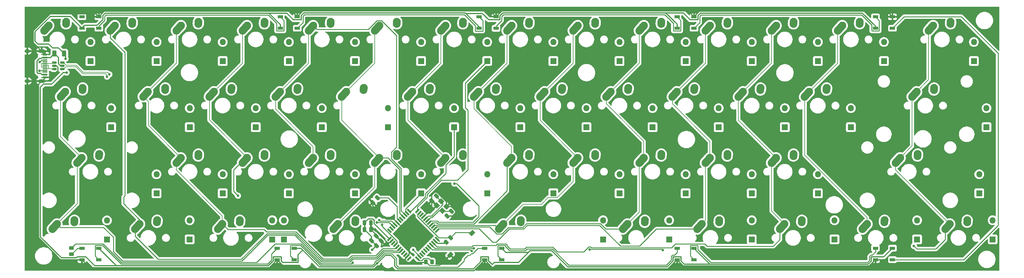
<source format=gbr>
%TF.GenerationSoftware,KiCad,Pcbnew,8.0.4*%
%TF.CreationDate,2024-10-16T20:42:44+03:00*%
%TF.ProjectId,4040,34303430-2e6b-4696-9361-645f70636258,rev?*%
%TF.SameCoordinates,Original*%
%TF.FileFunction,Copper,L2,Bot*%
%TF.FilePolarity,Positive*%
%FSLAX46Y46*%
G04 Gerber Fmt 4.6, Leading zero omitted, Abs format (unit mm)*
G04 Created by KiCad (PCBNEW 8.0.4) date 2024-10-16 20:42:44*
%MOMM*%
%LPD*%
G01*
G04 APERTURE LIST*
G04 Aperture macros list*
%AMRoundRect*
0 Rectangle with rounded corners*
0 $1 Rounding radius*
0 $2 $3 $4 $5 $6 $7 $8 $9 X,Y pos of 4 corners*
0 Add a 4 corners polygon primitive as box body*
4,1,4,$2,$3,$4,$5,$6,$7,$8,$9,$2,$3,0*
0 Add four circle primitives for the rounded corners*
1,1,$1+$1,$2,$3*
1,1,$1+$1,$4,$5*
1,1,$1+$1,$6,$7*
1,1,$1+$1,$8,$9*
0 Add four rect primitives between the rounded corners*
20,1,$1+$1,$2,$3,$4,$5,0*
20,1,$1+$1,$4,$5,$6,$7,0*
20,1,$1+$1,$6,$7,$8,$9,0*
20,1,$1+$1,$8,$9,$2,$3,0*%
%AMHorizOval*
0 Thick line with rounded ends*
0 $1 width*
0 $2 $3 position (X,Y) of the first rounded end (center of the circle)*
0 $4 $5 position (X,Y) of the second rounded end (center of the circle)*
0 Add line between two ends*
20,1,$1,$2,$3,$4,$5,0*
0 Add two circle primitives to create the rounded ends*
1,1,$1,$2,$3*
1,1,$1,$4,$5*%
%AMRotRect*
0 Rectangle, with rotation*
0 The origin of the aperture is its center*
0 $1 length*
0 $2 width*
0 $3 Rotation angle, in degrees counterclockwise*
0 Add horizontal line*
21,1,$1,$2,0,0,$3*%
G04 Aperture macros list end*
%TA.AperFunction,ComponentPad*%
%ADD10HorizOval,2.250000X0.655001X0.730000X-0.655001X-0.730000X0*%
%TD*%
%TA.AperFunction,ComponentPad*%
%ADD11C,2.250000*%
%TD*%
%TA.AperFunction,ComponentPad*%
%ADD12HorizOval,2.250000X0.020000X0.290000X-0.020000X-0.290000X0*%
%TD*%
%TA.AperFunction,ComponentPad*%
%ADD13R,1.800000X1.800000*%
%TD*%
%TA.AperFunction,ComponentPad*%
%ADD14O,1.800000X1.800000*%
%TD*%
%TA.AperFunction,SMDPad,CuDef*%
%ADD15R,1.500000X0.900000*%
%TD*%
%TA.AperFunction,SMDPad,CuDef*%
%ADD16RotRect,1.500000X0.550000X315.000000*%
%TD*%
%TA.AperFunction,SMDPad,CuDef*%
%ADD17RotRect,1.500000X0.550000X225.000000*%
%TD*%
%TA.AperFunction,SMDPad,CuDef*%
%ADD18RotRect,1.500000X1.100000X45.000000*%
%TD*%
%TA.AperFunction,SMDPad,CuDef*%
%ADD19RoundRect,0.150000X-0.512500X-0.150000X0.512500X-0.150000X0.512500X0.150000X-0.512500X0.150000X0*%
%TD*%
%TA.AperFunction,SMDPad,CuDef*%
%ADD20R,1.450000X0.600000*%
%TD*%
%TA.AperFunction,SMDPad,CuDef*%
%ADD21R,1.450000X0.300000*%
%TD*%
%TA.AperFunction,ComponentPad*%
%ADD22O,1.600000X1.000000*%
%TD*%
%TA.AperFunction,ComponentPad*%
%ADD23O,2.100000X1.000000*%
%TD*%
%TA.AperFunction,SMDPad,CuDef*%
%ADD24RoundRect,0.250000X-0.250000X-0.475000X0.250000X-0.475000X0.250000X0.475000X-0.250000X0.475000X0*%
%TD*%
%TA.AperFunction,SMDPad,CuDef*%
%ADD25RoundRect,0.250000X0.159099X-0.512652X0.512652X-0.159099X-0.159099X0.512652X-0.512652X0.159099X0*%
%TD*%
%TA.AperFunction,SMDPad,CuDef*%
%ADD26RoundRect,0.250000X0.375000X0.625000X-0.375000X0.625000X-0.375000X-0.625000X0.375000X-0.625000X0*%
%TD*%
%TA.AperFunction,SMDPad,CuDef*%
%ADD27RoundRect,0.250000X0.132583X-0.503814X0.503814X-0.132583X-0.132583X0.503814X-0.503814X0.132583X0*%
%TD*%
%TA.AperFunction,SMDPad,CuDef*%
%ADD28RoundRect,0.250000X-0.450000X0.262500X-0.450000X-0.262500X0.450000X-0.262500X0.450000X0.262500X0*%
%TD*%
%TA.AperFunction,SMDPad,CuDef*%
%ADD29RoundRect,0.250000X0.262500X0.450000X-0.262500X0.450000X-0.262500X-0.450000X0.262500X-0.450000X0*%
%TD*%
%TA.AperFunction,SMDPad,CuDef*%
%ADD30RotRect,1.400000X1.200000X135.000000*%
%TD*%
%TA.AperFunction,ViaPad*%
%ADD31C,0.762000*%
%TD*%
%TA.AperFunction,Conductor*%
%ADD32C,0.355600*%
%TD*%
%TA.AperFunction,Conductor*%
%ADD33C,0.254000*%
%TD*%
%TA.AperFunction,Conductor*%
%ADD34C,0.200000*%
%TD*%
%TA.AperFunction,Conductor*%
%ADD35C,0.300000*%
%TD*%
G04 APERTURE END LIST*
D10*
%TO.P,MX9,1,COL*%
%TO.N,COL8*%
X216865001Y-78320000D03*
D11*
X217520000Y-77590000D03*
D12*
%TO.P,MX9,2,ROW*%
%TO.N,Net-(D9-A)*%
X222540000Y-76800000D03*
D11*
X222560000Y-76510000D03*
%TD*%
D10*
%TO.P,MX24,1,COL*%
%TO.N,COL10*%
X245434801Y-97364800D03*
D11*
X246089800Y-96634800D03*
D12*
%TO.P,MX24,2,ROW*%
%TO.N,Net-(D24-A)*%
X251109800Y-95844800D03*
D11*
X251129800Y-95554800D03*
%TD*%
D10*
%TO.P,MX26,1,COL*%
%TO.N,COL12*%
X283534801Y-97390200D03*
D11*
X284189800Y-96660200D03*
D12*
%TO.P,MX26,2,ROW*%
%TO.N,Net-(D26-A)*%
X289209800Y-95870200D03*
D11*
X289229800Y-95580200D03*
%TD*%
D10*
%TO.P,MX7,1,COL*%
%TO.N,COL6*%
X178765001Y-78320000D03*
D11*
X179420000Y-77590000D03*
D12*
%TO.P,MX7,2,ROW*%
%TO.N,Net-(D7-A)*%
X184440000Y-76800000D03*
D11*
X184460000Y-76510000D03*
%TD*%
D10*
%TO.P,MX29,1,COL*%
%TO.N,COL2*%
X102559801Y-116414800D03*
D11*
X103214800Y-115684800D03*
D12*
%TO.P,MX29,2,ROW*%
%TO.N,Net-(D29-A)*%
X108234800Y-114894800D03*
D11*
X108254800Y-114604800D03*
%TD*%
D10*
%TO.P,MX32,1,COL*%
%TO.N,COL5*%
X159709801Y-116414800D03*
D11*
X160364800Y-115684800D03*
D12*
%TO.P,MX32,2,ROW*%
%TO.N,Net-(D32-A)*%
X165384800Y-114894800D03*
D11*
X165404800Y-114604800D03*
%TD*%
D10*
%TO.P,MX8,1,COL*%
%TO.N,COL7*%
X197815001Y-78320000D03*
D11*
X198470000Y-77590000D03*
D12*
%TO.P,MX8,2,ROW*%
%TO.N,Net-(D8-A)*%
X203490000Y-76800000D03*
D11*
X203510000Y-76510000D03*
%TD*%
D10*
%TO.P,TAB1,1,COL*%
%TO.N,COL0*%
X69228021Y-97364800D03*
D11*
X69883020Y-96634800D03*
D12*
%TO.P,TAB1,2,ROW*%
%TO.N,Net-(D15-A)*%
X74903020Y-95844800D03*
D11*
X74923020Y-95554800D03*
%TD*%
D10*
%TO.P,MX35,1,COL*%
%TO.N,COL8*%
X216849001Y-116414800D03*
D11*
X217504000Y-115684800D03*
D12*
%TO.P,MX35,2,ROW*%
%TO.N,Net-(D35-A)*%
X222524000Y-114894800D03*
D11*
X222544000Y-114604800D03*
%TD*%
D10*
%TO.P,MX13,1,COL*%
%TO.N,COL12*%
X293065001Y-78320000D03*
D11*
X293720000Y-77590000D03*
D12*
%TO.P,MX13,2,ROW*%
%TO.N,Net-(D13-A)*%
X298740000Y-76800000D03*
D11*
X298760000Y-76510000D03*
%TD*%
D10*
%TO.P,MX34,1,COL*%
%TO.N,COL7*%
X197799001Y-116414800D03*
D11*
X198454000Y-115684800D03*
D12*
%TO.P,MX34,2,ROW*%
%TO.N,Net-(D34-A)*%
X203474000Y-114894800D03*
D11*
X203494000Y-114604800D03*
%TD*%
D10*
%TO.P,MX25,1,COL*%
%TO.N,COL11*%
X264484801Y-97390200D03*
D11*
X265139800Y-96660200D03*
D12*
%TO.P,MX25,2,ROW*%
%TO.N,Net-(D25-A)*%
X270159800Y-95870200D03*
D11*
X270179800Y-95580200D03*
%TD*%
D10*
%TO.P,MX20,1,COL*%
%TO.N,COL6*%
X169234801Y-97364800D03*
D11*
X169889800Y-96634800D03*
D12*
%TO.P,MX20,2,ROW*%
%TO.N,Net-(D20-A)*%
X174909800Y-95844800D03*
D11*
X174929800Y-95554800D03*
%TD*%
D10*
%TO.P,MX1,1,COL*%
%TO.N,COL0*%
X64465001Y-78320000D03*
D11*
X65120000Y-77590000D03*
D12*
%TO.P,MX1,2,ROW*%
%TO.N,Net-(D1-A)*%
X70140000Y-76800000D03*
D11*
X70160000Y-76510000D03*
%TD*%
D10*
%TO.P,MX10,1,COL*%
%TO.N,COL9*%
X235915001Y-78320000D03*
D11*
X236570000Y-77590000D03*
D12*
%TO.P,MX10,2,ROW*%
%TO.N,Net-(D10-A)*%
X241590000Y-76800000D03*
D11*
X241610000Y-76510000D03*
%TD*%
D10*
%TO.P,MX41,1,COL*%
%TO.N,COL1*%
X90672601Y-135490200D03*
D11*
X91327600Y-134760200D03*
D12*
%TO.P,MX41,2,ROW*%
%TO.N,Net-(D41-A)*%
X96347600Y-133970200D03*
D11*
X96367600Y-133680200D03*
%TD*%
D10*
%TO.P,MX33,1,COL*%
%TO.N,COL6*%
X178759801Y-116412150D03*
D11*
X179414800Y-115682150D03*
D12*
%TO.P,MX33,2,ROW*%
%TO.N,Net-(D33-A)*%
X184434800Y-114892150D03*
D11*
X184454800Y-114602150D03*
%TD*%
D10*
%TO.P,MX30,1,COL*%
%TO.N,COL3*%
X121609801Y-116414800D03*
D11*
X122264800Y-115684800D03*
D12*
%TO.P,MX30,2,ROW*%
%TO.N,Net-(D30-A)*%
X127284800Y-114894800D03*
D11*
X127304800Y-114604800D03*
%TD*%
D10*
%TO.P,MX14,1,COL*%
%TO.N,COL13*%
X319260001Y-78320000D03*
D11*
X319915000Y-77590000D03*
D12*
%TO.P,MX14,2,ROW*%
%TO.N,Net-(D14-A)*%
X324935000Y-76800000D03*
D11*
X324955000Y-76510000D03*
%TD*%
D10*
%TO.P,MX38,1,COL*%
%TO.N,COL11*%
X273999001Y-116414800D03*
D11*
X274654000Y-115684800D03*
D12*
%TO.P,MX38,2,ROW*%
%TO.N,Net-(D38-A)*%
X279674000Y-114894800D03*
D11*
X279694000Y-114604800D03*
%TD*%
D10*
%TO.P,LSH1,1,COL*%
%TO.N,COL0*%
X73984801Y-116414800D03*
D11*
X74639800Y-115684800D03*
D12*
%TO.P,LSH1,2,ROW*%
%TO.N,Net-(D28-A)*%
X79659800Y-114894800D03*
D11*
X79679800Y-114604800D03*
%TD*%
D10*
%TO.P,LS1,1,COL*%
%TO.N,COL5*%
X147797201Y-135464800D03*
D11*
X148452200Y-134734800D03*
D12*
%TO.P,LS1,2,ROW*%
%TO.N,Net-(D43-A)*%
X153472200Y-133944800D03*
D11*
X153492200Y-133654800D03*
%TD*%
D10*
%TO.P,ENTER1,1,COL*%
%TO.N,COL13*%
X314497401Y-97390200D03*
D11*
X315152400Y-96660200D03*
D12*
%TO.P,ENTER1,2,ROW*%
%TO.N,Net-(D27-A)*%
X320172400Y-95870200D03*
D11*
X320192400Y-95580200D03*
%TD*%
D10*
%TO.P,RS1,1,COL*%
%TO.N,COL8*%
X195447601Y-135464800D03*
D11*
X196102600Y-134734800D03*
D12*
%TO.P,RS1,2,ROW*%
%TO.N,Net-(D44-A)*%
X201122600Y-133944800D03*
D11*
X201142600Y-133654800D03*
%TD*%
D10*
%TO.P,MX12,1,COL*%
%TO.N,COL11*%
X274015001Y-78320000D03*
D11*
X274670000Y-77590000D03*
D12*
%TO.P,MX12,2,ROW*%
%TO.N,Net-(D12-A)*%
X279690000Y-76800000D03*
D11*
X279710000Y-76510000D03*
%TD*%
D10*
%TO.P,MX17,1,COL*%
%TO.N,COL3*%
X112084801Y-97364800D03*
D11*
X112739800Y-96634800D03*
D12*
%TO.P,MX17,2,ROW*%
%TO.N,Net-(D17-A)*%
X117759800Y-95844800D03*
D11*
X117779800Y-95554800D03*
%TD*%
D10*
%TO.P,MX22,1,COL*%
%TO.N,COL8*%
X207334801Y-97364800D03*
D11*
X207989800Y-96634800D03*
D12*
%TO.P,MX22,2,ROW*%
%TO.N,Net-(D22-A)*%
X213009800Y-95844800D03*
D11*
X213029800Y-95554800D03*
%TD*%
D10*
%TO.P,MX16,1,COL*%
%TO.N,COL2*%
X93024641Y-97364800D03*
D11*
X93679640Y-96634800D03*
D12*
%TO.P,MX16,2,ROW*%
%TO.N,Net-(D16-A)*%
X98699640Y-95844800D03*
D11*
X98719640Y-95554800D03*
%TD*%
D10*
%TO.P,MX40,1,COL*%
%TO.N,COL0*%
X66847401Y-135490200D03*
D11*
X67502400Y-134760200D03*
D12*
%TO.P,MX40,2,ROW*%
%TO.N,Net-(D40-A)*%
X72522400Y-133970200D03*
D11*
X72542400Y-133680200D03*
%TD*%
D10*
%TO.P,MX21,1,COL*%
%TO.N,COL7*%
X188284801Y-97364800D03*
D11*
X188939800Y-96634800D03*
D12*
%TO.P,MX21,2,ROW*%
%TO.N,Net-(D21-A)*%
X193959800Y-95844800D03*
D11*
X193979800Y-95554800D03*
%TD*%
D10*
%TO.P,MX45,1,COL*%
%TO.N,COL9*%
X231175001Y-135487550D03*
D11*
X231830000Y-134757550D03*
D12*
%TO.P,MX45,2,ROW*%
%TO.N,Net-(D45-A)*%
X236850000Y-133967550D03*
D11*
X236870000Y-133677550D03*
%TD*%
D10*
%TO.P,MX31,1,COL*%
%TO.N,COL4*%
X140659801Y-116414800D03*
D11*
X141314800Y-115684800D03*
D12*
%TO.P,MX31,2,ROW*%
%TO.N,Net-(D31-A)*%
X146334800Y-114894800D03*
D11*
X146354800Y-114604800D03*
%TD*%
D10*
%TO.P,MX47,1,COL*%
%TO.N,COL11*%
X276397401Y-135490200D03*
D11*
X277052400Y-134760200D03*
D12*
%TO.P,MX47,2,ROW*%
%TO.N,Net-(D47-A)*%
X282072400Y-133970200D03*
D11*
X282092400Y-133680200D03*
%TD*%
D10*
%TO.P,MX37,1,COL*%
%TO.N,COL10*%
X254949001Y-116414800D03*
D11*
X255604000Y-115684800D03*
D12*
%TO.P,MX37,2,ROW*%
%TO.N,Net-(D37-A)*%
X260624000Y-114894800D03*
D11*
X260644000Y-114604800D03*
%TD*%
D10*
%TO.P,MX48,1,COL*%
%TO.N,COL12*%
X300222601Y-135490200D03*
D11*
X300877600Y-134760200D03*
D12*
%TO.P,MX48,2,ROW*%
%TO.N,Net-(D48-A)*%
X305897600Y-133970200D03*
D11*
X305917600Y-133680200D03*
%TD*%
D10*
%TO.P,RSH1,1,COL*%
%TO.N,COL13*%
X309747601Y-116414800D03*
D11*
X310402600Y-115684800D03*
D12*
%TO.P,RSH1,2,ROW*%
%TO.N,Net-(D39-A)*%
X315422600Y-114894800D03*
D11*
X315442600Y-114604800D03*
%TD*%
D10*
%TO.P,MX42,1,COL*%
%TO.N,COL2*%
X114483201Y-135490200D03*
D11*
X115138200Y-134760200D03*
D12*
%TO.P,MX42,2,ROW*%
%TO.N,Net-(D42-A)*%
X120158200Y-133970200D03*
D11*
X120178200Y-133680200D03*
%TD*%
D10*
%TO.P,MX23,1,COL*%
%TO.N,COL9*%
X226384801Y-97377000D03*
D11*
X227039800Y-96647000D03*
D12*
%TO.P,MX23,2,ROW*%
%TO.N,Net-(D23-A)*%
X232059800Y-95857000D03*
D11*
X232079800Y-95567000D03*
%TD*%
D10*
%TO.P,MX6,1,COL*%
%TO.N,COL5*%
X159715001Y-78320000D03*
D11*
X160370000Y-77590000D03*
D12*
%TO.P,MX6,2,ROW*%
%TO.N,Net-(D6-A)*%
X165390000Y-76800000D03*
D11*
X165410000Y-76510000D03*
%TD*%
D10*
%TO.P,MX3,1,COL*%
%TO.N,COL2*%
X102565001Y-78320000D03*
D11*
X103220000Y-77590000D03*
D12*
%TO.P,MX3,2,ROW*%
%TO.N,Net-(D3-A)*%
X108240000Y-76800000D03*
D11*
X108260000Y-76510000D03*
%TD*%
D10*
%TO.P,MX4,1,COL*%
%TO.N,COL3*%
X121615001Y-78320000D03*
D11*
X122270000Y-77590000D03*
D12*
%TO.P,MX4,2,ROW*%
%TO.N,Net-(D4-A)*%
X127290000Y-76800000D03*
D11*
X127310000Y-76510000D03*
%TD*%
D10*
%TO.P,MX18,1,COL*%
%TO.N,COL4*%
X131134801Y-97364800D03*
D11*
X131789800Y-96634800D03*
D12*
%TO.P,MX18,2,ROW*%
%TO.N,Net-(D18-A)*%
X136809800Y-95844800D03*
D11*
X136829800Y-95554800D03*
%TD*%
D10*
%TO.P,MX49,1,COL*%
%TO.N,COL13*%
X324035101Y-135482580D03*
D11*
X324690100Y-134752580D03*
D12*
%TO.P,MX49,2,ROW*%
%TO.N,Net-(D49-A)*%
X329710100Y-133962580D03*
D11*
X329730100Y-133672580D03*
%TD*%
D10*
%TO.P,MX36,1,COL*%
%TO.N,COL9*%
X235899001Y-116414800D03*
D11*
X236554000Y-115684800D03*
D12*
%TO.P,MX36,2,ROW*%
%TO.N,Net-(D36-A)*%
X241574000Y-114894800D03*
D11*
X241594000Y-114604800D03*
%TD*%
D10*
%TO.P,MX5,1,COL*%
%TO.N,COL4*%
X140665001Y-78320000D03*
D11*
X141320000Y-77590000D03*
D12*
%TO.P,MX5,2,ROW*%
%TO.N,Net-(D5-A)*%
X146340000Y-76800000D03*
D11*
X146360000Y-76510000D03*
%TD*%
D10*
%TO.P,MX46,1,COL*%
%TO.N,COL10*%
X252597601Y-135490200D03*
D11*
X253252600Y-134760200D03*
D12*
%TO.P,MX46,2,ROW*%
%TO.N,Net-(D46-A)*%
X258272600Y-133970200D03*
D11*
X258292600Y-133680200D03*
%TD*%
D10*
%TO.P,MX11,1,COL*%
%TO.N,COL10*%
X254965001Y-78320000D03*
D11*
X255620000Y-77590000D03*
D12*
%TO.P,MX11,2,ROW*%
%TO.N,Net-(D11-A)*%
X260640000Y-76800000D03*
D11*
X260660000Y-76510000D03*
%TD*%
D10*
%TO.P,MX2,1,COL*%
%TO.N,COL1*%
X83515001Y-78320000D03*
D11*
X84170000Y-77590000D03*
D12*
%TO.P,MX2,2,ROW*%
%TO.N,Net-(D2-A)*%
X89190000Y-76800000D03*
D11*
X89210000Y-76510000D03*
%TD*%
D10*
%TO.P,MX19,1,COL*%
%TO.N,COL5*%
X150184801Y-97364800D03*
D11*
X150839800Y-96634800D03*
D12*
%TO.P,MX19,2,ROW*%
%TO.N,Net-(D19-A)*%
X155859800Y-95844800D03*
D11*
X155879800Y-95554800D03*
%TD*%
D13*
%TO.P,D1,1,K*%
%TO.N,ROW0*%
X77165200Y-87829500D03*
D14*
%TO.P,D1,2,A*%
%TO.N,Net-(D1-A)*%
X77165200Y-82329500D03*
%TD*%
D15*
%TO.P,HL6,1,VDD*%
%TO.N,+5V*%
X303289800Y-78358000D03*
%TO.P,HL6,2,DOUT*%
%TO.N,Net-(HL6-DOUT)*%
X303289800Y-75058000D03*
%TO.P,HL6,3,VSS*%
%TO.N,GND*%
X308189800Y-75058000D03*
%TO.P,HL6,4,DIN*%
%TO.N,Net-(HL5-DOUT)*%
X308189800Y-78358000D03*
%TD*%
D13*
%TO.P,D14,1,K*%
%TO.N,ROW0*%
X331647800Y-87829500D03*
D14*
%TO.P,D14,2,A*%
%TO.N,Net-(D14-A)*%
X331647800Y-82329500D03*
%TD*%
D13*
%TO.P,D26,1,K*%
%TO.N,ROW1*%
X296214800Y-106879500D03*
D14*
%TO.P,D26,2,A*%
%TO.N,Net-(D26-A)*%
X296214800Y-101379500D03*
%TD*%
D16*
%TO.P,U2,1,PE6*%
%TO.N,unconnected-(U2-PE6-Pad1)*%
X163295664Y-136669118D03*
%TO.P,U2,2,UVCC*%
%TO.N,+5V*%
X163861350Y-136103433D03*
%TO.P,U2,3,D-*%
%TO.N,Net-(U2-D-)*%
X164427035Y-135537748D03*
%TO.P,U2,4,D+*%
%TO.N,Net-(U2-D+)*%
X164992720Y-134972062D03*
%TO.P,U2,5,UGND*%
%TO.N,GND*%
X165558406Y-134406377D03*
%TO.P,U2,6,UCAP*%
%TO.N,Net-(U2-UCAP)*%
X166124091Y-133840691D03*
%TO.P,U2,7,VBUS*%
%TO.N,+5V*%
X166689777Y-133275006D03*
%TO.P,U2,8,PB0*%
%TO.N,COL5*%
X167255462Y-132709320D03*
%TO.P,U2,9,PB1*%
%TO.N,COL4*%
X167821148Y-132143635D03*
%TO.P,U2,10,PB2*%
%TO.N,ROW2*%
X168386833Y-131577950D03*
%TO.P,U2,11,PB3*%
%TO.N,ROW1*%
X168952518Y-131012264D03*
D17*
%TO.P,U2,12,PB7*%
%TO.N,ROW0*%
X171356682Y-131012264D03*
%TO.P,U2,13,~{RESET}*%
%TO.N,Net-(U2-~{RESET})*%
X171922367Y-131577950D03*
%TO.P,U2,14,VCC*%
%TO.N,+5V*%
X172488052Y-132143635D03*
%TO.P,U2,15,GND*%
%TO.N,GND*%
X173053738Y-132709320D03*
%TO.P,U2,16,XTAL2*%
%TO.N,Net-(U2-XTAL2)*%
X173619423Y-133275006D03*
%TO.P,U2,17,XTAL1*%
%TO.N,Net-(U2-XTAL1)*%
X174185109Y-133840691D03*
%TO.P,U2,18,PD0*%
%TO.N,COL6*%
X174750794Y-134406377D03*
%TO.P,U2,19,PD1*%
%TO.N,COL7*%
X175316480Y-134972062D03*
%TO.P,U2,20,PD2*%
%TO.N,COL8*%
X175882165Y-135537748D03*
%TO.P,U2,21,PD3*%
%TO.N,COL9*%
X176447850Y-136103433D03*
%TO.P,U2,22,PD5*%
%TO.N,COL10*%
X177013536Y-136669118D03*
D16*
%TO.P,U2,23,GND*%
%TO.N,GND*%
X177013536Y-139073282D03*
%TO.P,U2,24,AVCC*%
%TO.N,+5V*%
X176447850Y-139638967D03*
%TO.P,U2,25,PD4*%
%TO.N,COL11*%
X175882165Y-140204652D03*
%TO.P,U2,26,PD6*%
%TO.N,COL12*%
X175316480Y-140770338D03*
%TO.P,U2,27,PD7*%
%TO.N,COL13*%
X174750794Y-141336023D03*
%TO.P,U2,28,PB4*%
%TO.N,unconnected-(U2-PB4-Pad28)*%
X174185109Y-141901709D03*
%TO.P,U2,29,PB5*%
%TO.N,unconnected-(U2-PB5-Pad29)*%
X173619423Y-142467394D03*
%TO.P,U2,30,PB6*%
%TO.N,unconnected-(U2-PB6-Pad30)*%
X173053738Y-143033080D03*
%TO.P,U2,31,PC6*%
%TO.N,unconnected-(U2-PC6-Pad31)*%
X172488052Y-143598765D03*
%TO.P,U2,32,PC7*%
%TO.N,HL*%
X171922367Y-144164450D03*
%TO.P,U2,33,~{HWB}/PE2*%
%TO.N,Net-(U2-~{HWB}{slash}PE2)*%
X171356682Y-144730136D03*
D17*
%TO.P,U2,34,VCC*%
%TO.N,+5V*%
X168952518Y-144730136D03*
%TO.P,U2,35,GND*%
%TO.N,GND*%
X168386833Y-144164450D03*
%TO.P,U2,36,PF7*%
%TO.N,unconnected-(U2-PF7-Pad36)*%
X167821148Y-143598765D03*
%TO.P,U2,37,PF6*%
%TO.N,unconnected-(U2-PF6-Pad37)*%
X167255462Y-143033080D03*
%TO.P,U2,38,PF5*%
%TO.N,COL0*%
X166689777Y-142467394D03*
%TO.P,U2,39,PF4*%
%TO.N,COL1*%
X166124091Y-141901709D03*
%TO.P,U2,40,PF1*%
%TO.N,COL2*%
X165558406Y-141336023D03*
%TO.P,U2,41,PF0*%
%TO.N,COL3*%
X164992720Y-140770338D03*
%TO.P,U2,42,AREF*%
%TO.N,unconnected-(U2-AREF-Pad42)*%
X164427035Y-140204652D03*
%TO.P,U2,43,GND*%
%TO.N,GND*%
X163861350Y-139638967D03*
%TO.P,U2,44,AVCC*%
%TO.N,+5V*%
X163295664Y-139073282D03*
%TD*%
D13*
%TO.P,D11,1,K*%
%TO.N,ROW0*%
X267665200Y-87829500D03*
D14*
%TO.P,D11,2,A*%
%TO.N,Net-(D11-A)*%
X267665200Y-82329500D03*
%TD*%
D18*
%TO.P,SW1,1,1*%
%TO.N,GND*%
X180777750Y-143656450D03*
%TO.P,SW1,2,2*%
%TO.N,Net-(U2-~{RESET})*%
X187071000Y-137363200D03*
%TD*%
D19*
%TO.P,U1,1,I/O1*%
%TO.N,A-*%
X66736800Y-90164998D03*
%TO.P,U1,2,GND*%
%TO.N,GND*%
X66736800Y-89214999D03*
%TO.P,U1,3,I/O2*%
%TO.N,A+*%
X66736800Y-88265000D03*
%TO.P,U1,4,I/O2*%
%TO.N,D+*%
X69011800Y-88265000D03*
%TO.P,U1,5,VBUS*%
%TO.N,VCC*%
X69011800Y-89214999D03*
%TO.P,U1,6,I/O1*%
%TO.N,D-*%
X69011800Y-90164998D03*
%TD*%
D13*
%TO.P,D16,1,K*%
%TO.N,ROW1*%
X105765600Y-106879500D03*
D14*
%TO.P,D16,2,A*%
%TO.N,Net-(D16-A)*%
X105765600Y-101379500D03*
%TD*%
D13*
%TO.P,D38,1,K*%
%TO.N,ROW2*%
X286715200Y-125929500D03*
D14*
%TO.P,D38,2,A*%
%TO.N,Net-(D38-A)*%
X286715200Y-120429500D03*
%TD*%
D13*
%TO.P,D46,1,K*%
%TO.N,ROW3*%
X267665200Y-139188300D03*
D14*
%TO.P,D46,2,A*%
%TO.N,Net-(D46-A)*%
X267665200Y-133688300D03*
%TD*%
D15*
%TO.P,HL10,1,VDD*%
%TO.N,+5V*%
X74689800Y-78358000D03*
%TO.P,HL10,2,DOUT*%
%TO.N,unconnected-(HL10-DOUT-Pad2)*%
X74689800Y-75058000D03*
%TO.P,HL10,3,VSS*%
%TO.N,GND*%
X79589800Y-75058000D03*
%TO.P,HL10,4,DIN*%
%TO.N,Net-(HL10-DIN)*%
X79589800Y-78358000D03*
%TD*%
D13*
%TO.P,D12,1,K*%
%TO.N,ROW0*%
X286715200Y-87829500D03*
D14*
%TO.P,D12,2,A*%
%TO.N,Net-(D12-A)*%
X286715200Y-82329500D03*
%TD*%
D15*
%TO.P,HL9,1,VDD*%
%TO.N,+5V*%
X131839800Y-78358000D03*
%TO.P,HL9,2,DOUT*%
%TO.N,Net-(HL10-DIN)*%
X131839800Y-75058000D03*
%TO.P,HL9,3,VSS*%
%TO.N,GND*%
X136739800Y-75058000D03*
%TO.P,HL9,4,DIN*%
%TO.N,Net-(HL8-DOUT)*%
X136739800Y-78358000D03*
%TD*%
D13*
%TO.P,D32,1,K*%
%TO.N,ROW2*%
X172389800Y-125929500D03*
D14*
%TO.P,D32,2,A*%
%TO.N,Net-(D32-A)*%
X172389800Y-120429500D03*
%TD*%
D15*
%TO.P,HL5,1,VDD*%
%TO.N,+5V*%
X308189800Y-141733000D03*
%TO.P,HL5,2,DOUT*%
%TO.N,Net-(HL5-DOUT)*%
X308189800Y-145033000D03*
%TO.P,HL5,3,VSS*%
%TO.N,GND*%
X303289800Y-145033000D03*
%TO.P,HL5,4,DIN*%
%TO.N,Net-(HL4-DOUT)*%
X303289800Y-141733000D03*
%TD*%
D13*
%TO.P,D40,1,K*%
%TO.N,ROW3*%
X81915000Y-139205600D03*
D14*
%TO.P,D40,2,A*%
%TO.N,Net-(D40-A)*%
X81915000Y-133705600D03*
%TD*%
D13*
%TO.P,D24,1,K*%
%TO.N,ROW1*%
X258140200Y-106879500D03*
D14*
%TO.P,D24,2,A*%
%TO.N,Net-(D24-A)*%
X258140200Y-101379500D03*
%TD*%
D20*
%TO.P,J1,A1,GND*%
%TO.N,GND*%
X64039800Y-92505600D03*
%TO.P,J1,A4,VBUS*%
%TO.N,VCC*%
X64039800Y-91705601D03*
D21*
%TO.P,J1,A5,CC1*%
%TO.N,Net-(J1-CC1)*%
X64039799Y-90505600D03*
%TO.P,J1,A6,D+*%
%TO.N,A+*%
X64039800Y-89505600D03*
%TO.P,J1,A7,D-*%
%TO.N,A-*%
X64039800Y-89005600D03*
%TO.P,J1,A8,SBU1*%
%TO.N,unconnected-(J1-SBU1-PadA8)*%
X64039799Y-88005600D03*
D20*
%TO.P,J1,A9,VBUS*%
%TO.N,VCC*%
X64039800Y-86805599D03*
%TO.P,J1,A12,GND*%
%TO.N,GND*%
X64039800Y-86005600D03*
%TO.P,J1,B1,GND*%
X64039800Y-86005600D03*
%TO.P,J1,B4,VBUS*%
%TO.N,VCC*%
X64039800Y-86805599D03*
D21*
%TO.P,J1,B5,CC2*%
%TO.N,Net-(J1-CC2)*%
X64039800Y-87505600D03*
%TO.P,J1,B6,D+*%
%TO.N,A+*%
X64039800Y-88505600D03*
%TO.P,J1,B7,D-*%
%TO.N,A-*%
X64039800Y-90005600D03*
%TO.P,J1,B8,SBU2*%
%TO.N,unconnected-(J1-SBU2-PadB8)*%
X64039800Y-91005600D03*
D20*
%TO.P,J1,B9,VBUS*%
%TO.N,VCC*%
X64039800Y-91705601D03*
%TO.P,J1,B12,GND*%
%TO.N,GND*%
X64039800Y-92505600D03*
D22*
%TO.P,J1,S1,SHIELD*%
X58944800Y-93575600D03*
D23*
X63124800Y-93575600D03*
D22*
X58944800Y-84935600D03*
D23*
X63124800Y-84935600D03*
%TD*%
D13*
%TO.P,D41,1,K*%
%TO.N,ROW3*%
X105740200Y-139188300D03*
D14*
%TO.P,D41,2,A*%
%TO.N,Net-(D41-A)*%
X105740200Y-133688300D03*
%TD*%
D13*
%TO.P,D4,1,K*%
%TO.N,ROW0*%
X134315200Y-87829500D03*
D14*
%TO.P,D4,2,A*%
%TO.N,Net-(D4-A)*%
X134315200Y-82329500D03*
%TD*%
D15*
%TO.P,HL4,1,VDD*%
%TO.N,+5V*%
X251039800Y-141733000D03*
%TO.P,HL4,2,DOUT*%
%TO.N,Net-(HL4-DOUT)*%
X251039800Y-145033000D03*
%TO.P,HL4,3,VSS*%
%TO.N,GND*%
X246139800Y-145033000D03*
%TO.P,HL4,4,DIN*%
%TO.N,Net-(HL3-DOUT)*%
X246139800Y-141733000D03*
%TD*%
D24*
%TO.P,C5,1*%
%TO.N,+5V*%
X156062602Y-136347200D03*
%TO.P,C5,2*%
%TO.N,GND*%
X157962600Y-136347200D03*
%TD*%
D13*
%TO.P,D29,1,K*%
%TO.N,ROW2*%
X115265200Y-125929500D03*
D14*
%TO.P,D29,2,A*%
%TO.N,Net-(D29-A)*%
X115265200Y-120429500D03*
%TD*%
D13*
%TO.P,D34,1,K*%
%TO.N,ROW2*%
X210515200Y-125929500D03*
D14*
%TO.P,D34,2,A*%
%TO.N,Net-(D34-A)*%
X210515200Y-120429500D03*
%TD*%
D13*
%TO.P,D19,1,K*%
%TO.N,ROW1*%
X162890200Y-106879500D03*
D14*
%TO.P,D19,2,A*%
%TO.N,Net-(D19-A)*%
X162890200Y-101379500D03*
%TD*%
D13*
%TO.P,D45,1,K*%
%TO.N,ROW3*%
X243865400Y-139188300D03*
D14*
%TO.P,D45,2,A*%
%TO.N,Net-(D45-A)*%
X243865400Y-133688300D03*
%TD*%
D13*
%TO.P,D28,1,K*%
%TO.N,ROW2*%
X96189800Y-125929500D03*
D14*
%TO.P,D28,2,A*%
%TO.N,Net-(D28-A)*%
X96189800Y-120429500D03*
%TD*%
D13*
%TO.P,D7,1,K*%
%TO.N,ROW0*%
X191439800Y-87829500D03*
D14*
%TO.P,D7,2,A*%
%TO.N,Net-(D7-A)*%
X191439800Y-82329500D03*
%TD*%
D13*
%TO.P,D3,1,K*%
%TO.N,ROW0*%
X115265200Y-87829500D03*
D14*
%TO.P,D3,2,A*%
%TO.N,Net-(D3-A)*%
X115265200Y-82329500D03*
%TD*%
D25*
%TO.P,C7,1*%
%TO.N,GND*%
X158498698Y-128546702D03*
%TO.P,C7,2*%
%TO.N,Net-(U2-UCAP)*%
X159842200Y-127203200D03*
%TD*%
D26*
%TO.P,F2,1*%
%TO.N,+5V*%
X69596000Y-85648800D03*
%TO.P,F2,2*%
%TO.N,VCC*%
X66796000Y-85648800D03*
%TD*%
D13*
%TO.P,D13,1,K*%
%TO.N,ROW0*%
X305739800Y-87829500D03*
D14*
%TO.P,D13,2,A*%
%TO.N,Net-(D13-A)*%
X305739800Y-82329500D03*
%TD*%
D13*
%TO.P,D48,1,K*%
%TO.N,ROW3*%
X315290200Y-139188300D03*
D14*
%TO.P,D48,2,A*%
%TO.N,Net-(D48-A)*%
X315290200Y-133688300D03*
%TD*%
D13*
%TO.P,D2,1,K*%
%TO.N,ROW0*%
X96215200Y-87829500D03*
D14*
%TO.P,D2,2,A*%
%TO.N,Net-(D2-A)*%
X96215200Y-82329500D03*
%TD*%
D25*
%TO.P,C1,1*%
%TO.N,+5V*%
X158117698Y-139544902D03*
%TO.P,C1,2*%
%TO.N,GND*%
X159461200Y-138201400D03*
%TD*%
%TO.P,C2,1*%
%TO.N,+5V*%
X159540098Y-140967302D03*
%TO.P,C2,2*%
%TO.N,GND*%
X160883600Y-139623800D03*
%TD*%
D15*
%TO.P,HL3,1,VDD*%
%TO.N,+5V*%
X195617000Y-141733000D03*
%TO.P,HL3,2,DOUT*%
%TO.N,Net-(HL3-DOUT)*%
X195617000Y-145033000D03*
%TO.P,HL3,3,VSS*%
%TO.N,GND*%
X190717000Y-145033000D03*
%TO.P,HL3,4,DIN*%
%TO.N,Net-(HL2-DOUT)*%
X190717000Y-141733000D03*
%TD*%
D13*
%TO.P,D22,1,K*%
%TO.N,ROW1*%
X220040200Y-106879500D03*
D14*
%TO.P,D22,2,A*%
%TO.N,Net-(D22-A)*%
X220040200Y-101379500D03*
%TD*%
D13*
%TO.P,D20,1,K*%
%TO.N,ROW1*%
X181914800Y-106879500D03*
D14*
%TO.P,D20,2,A*%
%TO.N,Net-(D20-A)*%
X181914800Y-101379500D03*
%TD*%
D25*
%TO.P,C3,1*%
%TO.N,GND*%
X179848263Y-132446467D03*
%TO.P,C3,2*%
%TO.N,Net-(U2-XTAL1)*%
X181191765Y-131102965D03*
%TD*%
D13*
%TO.P,D39,1,K*%
%TO.N,ROW2*%
X333197200Y-125929500D03*
D14*
%TO.P,D39,2,A*%
%TO.N,Net-(D39-A)*%
X333197200Y-120429500D03*
%TD*%
D13*
%TO.P,D25,1,K*%
%TO.N,ROW1*%
X277190200Y-106879500D03*
D14*
%TO.P,D25,2,A*%
%TO.N,Net-(D25-A)*%
X277190200Y-101379500D03*
%TD*%
D27*
%TO.P,R3,1*%
%TO.N,+5V*%
X179603400Y-139979400D03*
%TO.P,R3,2*%
%TO.N,Net-(U2-~{RESET})*%
X180893870Y-138688930D03*
%TD*%
D13*
%TO.P,D21,1,K*%
%TO.N,ROW1*%
X200990200Y-106879500D03*
D14*
%TO.P,D21,2,A*%
%TO.N,Net-(D21-A)*%
X200990200Y-101379500D03*
%TD*%
D24*
%TO.P,C6,1*%
%TO.N,+5V*%
X156062602Y-134366000D03*
%TO.P,C6,2*%
%TO.N,GND*%
X157962600Y-134366000D03*
%TD*%
D13*
%TO.P,D36,1,K*%
%TO.N,ROW2*%
X248615200Y-125929500D03*
D14*
%TO.P,D36,2,A*%
%TO.N,Net-(D36-A)*%
X248615200Y-120429500D03*
%TD*%
D15*
%TO.P,HL2,1,VDD*%
%TO.N,+5V*%
X135864600Y-141733000D03*
%TO.P,HL2,2,DOUT*%
%TO.N,Net-(HL2-DOUT)*%
X135864600Y-145033000D03*
%TO.P,HL2,3,VSS*%
%TO.N,GND*%
X130964600Y-145033000D03*
%TO.P,HL2,4,DIN*%
%TO.N,Net-(HL1-DOUT)*%
X130964600Y-141733000D03*
%TD*%
D13*
%TO.P,D9,1,K*%
%TO.N,ROW0*%
X229565200Y-87829500D03*
D14*
%TO.P,D9,2,A*%
%TO.N,Net-(D9-A)*%
X229565200Y-82329500D03*
%TD*%
D13*
%TO.P,D8,1,K*%
%TO.N,ROW0*%
X210515200Y-87829500D03*
D14*
%TO.P,D8,2,A*%
%TO.N,Net-(D8-A)*%
X210515200Y-82329500D03*
%TD*%
D13*
%TO.P,D6,1,K*%
%TO.N,ROW0*%
X172415200Y-87829500D03*
D14*
%TO.P,D6,2,A*%
%TO.N,Net-(D6-A)*%
X172415200Y-82329500D03*
%TD*%
D28*
%TO.P,R7,1*%
%TO.N,HL*%
X71704200Y-141657700D03*
%TO.P,R7,2*%
%TO.N,Net-(HL1-DIN)*%
X71704200Y-143482700D03*
%TD*%
D13*
%TO.P,D30,1,K*%
%TO.N,ROW2*%
X134315200Y-125929500D03*
D14*
%TO.P,D30,2,A*%
%TO.N,Net-(D30-A)*%
X134315200Y-120429500D03*
%TD*%
D13*
%TO.P,D33,1,K*%
%TO.N,ROW2*%
X191465200Y-125929500D03*
D14*
%TO.P,D33,2,A*%
%TO.N,Net-(D33-A)*%
X191465200Y-120429500D03*
%TD*%
D13*
%TO.P,D31,1,K*%
%TO.N,ROW2*%
X153365200Y-125929500D03*
D14*
%TO.P,D31,2,A*%
%TO.N,Net-(D31-A)*%
X153365200Y-120429500D03*
%TD*%
D13*
%TO.P,D43,1,K*%
%TO.N,ROW3*%
X132867400Y-139188300D03*
D14*
%TO.P,D43,2,A*%
%TO.N,Net-(D43-A)*%
X132867400Y-133688300D03*
%TD*%
D13*
%TO.P,D35,1,K*%
%TO.N,ROW2*%
X229565200Y-125929500D03*
D14*
%TO.P,D35,2,A*%
%TO.N,Net-(D35-A)*%
X229565200Y-120429500D03*
%TD*%
D15*
%TO.P,HL8,1,VDD*%
%TO.N,+5V*%
X189091400Y-78383400D03*
%TO.P,HL8,2,DOUT*%
%TO.N,Net-(HL8-DOUT)*%
X189091400Y-75083400D03*
%TO.P,HL8,3,VSS*%
%TO.N,GND*%
X193991400Y-75083400D03*
%TO.P,HL8,4,DIN*%
%TO.N,Net-(HL7-DOUT)*%
X193991400Y-78383400D03*
%TD*%
D13*
%TO.P,D5,1,K*%
%TO.N,ROW0*%
X153365200Y-87829500D03*
D14*
%TO.P,D5,2,A*%
%TO.N,Net-(D5-A)*%
X153365200Y-82329500D03*
%TD*%
D13*
%TO.P,D47,1,K*%
%TO.N,ROW3*%
X291490400Y-139188300D03*
D14*
%TO.P,D47,2,A*%
%TO.N,Net-(D47-A)*%
X291490400Y-133688300D03*
%TD*%
D13*
%TO.P,D23,1,K*%
%TO.N,ROW1*%
X239090200Y-106879500D03*
D14*
%TO.P,D23,2,A*%
%TO.N,Net-(D23-A)*%
X239090200Y-101379500D03*
%TD*%
D13*
%TO.P,D27,1,K*%
%TO.N,ROW1*%
X335280000Y-106879500D03*
D14*
%TO.P,D27,2,A*%
%TO.N,Net-(D27-A)*%
X335280000Y-101379500D03*
%TD*%
D13*
%TO.P,D42,1,K*%
%TO.N,ROW3*%
X129540000Y-139188300D03*
D14*
%TO.P,D42,2,A*%
%TO.N,Net-(D42-A)*%
X129540000Y-133688300D03*
%TD*%
D13*
%TO.P,D18,1,K*%
%TO.N,ROW1*%
X143814800Y-106879500D03*
D14*
%TO.P,D18,2,A*%
%TO.N,Net-(D18-A)*%
X143814800Y-101379500D03*
%TD*%
D29*
%TO.P,R4,1*%
%TO.N,Net-(U2-~{HWB}{slash}PE2)*%
X175588300Y-145669000D03*
%TO.P,R4,2*%
%TO.N,GND*%
X173763300Y-145669000D03*
%TD*%
D25*
%TO.P,C4,1*%
%TO.N,GND*%
X175465898Y-128064102D03*
%TO.P,C4,2*%
%TO.N,Net-(U2-XTAL2)*%
X176809400Y-126720600D03*
%TD*%
D30*
%TO.P,Y1,1,1*%
%TO.N,Net-(U2-XTAL1)*%
X178502498Y-130954471D03*
%TO.P,Y1,2,2*%
%TO.N,GND*%
X176946863Y-129398836D03*
%TO.P,Y1,3,3*%
%TO.N,Net-(U2-XTAL2)*%
X178148944Y-128196755D03*
%TO.P,Y1,4,4*%
%TO.N,GND*%
X179704579Y-129752390D03*
%TD*%
D15*
%TO.P,HL7,1,VDD*%
%TO.N,+5V*%
X246139800Y-78358000D03*
%TO.P,HL7,2,DOUT*%
%TO.N,Net-(HL7-DOUT)*%
X246139800Y-75058000D03*
%TO.P,HL7,3,VSS*%
%TO.N,GND*%
X251039800Y-75058000D03*
%TO.P,HL7,4,DIN*%
%TO.N,Net-(HL6-DOUT)*%
X251039800Y-78358000D03*
%TD*%
D13*
%TO.P,D37,1,K*%
%TO.N,ROW2*%
X267639800Y-125929500D03*
D14*
%TO.P,D37,2,A*%
%TO.N,Net-(D37-A)*%
X267639800Y-120429500D03*
%TD*%
D13*
%TO.P,D15,1,K*%
%TO.N,ROW1*%
X83134200Y-106879500D03*
D14*
%TO.P,D15,2,A*%
%TO.N,Net-(D15-A)*%
X83134200Y-101379500D03*
%TD*%
D13*
%TO.P,D44,1,K*%
%TO.N,ROW3*%
X224815400Y-139188300D03*
D14*
%TO.P,D44,2,A*%
%TO.N,Net-(D44-A)*%
X224815400Y-133688300D03*
%TD*%
D13*
%TO.P,D49,1,K*%
%TO.N,ROW3*%
X337058000Y-139188300D03*
D14*
%TO.P,D49,2,A*%
%TO.N,Net-(D49-A)*%
X337058000Y-133688300D03*
%TD*%
D13*
%TO.P,D10,1,K*%
%TO.N,ROW0*%
X248615200Y-87829500D03*
D14*
%TO.P,D10,2,A*%
%TO.N,Net-(D10-A)*%
X248615200Y-82329500D03*
%TD*%
D15*
%TO.P,HL1,1,VDD*%
%TO.N,+5V*%
X79589800Y-141733000D03*
%TO.P,HL1,2,DOUT*%
%TO.N,Net-(HL1-DOUT)*%
X79589800Y-145033000D03*
%TO.P,HL1,3,VSS*%
%TO.N,GND*%
X74689800Y-145033000D03*
%TO.P,HL1,4,DIN*%
%TO.N,Net-(HL1-DIN)*%
X74689800Y-141733000D03*
%TD*%
D13*
%TO.P,D17,1,K*%
%TO.N,ROW1*%
X124790200Y-106879500D03*
D14*
%TO.P,D17,2,A*%
%TO.N,Net-(D17-A)*%
X124790200Y-101379500D03*
%TD*%
D31*
%TO.N,GND*%
X161086800Y-141170000D03*
X160528000Y-146913600D03*
%TO.N,+5V*%
X70002400Y-87147400D03*
X158318200Y-142189200D03*
X70281800Y-91135200D03*
X159740600Y-146050000D03*
%TO.N,COL12*%
X187553600Y-141773111D03*
%TO.N,Net-(J1-CC1)*%
X62484000Y-90627200D03*
%TO.N,Net-(J1-CC2)*%
X62540878Y-88066442D03*
%TO.N,D+*%
X82605358Y-91633817D03*
%TO.N,D-*%
X81940400Y-92329000D03*
%TO.N,COL3*%
X119659400Y-126610500D03*
X161188400Y-135028937D03*
%TO.N,COL6*%
X181991000Y-123113800D03*
%TO.N,Net-(U2-D-)*%
X159647724Y-134276744D03*
%TO.N,Net-(U2-D+)*%
X160344006Y-133612937D03*
%TO.N,HL*%
X170103800Y-142214600D03*
X152730200Y-145903200D03*
%TO.N,COL13*%
X314360190Y-141081390D03*
X186962468Y-142548268D03*
X242011200Y-142316200D03*
X220953810Y-142086810D03*
%TD*%
D32*
%TO.N,GND*%
X190717000Y-145033000D02*
X190717000Y-145213400D01*
X179848263Y-132446467D02*
X181407859Y-132446467D01*
X251039800Y-75058000D02*
X252615600Y-73482200D01*
X62182400Y-138660138D02*
X68555262Y-145033000D01*
D33*
X176307452Y-146720000D02*
X174814300Y-146720000D01*
D32*
X63124800Y-84935600D02*
X63124800Y-85090600D01*
X187696000Y-148234400D02*
X161848800Y-148234400D01*
D33*
X176314652Y-146712800D02*
X176307452Y-146720000D01*
D32*
X168460152Y-145832720D02*
X167817800Y-145190368D01*
X168923732Y-137771703D02*
X168923732Y-143627551D01*
X175465898Y-128064102D02*
X175465898Y-130297160D01*
D33*
X177696000Y-146712800D02*
X176314652Y-146712800D01*
D32*
X175465898Y-130297160D02*
X173053738Y-132709320D01*
X175465898Y-126473651D02*
X176364299Y-125575250D01*
X303289800Y-145033000D02*
X301460000Y-146862800D01*
X176364299Y-125575250D02*
X176910257Y-125575250D01*
X63124800Y-93575600D02*
X63218600Y-93575600D01*
X161086800Y-141170000D02*
X161086800Y-139827000D01*
X175465898Y-128064102D02*
X175612129Y-128064102D01*
X138417200Y-73380600D02*
X192288600Y-73380600D01*
X193991400Y-75083400D02*
X195745000Y-73329800D01*
X168923732Y-143627551D02*
X168386833Y-144164450D01*
X167817800Y-145190368D02*
X167817800Y-144733483D01*
X181082588Y-129752390D02*
X179704579Y-129752390D01*
X163324451Y-140175866D02*
X163861350Y-139638967D01*
X175612129Y-128064102D02*
X176946863Y-129398836D01*
X78750600Y-74218800D02*
X79589800Y-75058000D01*
X162803298Y-140175866D02*
X163324451Y-140175866D01*
X159461200Y-137845800D02*
X157962600Y-136347200D01*
X66736800Y-89214999D02*
X67399299Y-89214999D01*
X159798076Y-146837400D02*
X158963876Y-147671600D01*
X161848800Y-148234400D02*
X160528000Y-146913600D01*
X160883600Y-139623800D02*
X159461200Y-138201400D01*
X158498698Y-129513099D02*
X162347736Y-133362137D01*
X63124800Y-93575600D02*
X62182400Y-94518000D01*
D33*
X180879350Y-143529450D02*
X177696000Y-146712800D01*
D32*
X306614000Y-73482200D02*
X308189800Y-75058000D01*
X165558406Y-134406377D02*
X168923732Y-137771703D01*
X65812600Y-92505600D02*
X64039800Y-92505600D01*
X193355600Y-147671600D02*
X190717000Y-145033000D01*
X157962600Y-134366000D02*
X157962600Y-136347200D01*
X247969600Y-146862800D02*
X246139800Y-145033000D01*
X175465898Y-128064102D02*
X175465898Y-126473651D01*
X68555262Y-145033000D02*
X74689800Y-145033000D01*
X192288600Y-73380600D02*
X193991400Y-75083400D01*
X136739800Y-75058000D02*
X138417200Y-73380600D01*
X301460000Y-146862800D02*
X247969600Y-146862800D01*
X67777100Y-89592800D02*
X67777100Y-90541100D01*
X130964600Y-145033000D02*
X128652200Y-147345400D01*
X60658400Y-79140581D02*
X65580181Y-74218800D01*
X182346600Y-131016402D02*
X181082588Y-129752390D01*
X179704579Y-128369572D02*
X179704579Y-129752390D01*
X161086800Y-139827000D02*
X160883600Y-139623800D01*
X158963876Y-147671600D02*
X133603200Y-147671600D01*
X157962600Y-134366000D02*
X157962600Y-135335168D01*
X159461200Y-138201400D02*
X159461200Y-137845800D01*
X63124800Y-84935600D02*
X58944800Y-84935600D01*
X62182400Y-94518000D02*
X62182400Y-138660138D01*
X81165600Y-73482200D02*
X135164000Y-73482200D01*
X177642000Y-139701746D02*
X177013536Y-139073282D01*
X60658400Y-82469200D02*
X60658400Y-79140581D01*
X173763300Y-145669000D02*
X173599580Y-145832720D01*
X181407859Y-132446467D02*
X182346600Y-131507726D01*
X176910257Y-125575250D02*
X179704579Y-128369572D01*
X63124800Y-84935600D02*
X60658400Y-82469200D01*
X63124800Y-93575600D02*
X58944800Y-93575600D01*
X246139800Y-145033000D02*
X243501200Y-147671600D01*
X173599580Y-145832720D02*
X168460152Y-145832720D01*
X182346600Y-131507726D02*
X182346600Y-131016402D01*
X67399299Y-89214999D02*
X67777100Y-89592800D01*
X162347736Y-133362137D02*
X164514166Y-133362137D01*
X160451800Y-146837400D02*
X159798076Y-146837400D01*
X252615600Y-73482200D02*
X306614000Y-73482200D01*
X133603200Y-147671600D02*
X130964600Y-145033000D01*
X128652200Y-147345400D02*
X77002200Y-147345400D01*
X63218600Y-93575600D02*
X64039800Y-92754400D01*
X135164000Y-73482200D02*
X136739800Y-75058000D01*
X190717000Y-145213400D02*
X187696000Y-148234400D01*
X243501200Y-147671600D02*
X193355600Y-147671600D01*
X195745000Y-73329800D02*
X249311600Y-73329800D01*
X167817800Y-144733483D02*
X168386833Y-144164450D01*
X65580181Y-74218800D02*
X78750600Y-74218800D01*
X79589800Y-75058000D02*
X81165600Y-73482200D01*
X63124800Y-85090600D02*
X64039800Y-86005600D01*
X160528000Y-146913600D02*
X160451800Y-146837400D01*
X64039800Y-92754400D02*
X64039800Y-92505600D01*
D33*
X174814300Y-146720000D02*
X173763300Y-145669000D01*
D32*
X67777100Y-90541100D02*
X65812600Y-92505600D01*
X164514166Y-133362137D02*
X165558406Y-134406377D01*
X158498698Y-128546702D02*
X158498698Y-129513099D01*
X249311600Y-73329800D02*
X251039800Y-75058000D01*
X77002200Y-147345400D02*
X74689800Y-145033000D01*
X157962600Y-135335168D02*
X162803298Y-140175866D01*
%TO.N,+5V*%
X245012000Y-145375062D02*
X243271062Y-147116000D01*
X138349631Y-142294969D02*
X137787662Y-141733000D01*
X158318200Y-142189200D02*
X159540098Y-140967302D01*
X129003400Y-74469600D02*
X131839800Y-77306000D01*
X195119200Y-74741338D02*
X195946538Y-73914000D01*
X209998862Y-142417800D02*
X203784200Y-142417800D01*
X203784200Y-142519400D02*
X203784200Y-142417800D01*
X131839800Y-77306000D02*
X131839800Y-78358000D01*
X133764000Y-74037800D02*
X128397000Y-74037800D01*
X189091400Y-77915600D02*
X189091400Y-78383400D01*
X128397000Y-74037800D02*
X128571600Y-74037800D01*
X69316600Y-91135200D02*
X70281800Y-91135200D01*
X65154200Y-82892800D02*
X66273100Y-84011700D01*
X158479570Y-133263200D02*
X158888924Y-133672554D01*
X193500400Y-145860800D02*
X200442800Y-145860800D01*
X302082200Y-144285000D02*
X302082200Y-145454862D01*
X80717600Y-74715938D02*
X81395738Y-74037800D01*
X67958900Y-84011700D02*
X69596000Y-85648800D01*
X129836800Y-145375062D02*
X128422062Y-146789800D01*
X247267600Y-145375062D02*
X247267600Y-144205200D01*
X246139800Y-77204400D02*
X246139800Y-78358000D01*
X132092400Y-145375062D02*
X132092400Y-144205200D01*
X158888924Y-134666542D02*
X163295664Y-139073282D01*
X302162000Y-144205200D02*
X302082200Y-144285000D01*
X128422062Y-146789800D02*
X84646600Y-146789800D01*
X164842000Y-144911338D02*
X164842000Y-146884200D01*
X73396600Y-144205200D02*
X75817600Y-144205200D01*
X187473062Y-147671600D02*
X189589200Y-145555462D01*
X203276200Y-142925800D02*
X196809800Y-142925800D01*
X61214000Y-82106437D02*
X61214000Y-79370719D01*
X190080800Y-74117200D02*
X191874800Y-75911200D01*
X189589200Y-145555462D02*
X189589200Y-144205200D01*
X75517600Y-77530200D02*
X79073200Y-77530200D01*
X159799738Y-146050000D02*
X162081738Y-143768000D01*
X176711800Y-147671600D02*
X187473062Y-147671600D01*
X159740600Y-146050000D02*
X159799738Y-146050000D01*
X159740600Y-146109138D02*
X158733738Y-147116000D01*
X81395738Y-74037800D02*
X128397000Y-74037800D01*
X301229862Y-146307200D02*
X255614000Y-146307200D01*
X192915469Y-146445731D02*
X193500400Y-145860800D01*
X255614000Y-146307200D02*
X251039800Y-141733000D01*
X162081738Y-143768000D02*
X163698662Y-143768000D01*
X179603400Y-139979400D02*
X179241008Y-140341792D01*
X137867600Y-74715938D02*
X137867600Y-75885800D01*
X164842000Y-146884200D02*
X165636600Y-147678800D01*
X176704600Y-147678800D02*
X176711800Y-147671600D01*
X248199738Y-146307200D02*
X247267600Y-145375062D01*
X179241008Y-140341792D02*
X177150675Y-140341792D01*
X65998400Y-94453400D02*
X69316600Y-91135200D01*
X255614000Y-146307200D02*
X248199738Y-146307200D01*
X185112000Y-73936200D02*
X138647338Y-73936200D01*
X74689800Y-78358000D02*
X75517600Y-77530200D01*
X303289800Y-77788600D02*
X303289800Y-78358000D01*
X63636200Y-94453400D02*
X62738000Y-95351600D01*
X159740600Y-146050000D02*
X159740600Y-146109138D01*
X156062602Y-134366000D02*
X157165402Y-133263200D01*
X243271062Y-147116000D02*
X214697062Y-147116000D01*
X191844800Y-144205200D02*
X191844800Y-145375062D01*
X84646600Y-146789800D02*
X79589800Y-141733000D01*
X159540098Y-140967302D02*
X158117698Y-139544902D01*
X65998400Y-94453400D02*
X63636200Y-94453400D01*
X62738000Y-95351600D02*
X62738000Y-138430000D01*
X191874800Y-75911200D02*
X195119200Y-75911200D01*
X189589200Y-144205200D02*
X191844800Y-144205200D01*
X62738000Y-138430000D02*
X68785400Y-144477400D01*
X158733738Y-147116000D02*
X143170662Y-147116000D01*
X308189800Y-141733000D02*
X305717600Y-144205200D01*
X195119200Y-75911200D02*
X195119200Y-74741338D01*
X214697062Y-147116000D02*
X209998862Y-142417800D01*
X245012000Y-144205200D02*
X245012000Y-145375062D01*
X68785400Y-144477400D02*
X73124400Y-144477400D01*
X185293000Y-74117200D02*
X189091400Y-77915600D01*
X129836800Y-144205200D02*
X129836800Y-145375062D01*
X61214000Y-79370719D02*
X65578519Y-75006200D01*
X156189602Y-134366000D02*
X156189602Y-136347200D01*
X177150675Y-140341792D02*
X176447850Y-139638967D01*
X73124400Y-144477400D02*
X73396600Y-144205200D01*
X136992400Y-145860800D02*
X132578138Y-145860800D01*
X247267600Y-144205200D02*
X245012000Y-144205200D01*
X247940200Y-73914000D02*
X249912000Y-75885800D01*
X158888924Y-133672554D02*
X158888924Y-134666542D01*
X132092400Y-144205200D02*
X129836800Y-144205200D01*
X299539000Y-74037800D02*
X303289800Y-77788600D01*
X195946538Y-73914000D02*
X242849400Y-73914000D01*
X138647338Y-73936200D02*
X137867600Y-74715938D01*
X70002400Y-86055200D02*
X69596000Y-85648800D01*
X165636600Y-147678800D02*
X176704600Y-147678800D01*
X191844800Y-145375062D02*
X192915469Y-146445731D01*
X137787662Y-141733000D02*
X135864600Y-141733000D01*
X158117698Y-139544902D02*
X158117698Y-138402296D01*
X65154200Y-82892800D02*
X62000363Y-82892800D01*
X132578138Y-145860800D02*
X132092400Y-145375062D01*
X185293000Y-74117200D02*
X190080800Y-74117200D01*
X158117698Y-138402296D02*
X156062602Y-136347200D01*
X137867600Y-75885800D02*
X135612000Y-75885800D01*
X66273100Y-84011700D02*
X67958900Y-84011700D01*
X157165402Y-133263200D02*
X158479570Y-133263200D01*
X70002400Y-87147400D02*
X70002400Y-86055200D01*
X196809800Y-142925800D02*
X195617000Y-141733000D01*
X79073200Y-77530200D02*
X80717600Y-75885800D01*
X136992400Y-143652200D02*
X136992400Y-145860800D01*
X163698662Y-143768000D02*
X164842000Y-144911338D01*
X200442800Y-145860800D02*
X203784200Y-142519400D01*
X62000363Y-82892800D02*
X61214000Y-82106437D01*
X138349631Y-142294969D02*
X136992400Y-143652200D01*
X252845738Y-74037800D02*
X299539000Y-74037800D01*
X249912000Y-75885800D02*
X252167600Y-75885800D01*
X128571600Y-74037800D02*
X129003400Y-74469600D01*
X252167600Y-74715938D02*
X252845738Y-74037800D01*
X135612000Y-75885800D02*
X133764000Y-74037800D01*
X242849400Y-73914000D02*
X246139800Y-77204400D01*
X65578519Y-75006200D02*
X71338000Y-75006200D01*
X305717600Y-144205200D02*
X302162000Y-144205200D01*
X203784200Y-142417800D02*
X203276200Y-142925800D01*
X302082200Y-145454862D02*
X301229862Y-146307200D01*
X185293000Y-74117200D02*
X185112000Y-73936200D01*
X252167600Y-75885800D02*
X252167600Y-74715938D01*
X71338000Y-75006200D02*
X74689800Y-78358000D01*
X75817600Y-144205200D02*
X78402200Y-146789800D01*
X143170662Y-147116000D02*
X138349631Y-142294969D01*
X78402200Y-146789800D02*
X84646600Y-146789800D01*
X80717600Y-75885800D02*
X80717600Y-74715938D01*
X242849400Y-73914000D02*
X247940200Y-73914000D01*
D33*
%TO.N,Net-(U2-XTAL1)*%
X175136200Y-132889600D02*
X175550550Y-132889600D01*
X175816497Y-132623652D02*
X177485678Y-130954471D01*
X175550550Y-132889600D02*
X175816497Y-132623653D01*
X177485678Y-130954471D02*
X178502498Y-130954471D01*
X175816497Y-132623653D02*
X175816497Y-132623652D01*
X174185109Y-133840691D02*
X175136200Y-132889600D01*
X181191765Y-131102965D02*
X178650992Y-131102965D01*
X178650992Y-131102965D02*
X178502498Y-130954471D01*
%TO.N,Net-(U2-XTAL2)*%
X178148944Y-128196755D02*
X178643919Y-128691730D01*
X178643919Y-128691730D02*
X178643919Y-129154178D01*
X178643919Y-129154178D02*
X175362497Y-132435600D01*
X176809400Y-126857211D02*
X178148944Y-128196755D01*
X176809400Y-126720600D02*
X176809400Y-126857211D01*
X174458829Y-132435600D02*
X173619423Y-133275006D01*
X175362497Y-132435600D02*
X174458829Y-132435600D01*
%TO.N,Net-(U2-UCAP)*%
X165506400Y-133223000D02*
X165506400Y-129743041D01*
X162966559Y-127203200D02*
X159842200Y-127203200D01*
X165506400Y-129743041D02*
X162966559Y-127203200D01*
X166124091Y-133840691D02*
X165506400Y-133223000D01*
%TO.N,ROW0*%
X185107800Y-101186200D02*
X185906800Y-101985200D01*
X185107800Y-94161500D02*
X185107800Y-101186200D01*
X185906800Y-101985200D02*
X185906800Y-115203589D01*
X178188052Y-122148600D02*
X174088400Y-126248252D01*
X185867107Y-119136093D02*
X182854600Y-122148600D01*
X182854600Y-122148600D02*
X178188052Y-122148600D01*
X191439800Y-87829500D02*
X185107800Y-94161500D01*
X174088400Y-126248252D02*
X174088400Y-127137252D01*
X185906800Y-115203589D02*
X185867107Y-115243282D01*
X171356682Y-129868970D02*
X171356682Y-131012264D01*
X174088400Y-127137252D02*
X171356682Y-129868970D01*
X185867107Y-115243282D02*
X185867107Y-119136093D01*
%TO.N,ROW1*%
X173634400Y-126060200D02*
X179543900Y-120150700D01*
X169571336Y-131012264D02*
X173634400Y-126949200D01*
X181914800Y-115341550D02*
X181914800Y-106879500D01*
X179543900Y-117712450D02*
X181914800Y-115341550D01*
X173634400Y-126949200D02*
X173634400Y-126060200D01*
X168952518Y-131012264D02*
X169571336Y-131012264D01*
X179543900Y-120150700D02*
X179543900Y-117712450D01*
%TO.N,ROW2*%
X167900734Y-131091851D02*
X167900734Y-130418566D01*
X168386833Y-131577950D02*
X167900734Y-131091851D01*
X167900734Y-130418566D02*
X172389800Y-125929500D01*
D34*
%TO.N,COL12*%
X292410000Y-79050000D02*
X292410000Y-88440000D01*
X282879800Y-98120200D02*
X282879800Y-114897043D01*
D33*
X175316480Y-140770338D02*
X176319253Y-141773111D01*
D34*
X300877600Y-132894843D02*
X300877600Y-134760200D01*
X292410000Y-88440000D02*
X284189800Y-96660200D01*
X282879800Y-114897043D02*
X300877600Y-132894843D01*
D33*
X176319253Y-141773111D02*
X187553600Y-141773111D01*
D35*
%TO.N,VCC*%
X64039800Y-91705601D02*
X63219421Y-91705601D01*
D32*
X67971500Y-88637778D02*
X68548721Y-89214999D01*
X68548721Y-89214999D02*
X69011800Y-89214999D01*
D35*
X63222815Y-86805599D02*
X64039800Y-86805599D01*
X62899820Y-91386000D02*
X62049000Y-91386000D01*
X62049000Y-91386000D02*
X61753000Y-91090000D01*
D32*
X64076801Y-86842600D02*
X64039800Y-86805599D01*
D35*
X61753000Y-91090000D02*
X61753000Y-87820529D01*
D32*
X66796000Y-85648800D02*
X65639201Y-86805599D01*
X65639201Y-86805599D02*
X64039800Y-86805599D01*
X67971500Y-86824300D02*
X67971500Y-88637778D01*
D35*
X61753000Y-87820529D02*
X62476929Y-87096600D01*
D32*
X66796000Y-85648800D02*
X67971500Y-86824300D01*
D35*
X63219421Y-91705601D02*
X62899820Y-91386000D01*
X62476929Y-87096600D02*
X62931814Y-87096600D01*
X62931814Y-87096600D02*
X63222815Y-86805599D01*
D33*
%TO.N,Net-(HL1-DIN)*%
X74689800Y-141733000D02*
X73453900Y-141733000D01*
X73453900Y-141733000D02*
X71704200Y-143482700D01*
%TO.N,Net-(HL1-DOUT)*%
X78512800Y-143956000D02*
X79589800Y-145033000D01*
X78512800Y-140956000D02*
X78512800Y-143956000D01*
X128212966Y-146285000D02*
X85995800Y-146285000D01*
X80666800Y-140956000D02*
X78512800Y-140956000D01*
X130964600Y-141733000D02*
X129332000Y-143365600D01*
X129332000Y-145165966D02*
X128212966Y-146285000D01*
X129332000Y-143365600D02*
X129332000Y-145165966D01*
X85995800Y-146285000D02*
X80666800Y-140956000D01*
%TO.N,Net-(HL2-DOUT)*%
X165346800Y-146675104D02*
X165845696Y-147174000D01*
X186355800Y-143818800D02*
X186911400Y-143263200D01*
X159032600Y-145756736D02*
X159447336Y-145342000D01*
X184763600Y-145411000D02*
X184763600Y-144932380D01*
X184763600Y-144932380D02*
X185877180Y-143818800D01*
X186911400Y-143263200D02*
X187248800Y-143263200D01*
X165845696Y-147174000D02*
X176495504Y-147174000D01*
X176495504Y-147174000D02*
X176502704Y-147166800D01*
X188779000Y-141733000D02*
X190717000Y-141733000D01*
X161872642Y-143263200D02*
X163907758Y-143263200D01*
X165346800Y-144702242D02*
X165346800Y-146675104D01*
X163907758Y-143263200D02*
X164203462Y-143558905D01*
X137687758Y-140919200D02*
X143379758Y-146611200D01*
X159793842Y-145342000D02*
X161872642Y-143263200D01*
X185877180Y-143818800D02*
X186355800Y-143818800D01*
X134824400Y-140919200D02*
X137687758Y-140919200D01*
X134772400Y-143940800D02*
X134772400Y-140971200D01*
X134772400Y-140971200D02*
X134824400Y-140919200D01*
X143379758Y-146611200D02*
X158524642Y-146611200D01*
X176502704Y-147166800D02*
X183007800Y-147166800D01*
X159447336Y-145342000D02*
X159793842Y-145342000D01*
X159032600Y-146103242D02*
X159032600Y-145756736D01*
X187248800Y-143263200D02*
X188779000Y-141733000D01*
X135864600Y-145033000D02*
X134772400Y-143940800D01*
X183007800Y-147166800D02*
X184763600Y-145411000D01*
X164203462Y-143558905D02*
X165346800Y-144702242D01*
X158524642Y-146611200D02*
X159032600Y-146103242D01*
%TO.N,Net-(HL3-DOUT)*%
X202382304Y-142421000D02*
X202890304Y-141913000D01*
X196694000Y-141220400D02*
X197894600Y-142421000D01*
X244507200Y-143996105D02*
X244802905Y-143700400D01*
X197894600Y-142421000D02*
X202382304Y-142421000D01*
X244802905Y-143700400D02*
X245427600Y-143700400D01*
X194540000Y-140956000D02*
X196694000Y-140956000D01*
X202890304Y-141913000D02*
X210207958Y-141913000D01*
X245427600Y-143700400D02*
X246139800Y-142988200D01*
X246139800Y-142988200D02*
X246139800Y-141733000D01*
X243061966Y-146611200D02*
X244507200Y-145165966D01*
X195617000Y-145033000D02*
X194540000Y-143956000D01*
X210207958Y-141913000D02*
X214906158Y-146611200D01*
X194540000Y-143956000D02*
X194540000Y-140956000D01*
X246139800Y-141733000D02*
X246126000Y-141746800D01*
X214906158Y-146611200D02*
X243061966Y-146611200D01*
X196694000Y-140956000D02*
X196694000Y-141220400D01*
X244507200Y-145165966D02*
X244507200Y-143996105D01*
%TO.N,Net-(HL4-DOUT)*%
X303289800Y-142759600D02*
X302349000Y-143700400D01*
X301577400Y-144075904D02*
X301577400Y-145245766D01*
X252116800Y-140956000D02*
X249962800Y-140956000D01*
X301952904Y-143700400D02*
X301577400Y-144075904D01*
X252116800Y-142096104D02*
X252116800Y-140956000D01*
X301577400Y-145245766D02*
X301020766Y-145802400D01*
X302349000Y-143700400D02*
X301952904Y-143700400D01*
X301020766Y-145802400D02*
X255823096Y-145802400D01*
X255823096Y-145802400D02*
X252116800Y-142096104D01*
X249962800Y-140956000D02*
X249962800Y-143956000D01*
X303289800Y-141733000D02*
X303289800Y-142759600D01*
X249962800Y-143956000D02*
X251039800Y-145033000D01*
%TO.N,Net-(HL5-DOUT)*%
X338607400Y-135128000D02*
X328702400Y-145033000D01*
X328702400Y-145033000D02*
X308189800Y-145033000D01*
X308189800Y-78358000D02*
X311527739Y-75020061D01*
X311527739Y-75020061D02*
X328054861Y-75020061D01*
X328054861Y-75020061D02*
X338607400Y-85572600D01*
X338607400Y-85572600D02*
X338607400Y-135128000D01*
%TO.N,Net-(HL6-DOUT)*%
X302212800Y-77425496D02*
X302212800Y-79135000D01*
X251039800Y-78358000D02*
X252672400Y-76725400D01*
X299329904Y-74542600D02*
X302212800Y-77425496D01*
X302212800Y-79135000D02*
X304366800Y-79135000D01*
X253054834Y-74542600D02*
X299329904Y-74542600D01*
X304366800Y-79135000D02*
X304366800Y-76135000D01*
X252672400Y-76725400D02*
X252672400Y-74925034D01*
X252672400Y-74925034D02*
X253054834Y-74542600D01*
X304366800Y-76135000D02*
X303289800Y-75058000D01*
%TO.N,Net-(HL7-DOUT)*%
X245062800Y-79135000D02*
X245062800Y-76886200D01*
X245062800Y-76886200D02*
X242595400Y-74418800D01*
X247216800Y-76135000D02*
X247216800Y-79135000D01*
X247216800Y-79135000D02*
X245062800Y-79135000D01*
X193991400Y-77752895D02*
X193991400Y-78383400D01*
X246139800Y-75058000D02*
X247216800Y-76135000D01*
X195624000Y-76120295D02*
X193991400Y-77752895D01*
X242595400Y-74418800D02*
X196155634Y-74418800D01*
X195624000Y-74950434D02*
X195624000Y-76120295D01*
X196155634Y-74418800D02*
X195624000Y-74950434D01*
%TO.N,Net-(HL8-DOUT)*%
X138372400Y-76725400D02*
X138372400Y-74925034D01*
X190168400Y-76160400D02*
X189091400Y-75083400D01*
X188014400Y-77606400D02*
X188014400Y-79160400D01*
X138372400Y-74925034D02*
X138856434Y-74441000D01*
X188014400Y-79160400D02*
X190168400Y-79160400D01*
X190168400Y-79160400D02*
X190168400Y-76160400D01*
X136739800Y-78358000D02*
X138372400Y-76725400D01*
X184849000Y-74441000D02*
X188014400Y-77606400D01*
X138856434Y-74441000D02*
X184849000Y-74441000D01*
%TO.N,Net-(HL10-DIN)*%
X130762800Y-79135000D02*
X132916800Y-79135000D01*
X132916800Y-79135000D02*
X132918200Y-79133600D01*
X81222400Y-76094896D02*
X81222400Y-74925034D01*
X79589800Y-77727496D02*
X81222400Y-76094896D01*
X128362504Y-74542600D02*
X130762800Y-76942896D01*
X132918200Y-79133600D02*
X132918200Y-76136400D01*
X132918200Y-76136400D02*
X131839800Y-75058000D01*
X81222400Y-74925034D02*
X81604834Y-74542600D01*
X130762800Y-76942896D02*
X130762800Y-79135000D01*
X79589800Y-78358000D02*
X79589800Y-77727496D01*
X81604834Y-74542600D02*
X128362504Y-74542600D01*
%TO.N,Net-(J1-CC1)*%
X62605600Y-90505600D02*
X62484000Y-90627200D01*
X64039799Y-90505600D02*
X62605600Y-90505600D01*
%TO.N,Net-(J1-CC2)*%
X64039800Y-87505600D02*
X63197394Y-87505600D01*
X63197394Y-87505600D02*
X62636552Y-88066442D01*
X62636552Y-88066442D02*
X62540878Y-88066442D01*
D34*
%TO.N,D+*%
X70180200Y-89052400D02*
X69392800Y-88265000D01*
X82605358Y-91633817D02*
X82055941Y-91084400D01*
X69392800Y-88265000D02*
X69011800Y-88265000D01*
X75102200Y-91084400D02*
X73070200Y-89052400D01*
X73070200Y-89052400D02*
X70180200Y-89052400D01*
X82055941Y-91084400D02*
X75102200Y-91084400D01*
%TO.N,D-*%
X74936514Y-91484400D02*
X72904514Y-89452400D01*
X70186600Y-89452400D02*
X69474002Y-90164998D01*
X81527600Y-91484400D02*
X74936514Y-91484400D01*
X81940400Y-92329000D02*
X81940400Y-91897200D01*
X69474002Y-90164998D02*
X69011800Y-90164998D01*
X72904514Y-89452400D02*
X70186600Y-89452400D01*
X81940400Y-91897200D02*
X81527600Y-91484400D01*
D33*
%TO.N,COL5*%
X166238800Y-119052652D02*
X162870948Y-115684800D01*
D34*
X149529800Y-104849800D02*
X160364800Y-115684800D01*
X149529800Y-98094800D02*
X149529800Y-104849800D01*
D33*
X166238800Y-131692658D02*
X166238800Y-119052652D01*
X162870948Y-115684800D02*
X160364800Y-115684800D01*
D34*
X159054800Y-124132200D02*
X148452200Y-134734800D01*
D33*
X167255462Y-132709320D02*
X166238800Y-131692658D01*
D34*
X159054800Y-117144800D02*
X159054800Y-124132200D01*
X159060000Y-88414600D02*
X150839800Y-96634800D01*
X159060000Y-79050000D02*
X159060000Y-88414600D01*
D33*
%TO.N,COL0*%
X159662990Y-144830800D02*
X152801336Y-144830800D01*
X164240104Y-142953493D02*
X164095812Y-142809200D01*
X128230700Y-137961300D02*
X120815000Y-145377000D01*
X80913539Y-135750139D02*
X68492339Y-135750139D01*
X143755863Y-145703200D02*
X136013963Y-137961300D01*
X161684590Y-142809200D02*
X159662990Y-144830800D01*
X83743800Y-142748896D02*
X83743800Y-138580400D01*
D34*
X73329800Y-117144800D02*
X73329800Y-128932800D01*
D33*
X152801336Y-144830800D02*
X151928936Y-145703200D01*
X151928936Y-145703200D02*
X143755863Y-145703200D01*
X166689777Y-142467394D02*
X166203678Y-142953493D01*
X68492339Y-135750139D02*
X67502400Y-134760200D01*
X83743800Y-138580400D02*
X80913539Y-135750139D01*
X166203678Y-142953493D02*
X164240104Y-142953493D01*
D34*
X63347588Y-79050000D02*
X63810000Y-79050000D01*
D33*
X136013963Y-137961300D02*
X128230700Y-137961300D01*
X164095812Y-142809200D02*
X161684590Y-142809200D01*
D34*
X73329800Y-128932800D02*
X67502400Y-134760200D01*
X68573020Y-109618020D02*
X74639800Y-115684800D01*
X68573020Y-98094800D02*
X68573020Y-109618020D01*
D33*
X120815000Y-145377000D02*
X86371904Y-145377000D01*
X86371904Y-145377000D02*
X83743800Y-142748896D01*
%TO.N,COL1*%
X96637441Y-144923000D02*
X90017600Y-138303159D01*
X161496538Y-142355200D02*
X159495069Y-144356669D01*
X164283865Y-142355200D02*
X161496538Y-142355200D01*
X87045800Y-85318759D02*
X82860000Y-81132959D01*
X152633415Y-144356669D02*
X151740884Y-145249200D01*
X125485174Y-140064774D02*
X120626948Y-144923000D01*
X87045800Y-126618841D02*
X87045800Y-85318759D01*
X136202015Y-137507300D02*
X128042647Y-137507300D01*
X165526306Y-142499493D02*
X164428158Y-142499493D01*
X164428158Y-142499493D02*
X164283865Y-142355200D01*
X82860000Y-81132959D02*
X82860000Y-79050000D01*
X166124091Y-141901709D02*
X165526306Y-142499493D01*
X143943915Y-145249200D02*
X136202015Y-137507300D01*
X86706900Y-126957741D02*
X87045800Y-126618841D01*
X86706900Y-128921700D02*
X86706900Y-126957741D01*
X120626948Y-144923000D02*
X96637441Y-144923000D01*
X128042647Y-137507300D02*
X126441200Y-139108747D01*
X151740884Y-145249200D02*
X143943915Y-145249200D01*
X90017600Y-138303159D02*
X90017600Y-136220200D01*
X159495069Y-144356669D02*
X152633415Y-144356669D01*
X91327600Y-133542400D02*
X86706900Y-128921700D01*
X91327600Y-134760200D02*
X91327600Y-133542400D01*
X126441200Y-139108747D02*
X125485174Y-140064774D01*
%TO.N,COL2*%
X152179415Y-144168616D02*
X151552832Y-144795200D01*
D34*
X101904800Y-117144800D02*
X101904800Y-119189575D01*
X101910000Y-88404440D02*
X93679640Y-96634800D01*
D33*
X165016429Y-141878000D02*
X161331686Y-141878000D01*
X127854596Y-137053300D02*
X127190596Y-136389300D01*
X165558406Y-141336023D02*
X165016429Y-141878000D01*
X151552832Y-144795200D02*
X144131968Y-144795200D01*
D34*
X101910000Y-79050000D02*
X101910000Y-88404440D01*
D33*
X161331686Y-141878000D02*
X159307017Y-143902669D01*
X144131968Y-144795200D02*
X136390068Y-137053300D01*
X127190596Y-136389300D02*
X116767300Y-136389300D01*
D34*
X93835740Y-106305740D02*
X103214800Y-115684800D01*
D33*
X159307017Y-143902669D02*
X152445362Y-143902669D01*
X116767300Y-136389300D02*
X115138200Y-134760200D01*
D34*
X93835740Y-99560900D02*
X93835740Y-106305740D01*
D33*
X152445362Y-143902669D02*
X152179415Y-144168616D01*
X136390068Y-137053300D02*
X127854596Y-137053300D01*
D34*
X101904800Y-119189575D02*
X115138200Y-132422975D01*
X92369640Y-98094800D02*
X93835740Y-99560900D01*
X115138200Y-132422975D02*
X115138200Y-134760200D01*
D33*
%TO.N,COL3*%
X119659400Y-126610500D02*
X118432800Y-125383900D01*
D34*
X120929400Y-79080600D02*
X120960000Y-79050000D01*
D33*
X118432800Y-119166205D02*
X120454205Y-117144800D01*
D34*
X112739800Y-96634800D02*
X120929400Y-88445200D01*
D33*
X118432800Y-125383900D02*
X118432800Y-119166205D01*
D34*
X111429800Y-104800400D02*
X111429800Y-98094800D01*
D33*
X164992720Y-140770338D02*
X165478819Y-140284239D01*
X165478819Y-140284239D02*
X165478819Y-139723219D01*
X165478819Y-139723219D02*
X161188400Y-135432800D01*
D34*
X122264800Y-115684800D02*
X122264800Y-115635400D01*
D33*
X120454205Y-117144800D02*
X120954800Y-117144800D01*
X161188400Y-135432800D02*
X161188400Y-135028937D01*
D34*
X122264800Y-115635400D02*
X111429800Y-104800400D01*
X120929400Y-88445200D02*
X120929400Y-79080600D01*
%TO.N,COL4*%
X141314800Y-112460400D02*
X141314800Y-115684800D01*
D33*
X166692800Y-131015287D02*
X167821148Y-132143635D01*
D34*
X130479800Y-98094800D02*
X130479800Y-101625400D01*
D33*
X165277800Y-112624707D02*
X163874861Y-114027646D01*
X160971439Y-76138000D02*
X165277800Y-80444361D01*
D34*
X140010000Y-88414600D02*
X131789800Y-96634800D01*
D33*
X163874861Y-114027646D02*
X163874861Y-116046661D01*
X166692800Y-118864600D02*
X166692800Y-131015287D01*
X157148577Y-78715000D02*
X159725577Y-76138000D01*
X159725577Y-76138000D02*
X160971439Y-76138000D01*
D34*
X140010000Y-79050000D02*
X140010000Y-88414600D01*
D33*
X141320000Y-77590000D02*
X142445000Y-78715000D01*
D34*
X130479800Y-101625400D02*
X141314800Y-112460400D01*
D33*
X163874861Y-116046661D02*
X166692800Y-118864600D01*
X165277800Y-80444361D02*
X165277800Y-112624707D01*
X142445000Y-78715000D02*
X157148577Y-78715000D01*
%TO.N,COL6*%
X189052200Y-129514441D02*
X182651559Y-123113800D01*
X189052200Y-132657148D02*
X189052200Y-129514441D01*
X175236893Y-133920278D02*
X177071908Y-133920278D01*
X177406964Y-134255334D02*
X187454014Y-134255334D01*
X182651559Y-123113800D02*
X181991000Y-123113800D01*
X177071908Y-133920278D02*
X177406964Y-134255334D01*
D34*
X178110000Y-88414600D02*
X169889800Y-96634800D01*
X168579800Y-98094800D02*
X168579800Y-104847150D01*
X168579800Y-104847150D02*
X179414800Y-115682150D01*
D33*
X187454014Y-134255334D02*
X189052200Y-132657148D01*
X174750794Y-134406377D02*
X175236893Y-133920278D01*
D34*
X178110000Y-79050000D02*
X178110000Y-88414600D01*
D33*
%TO.N,COL7*%
X197144000Y-125207400D02*
X187642066Y-134709334D01*
X197144000Y-117144800D02*
X197144000Y-125207400D01*
D34*
X197160000Y-79050000D02*
X197160000Y-88414600D01*
D33*
X177218912Y-134709334D02*
X176883856Y-134374278D01*
D34*
X198454000Y-112398800D02*
X198454000Y-115684800D01*
D33*
X187642066Y-134709334D02*
X177218912Y-134709334D01*
D34*
X187629800Y-98094800D02*
X187629800Y-101574600D01*
D33*
X175914264Y-134374278D02*
X175316480Y-134972062D01*
D34*
X197160000Y-88414600D02*
X188939800Y-96634800D01*
D33*
X176883856Y-134374278D02*
X175914264Y-134374278D01*
D34*
X187629800Y-101574600D02*
X198454000Y-112398800D01*
D33*
X175316480Y-134972062D02*
X175596495Y-134972062D01*
D34*
%TO.N,COL8*%
X201780000Y-129057400D02*
X196102600Y-134734800D01*
D33*
X193761134Y-135163334D02*
X194792600Y-136194800D01*
D34*
X207111600Y-129057400D02*
X201780000Y-129057400D01*
X216194000Y-117144800D02*
X216194000Y-122543855D01*
X206679800Y-104860600D02*
X217504000Y-115684800D01*
D33*
X177030860Y-135163334D02*
X193761134Y-135163334D01*
D34*
X216210000Y-88414600D02*
X207989800Y-96634800D01*
X209039500Y-127129500D02*
X207111600Y-129057400D01*
D33*
X176919174Y-135051649D02*
X176368264Y-135051649D01*
X177030860Y-135163334D02*
X176919174Y-135051649D01*
X176368264Y-135051649D02*
X175882165Y-135537748D01*
D34*
X211608355Y-127129500D02*
X209039500Y-127129500D01*
X216194000Y-122543855D02*
X211608355Y-127129500D01*
X206679800Y-98094800D02*
X206679800Y-104860600D01*
X216210000Y-79050000D02*
X216210000Y-88414600D01*
%TO.N,COL9*%
X225729800Y-98107000D02*
X225729800Y-100151775D01*
X235260000Y-79050000D02*
X235260000Y-88426800D01*
X225729800Y-100151775D02*
X236554000Y-110975975D01*
D33*
X176933949Y-135617334D02*
X192118709Y-135617334D01*
D34*
X236554000Y-110975975D02*
X236554000Y-115684800D01*
D33*
X197617650Y-135724739D02*
X197878539Y-135724739D01*
D34*
X235244000Y-117144800D02*
X235244000Y-131343550D01*
D33*
X225609409Y-136217550D02*
X230520000Y-136217550D01*
X201719754Y-135724739D02*
X202773693Y-134670800D01*
X195777700Y-137608243D02*
X195777700Y-137564689D01*
X176447850Y-136103433D02*
X176933949Y-135617334D01*
X197878539Y-135724739D02*
X201719754Y-135724739D01*
X202773693Y-134670800D02*
X224062659Y-134670800D01*
D34*
X235260000Y-88426800D02*
X227039800Y-96647000D01*
D33*
X224062659Y-134670800D02*
X225609409Y-136217550D01*
X195777700Y-137564689D02*
X197617650Y-135724739D01*
X194149466Y-137648091D02*
X195737852Y-137648091D01*
D34*
X235244000Y-131343550D02*
X231830000Y-134757550D01*
D33*
X195737852Y-137648091D02*
X195777700Y-137608243D01*
X192118709Y-135617334D02*
X194149466Y-137648091D01*
%TO.N,COL10*%
X202961745Y-135124800D02*
X223846655Y-135124800D01*
X238158000Y-138238955D02*
X240176755Y-136220200D01*
D34*
X254310000Y-88414600D02*
X246089800Y-96634800D01*
D33*
X201907806Y-136178739D02*
X202961745Y-135124800D01*
D34*
X244779800Y-100139575D02*
X255604000Y-110963775D01*
D33*
X196231700Y-137752741D02*
X197805702Y-136178739D01*
D34*
X244779800Y-98094800D02*
X244779800Y-100139575D01*
X254294000Y-133718800D02*
X253252600Y-134760200D01*
D33*
X235312059Y-141128450D02*
X238158000Y-138282509D01*
X177611320Y-136071334D02*
X189081134Y-136071334D01*
X238158000Y-138282509D02*
X238158000Y-138238955D01*
D34*
X254310000Y-79050000D02*
X254310000Y-88414600D01*
D33*
X189081134Y-136071334D02*
X192996600Y-139986800D01*
D34*
X254294000Y-117144800D02*
X254294000Y-133718800D01*
D33*
X223846655Y-135124800D02*
X229850305Y-141128450D01*
X229850305Y-141128450D02*
X235312059Y-141128450D01*
X240176755Y-136220200D02*
X251942600Y-136220200D01*
D34*
X255604000Y-110963775D02*
X255604000Y-115684800D01*
D33*
X194041195Y-139986800D02*
X196231700Y-137796295D01*
X197805702Y-136178739D02*
X201907806Y-136178739D01*
X192996600Y-139986800D02*
X194041195Y-139986800D01*
X196231700Y-137796295D02*
X196231700Y-137752741D01*
X177013536Y-136669118D02*
X177611320Y-136071334D01*
%TO.N,COL11*%
X175882165Y-140204652D02*
X176996624Y-141319111D01*
X254787241Y-141147800D02*
X273862800Y-141147800D01*
D34*
X263804400Y-104835200D02*
X274654000Y-115684800D01*
D33*
X245705000Y-140502000D02*
X254141441Y-140502000D01*
X198082652Y-141967000D02*
X202194252Y-141967000D01*
X220660546Y-141378810D02*
X221247074Y-141378810D01*
D34*
X273344000Y-117144800D02*
X273344000Y-131051800D01*
D33*
X202702252Y-141459000D02*
X210396010Y-141459000D01*
D34*
X273360000Y-79050000D02*
X273360000Y-88440000D01*
X273360000Y-88440000D02*
X265139800Y-96660200D01*
D33*
X244602000Y-141605000D02*
X245705000Y-140502000D01*
X194351947Y-140502000D02*
X196882053Y-140502000D01*
X197148000Y-141032348D02*
X198082652Y-141967000D01*
X221247074Y-141378810D02*
X221473264Y-141605000D01*
X176996624Y-141319111D02*
X187006336Y-141319111D01*
X221473264Y-141605000D02*
X244602000Y-141605000D01*
X202194252Y-141967000D02*
X202702252Y-141459000D01*
X219240556Y-142798800D02*
X220660546Y-141378810D01*
D34*
X263804400Y-98145600D02*
X263804400Y-104835200D01*
X273344000Y-131051800D02*
X277052400Y-134760200D01*
D33*
X273862800Y-141147800D02*
X275742400Y-139268200D01*
X211735810Y-142798800D02*
X219240556Y-142798800D01*
X254141441Y-140502000D02*
X254787241Y-141147800D01*
X187006336Y-141319111D02*
X187406247Y-140919200D01*
X275742400Y-139268200D02*
X275742400Y-136220200D01*
X193934747Y-140919200D02*
X194351947Y-140502000D01*
D34*
X263829800Y-98120200D02*
X263804400Y-98145600D01*
D33*
X187406247Y-140919200D02*
X193934747Y-140919200D01*
X210396010Y-141459000D02*
X211735810Y-142798800D01*
X197148000Y-140767947D02*
X197148000Y-141032348D01*
X196882053Y-140502000D02*
X197148000Y-140767947D01*
%TO.N,Net-(U2-D-)*%
X163210224Y-134320937D02*
X164427035Y-135537748D01*
X159691917Y-134320937D02*
X163210224Y-134320937D01*
X159647724Y-134276744D02*
X159691917Y-134320937D01*
%TO.N,Net-(U2-D+)*%
X160598006Y-133866937D02*
X160344006Y-133612937D01*
X164992720Y-134972062D02*
X163887595Y-133866937D01*
X163887595Y-133866937D02*
X160598006Y-133866937D01*
%TO.N,Net-(U2-~{RESET})*%
X187172600Y-137236200D02*
X182346600Y-137236200D01*
X182346600Y-137236200D02*
X180893870Y-138688930D01*
X171922367Y-131577950D02*
X171436268Y-132064049D01*
X171436268Y-132064049D02*
X171436268Y-132614958D01*
X177510240Y-138688930D02*
X180893870Y-138688930D01*
X171436268Y-132614958D02*
X177510240Y-138688930D01*
%TO.N,Net-(U2-~{HWB}{slash}PE2)*%
X171842780Y-145216234D02*
X172639366Y-145216234D01*
X171356682Y-144730136D02*
X171842780Y-145216234D01*
X172639366Y-145216234D02*
X173213600Y-144642000D01*
X174561300Y-144642000D02*
X175588300Y-145669000D01*
X173213600Y-144642000D02*
X174561300Y-144642000D01*
%TO.N,HL*%
X137875811Y-140465200D02*
X130378400Y-140465200D01*
X72859900Y-140502000D02*
X71704200Y-141657700D01*
X130378400Y-140465200D02*
X125012600Y-145831000D01*
X125012600Y-145831000D02*
X86183852Y-145831000D01*
X152476200Y-146157200D02*
X143567811Y-146157200D01*
X170103800Y-142214600D02*
X171922367Y-144033167D01*
X80854852Y-140502000D02*
X72859900Y-140502000D01*
X171922367Y-144033167D02*
X171922367Y-144164450D01*
X86183852Y-145831000D02*
X80854852Y-140502000D01*
X143567811Y-146157200D02*
X137875811Y-140465200D01*
X152730200Y-145903200D02*
X152476200Y-146157200D01*
D34*
%TO.N,COL13*%
X324655605Y-134752580D02*
X324690100Y-134752580D01*
X313842400Y-112245000D02*
X310402600Y-115684800D01*
X313842400Y-98120200D02*
X313842400Y-112245000D01*
X318605000Y-79050000D02*
X318605000Y-93207600D01*
D33*
X241754000Y-142059000D02*
X242011200Y-142316200D01*
X186641311Y-142227111D02*
X186962468Y-142548268D01*
X220981620Y-142059000D02*
X241754000Y-142059000D01*
X220953810Y-142086810D02*
X220981620Y-142059000D01*
X320672675Y-141960600D02*
X323380100Y-139253175D01*
X314360190Y-141081390D02*
X315239400Y-141960600D01*
D34*
X309092600Y-117144800D02*
X309092600Y-119189575D01*
X309092600Y-119189575D02*
X324655605Y-134752580D01*
D33*
X323380100Y-139253175D02*
X323380100Y-136212580D01*
X315239400Y-141960600D02*
X320672675Y-141960600D01*
X175641882Y-142227111D02*
X186641311Y-142227111D01*
D34*
X318605000Y-93207600D02*
X315152400Y-96660200D01*
D33*
X174750794Y-141336023D02*
X175641882Y-142227111D01*
D34*
%TO.N,A+*%
X63014800Y-88555600D02*
X63014800Y-89455600D01*
X63014800Y-89455600D02*
X63064800Y-89505600D01*
X64039800Y-88505600D02*
X63064800Y-88505600D01*
X66736800Y-88265000D02*
X66496200Y-88505600D01*
X63064800Y-88505600D02*
X63014800Y-88555600D01*
X63064800Y-89505600D02*
X64039800Y-89505600D01*
X66496200Y-88505600D02*
X64039800Y-88505600D01*
%TO.N,A-*%
X65014800Y-89005600D02*
X65064800Y-89055600D01*
X65014800Y-90005600D02*
X64039800Y-90005600D01*
X66736800Y-90164998D02*
X66577402Y-90005600D01*
X66577402Y-90005600D02*
X64039800Y-90005600D01*
X64039800Y-89005600D02*
X65014800Y-89005600D01*
X65064800Y-89955600D02*
X65014800Y-90005600D01*
X65064800Y-89055600D02*
X65064800Y-89955600D01*
%TD*%
%TA.AperFunction,Conductor*%
%TO.N,GND*%
G36*
X338744281Y-72196514D02*
G01*
X338752901Y-72196513D01*
X338752905Y-72196515D01*
X338806583Y-72196513D01*
X338830771Y-72198895D01*
X338846072Y-72201938D01*
X338890795Y-72220467D01*
X338893407Y-72222213D01*
X338927586Y-72256392D01*
X338929332Y-72259004D01*
X338947861Y-72303727D01*
X338950904Y-72319028D01*
X338953286Y-72343217D01*
X338953285Y-72405518D01*
X338953287Y-72405547D01*
X338953287Y-84731705D01*
X338933602Y-84798744D01*
X338880798Y-84844499D01*
X338811640Y-84854443D01*
X338748084Y-84825418D01*
X338741606Y-84819386D01*
X330064814Y-76142594D01*
X332190356Y-76142594D01*
X332190356Y-76142605D01*
X332210110Y-76456604D01*
X332210111Y-76456611D01*
X332218791Y-76502111D01*
X332267298Y-76756397D01*
X332269070Y-76765683D01*
X332366297Y-77064916D01*
X332366299Y-77064921D01*
X332500261Y-77349603D01*
X332500264Y-77349609D01*
X332668851Y-77615261D01*
X332668854Y-77615265D01*
X332869406Y-77857690D01*
X332869408Y-77857692D01*
X332869410Y-77857694D01*
X333093166Y-78067815D01*
X333098768Y-78073076D01*
X333098778Y-78073084D01*
X333353304Y-78258008D01*
X333353309Y-78258010D01*
X333353316Y-78258016D01*
X333629034Y-78409594D01*
X333629039Y-78409596D01*
X333629041Y-78409597D01*
X333629042Y-78409598D01*
X333921571Y-78525418D01*
X333921574Y-78525419D01*
X334135513Y-78580349D01*
X334226327Y-78603666D01*
X334291810Y-78611938D01*
X334538470Y-78643099D01*
X334538479Y-78643099D01*
X334538482Y-78643100D01*
X334538484Y-78643100D01*
X334853116Y-78643100D01*
X334853118Y-78643100D01*
X334853121Y-78643099D01*
X334853129Y-78643099D01*
X335039393Y-78619568D01*
X335165273Y-78603666D01*
X335470025Y-78525419D01*
X335513033Y-78508391D01*
X335762557Y-78409598D01*
X335762558Y-78409597D01*
X335762556Y-78409597D01*
X335762566Y-78409594D01*
X336038284Y-78258016D01*
X336292830Y-78073078D01*
X336522190Y-77857694D01*
X336722747Y-77615263D01*
X336891337Y-77349607D01*
X337025303Y-77064915D01*
X337122531Y-76765679D01*
X337181488Y-76456615D01*
X337182159Y-76445957D01*
X337201244Y-76142605D01*
X337201244Y-76142594D01*
X337181489Y-75828595D01*
X337181488Y-75828588D01*
X337181488Y-75828585D01*
X337122531Y-75519521D01*
X337025303Y-75220285D01*
X337020629Y-75210353D01*
X336891338Y-74935596D01*
X336891337Y-74935593D01*
X336848434Y-74867989D01*
X336722748Y-74669938D01*
X336722745Y-74669934D01*
X336522193Y-74427509D01*
X336522191Y-74427507D01*
X336361076Y-74276209D01*
X336292830Y-74212122D01*
X336292827Y-74212120D01*
X336292821Y-74212115D01*
X336038295Y-74027191D01*
X336038288Y-74027186D01*
X336038284Y-74027184D01*
X335762566Y-73875606D01*
X335762563Y-73875604D01*
X335762558Y-73875602D01*
X335762557Y-73875601D01*
X335470028Y-73759781D01*
X335470025Y-73759780D01*
X335165276Y-73681534D01*
X335165263Y-73681532D01*
X334853129Y-73642100D01*
X334853118Y-73642100D01*
X334538482Y-73642100D01*
X334538470Y-73642100D01*
X334226336Y-73681532D01*
X334226323Y-73681534D01*
X333921574Y-73759780D01*
X333921571Y-73759781D01*
X333629042Y-73875601D01*
X333629041Y-73875602D01*
X333353316Y-74027184D01*
X333353304Y-74027191D01*
X333098778Y-74212115D01*
X333098768Y-74212123D01*
X332869408Y-74427507D01*
X332869406Y-74427509D01*
X332668854Y-74669934D01*
X332668851Y-74669938D01*
X332500264Y-74935590D01*
X332500261Y-74935596D01*
X332366299Y-75220278D01*
X332366297Y-75220283D01*
X332269070Y-75519516D01*
X332269069Y-75519520D01*
X332269069Y-75519521D01*
X332265378Y-75538871D01*
X332210111Y-75828588D01*
X332210110Y-75828595D01*
X332190356Y-76142594D01*
X330064814Y-76142594D01*
X328454871Y-74532651D01*
X328433072Y-74518086D01*
X328433071Y-74518085D01*
X328352100Y-74463981D01*
X328352087Y-74463974D01*
X328318646Y-74450123D01*
X328237896Y-74416675D01*
X328237888Y-74416673D01*
X328116668Y-74392561D01*
X328116664Y-74392561D01*
X311589543Y-74392561D01*
X311465936Y-74392561D01*
X311465931Y-74392561D01*
X311344712Y-74416673D01*
X311344700Y-74416676D01*
X311294131Y-74437622D01*
X311294132Y-74437623D01*
X311230506Y-74463977D01*
X311149529Y-74518085D01*
X311149528Y-74518086D01*
X311127728Y-74532651D01*
X308289198Y-77371181D01*
X308227875Y-77404666D01*
X308201517Y-77407500D01*
X307391929Y-77407500D01*
X307391923Y-77407501D01*
X307332316Y-77413908D01*
X307197471Y-77464202D01*
X307197464Y-77464206D01*
X307082255Y-77550452D01*
X307082252Y-77550455D01*
X306996006Y-77665664D01*
X306996002Y-77665671D01*
X306945708Y-77800517D01*
X306939301Y-77860116D01*
X306939301Y-77860123D01*
X306939300Y-77860135D01*
X306939300Y-78855870D01*
X306939301Y-78855876D01*
X306945708Y-78915483D01*
X306996002Y-79050328D01*
X306996006Y-79050335D01*
X307082252Y-79165544D01*
X307082255Y-79165547D01*
X307197464Y-79251793D01*
X307197471Y-79251797D01*
X307332317Y-79302091D01*
X307332316Y-79302091D01*
X307339244Y-79302835D01*
X307391927Y-79308500D01*
X308987672Y-79308499D01*
X309047283Y-79302091D01*
X309182131Y-79251796D01*
X309297346Y-79165546D01*
X309383596Y-79050331D01*
X309433891Y-78915483D01*
X309440300Y-78855873D01*
X309440299Y-78046279D01*
X309459983Y-77979241D01*
X309476613Y-77958604D01*
X311751339Y-75683880D01*
X311812662Y-75650395D01*
X311839020Y-75647561D01*
X323366359Y-75647561D01*
X323433398Y-75667246D01*
X323479153Y-75720050D01*
X323489097Y-75789208D01*
X323481374Y-75817903D01*
X323450435Y-75894690D01*
X323449981Y-75895800D01*
X323404279Y-76006134D01*
X323402773Y-76010771D01*
X323402710Y-76010750D01*
X323400867Y-76016519D01*
X323400930Y-76016539D01*
X323399470Y-76021183D01*
X323372717Y-76137565D01*
X323372443Y-76138730D01*
X323344549Y-76254922D01*
X323343786Y-76259742D01*
X323343721Y-76259731D01*
X323342805Y-76265704D01*
X323342869Y-76265714D01*
X323342154Y-76270530D01*
X323333936Y-76389679D01*
X323333848Y-76390874D01*
X323324474Y-76509998D01*
X323324474Y-76514861D01*
X323324407Y-76514861D01*
X323324464Y-76527015D01*
X323292783Y-76986406D01*
X323284550Y-77105789D01*
X323307094Y-77360653D01*
X323318406Y-77405839D01*
X323366065Y-77596216D01*
X323369229Y-77608852D01*
X323386357Y-77649096D01*
X323469427Y-77844278D01*
X323605214Y-78061123D01*
X323708131Y-78179287D01*
X323752719Y-78230481D01*
X323773264Y-78254069D01*
X323958977Y-78409597D01*
X323969420Y-78418342D01*
X324188859Y-78549910D01*
X324426179Y-78645528D01*
X324426182Y-78645528D01*
X324426183Y-78645529D01*
X324497773Y-78661985D01*
X324675535Y-78702846D01*
X324930789Y-78720450D01*
X325185653Y-78697906D01*
X325433852Y-78635771D01*
X325669276Y-78535573D01*
X325669278Y-78535572D01*
X325886123Y-78399785D01*
X325886128Y-78399781D01*
X326079067Y-78231738D01*
X326243342Y-78035580D01*
X326374910Y-77816141D01*
X326470528Y-77578821D01*
X326527846Y-77329465D01*
X326576077Y-76630106D01*
X326576135Y-76629309D01*
X326585526Y-76510000D01*
X326585526Y-76509995D01*
X326585526Y-76505127D01*
X326585594Y-76505127D01*
X326585564Y-76499079D01*
X326585497Y-76499080D01*
X326585450Y-76494211D01*
X326578703Y-76417946D01*
X326574921Y-76375190D01*
X326574822Y-76374001D01*
X326574185Y-76365912D01*
X326567306Y-76278490D01*
X326565452Y-76254927D01*
X326564691Y-76250124D01*
X326564758Y-76250113D01*
X326563783Y-76244145D01*
X326563716Y-76244157D01*
X326562906Y-76239351D01*
X326562906Y-76239347D01*
X326537425Y-76137565D01*
X326533886Y-76123427D01*
X326533600Y-76122261D01*
X326527113Y-76095242D01*
X326505722Y-76006140D01*
X326505720Y-76006134D01*
X326505719Y-76006131D01*
X326504214Y-76001497D01*
X326504279Y-76001475D01*
X326502388Y-75995748D01*
X326502323Y-75995770D01*
X326500772Y-75991149D01*
X326453945Y-75881126D01*
X326453528Y-75880134D01*
X326428210Y-75819011D01*
X326420742Y-75749544D01*
X326452017Y-75687065D01*
X326512106Y-75651413D01*
X326542772Y-75647561D01*
X327743580Y-75647561D01*
X327810619Y-75667246D01*
X327831261Y-75683880D01*
X337943581Y-85796200D01*
X337977066Y-85857523D01*
X337979900Y-85883881D01*
X337979900Y-132386678D01*
X337960215Y-132453717D01*
X337907411Y-132499472D01*
X337838253Y-132509416D01*
X337796883Y-132495733D01*
X337622509Y-132401367D01*
X337622506Y-132401366D01*
X337622503Y-132401364D01*
X337622497Y-132401362D01*
X337622495Y-132401361D01*
X337402984Y-132326002D01*
X337231282Y-132297350D01*
X337174049Y-132287800D01*
X336941951Y-132287800D01*
X336896311Y-132295416D01*
X336713015Y-132326002D01*
X336493504Y-132401361D01*
X336493495Y-132401364D01*
X336289371Y-132511831D01*
X336289365Y-132511835D01*
X336106222Y-132654381D01*
X336106219Y-132654384D01*
X336106216Y-132654386D01*
X336106216Y-132654387D01*
X336059430Y-132705210D01*
X335949016Y-132825152D01*
X335822075Y-133019451D01*
X335728842Y-133231999D01*
X335671866Y-133456991D01*
X335671864Y-133457002D01*
X335652700Y-133688292D01*
X335652700Y-133688306D01*
X335671864Y-133919597D01*
X335671866Y-133919608D01*
X335728842Y-134144600D01*
X335822075Y-134357148D01*
X335949016Y-134551447D01*
X335949019Y-134551451D01*
X335949021Y-134551453D01*
X336106216Y-134722213D01*
X336106219Y-134722215D01*
X336106222Y-134722218D01*
X336289365Y-134864764D01*
X336289371Y-134864768D01*
X336289374Y-134864770D01*
X336493497Y-134975236D01*
X336564674Y-134999671D01*
X336713015Y-135050597D01*
X336713017Y-135050597D01*
X336713019Y-135050598D01*
X336941951Y-135088800D01*
X336941952Y-135088800D01*
X337174048Y-135088800D01*
X337174049Y-135088800D01*
X337402981Y-135050598D01*
X337496625Y-135018449D01*
X337566422Y-135015300D01*
X337626843Y-135050386D01*
X337658704Y-135112568D01*
X337651889Y-135182104D01*
X337624568Y-135223412D01*
X333502919Y-139345061D01*
X333441596Y-139378546D01*
X333371904Y-139373562D01*
X333315971Y-139331690D01*
X333291554Y-139266226D01*
X333304755Y-139201082D01*
X333307168Y-139196346D01*
X333313142Y-139184622D01*
X333367886Y-139016135D01*
X333395600Y-138841159D01*
X333395600Y-138664001D01*
X333367886Y-138489025D01*
X333335014Y-138387853D01*
X333313143Y-138320540D01*
X333313142Y-138320537D01*
X333241950Y-138180817D01*
X333232714Y-138162690D01*
X333128583Y-138019366D01*
X333003314Y-137894097D01*
X332859990Y-137789966D01*
X332825095Y-137772186D01*
X332702142Y-137709537D01*
X332702139Y-137709536D01*
X332533656Y-137654794D01*
X332446167Y-137640937D01*
X332358679Y-137627080D01*
X332181521Y-137627080D01*
X332145420Y-137632798D01*
X332006543Y-137654794D01*
X331838060Y-137709536D01*
X331838057Y-137709537D01*
X331680209Y-137789966D01*
X331616292Y-137836405D01*
X331536886Y-137894097D01*
X331536884Y-137894099D01*
X331536883Y-137894099D01*
X331411619Y-138019363D01*
X331411619Y-138019364D01*
X331411617Y-138019366D01*
X331384863Y-138056190D01*
X331307486Y-138162689D01*
X331227057Y-138320537D01*
X331227056Y-138320540D01*
X331172314Y-138489023D01*
X331159800Y-138568031D01*
X331144600Y-138664001D01*
X331144600Y-138841159D01*
X331150141Y-138876143D01*
X331172314Y-139016136D01*
X331227056Y-139184619D01*
X331227057Y-139184622D01*
X331301134Y-139330003D01*
X331307486Y-139342470D01*
X331411617Y-139485794D01*
X331536886Y-139611063D01*
X331680210Y-139715194D01*
X331743384Y-139747383D01*
X331838057Y-139795622D01*
X331838060Y-139795623D01*
X331910323Y-139819102D01*
X332006545Y-139850366D01*
X332181521Y-139878080D01*
X332181522Y-139878080D01*
X332358678Y-139878080D01*
X332358679Y-139878080D01*
X332533655Y-139850366D01*
X332702142Y-139795622D01*
X332718602Y-139787234D01*
X332787270Y-139774337D01*
X332852012Y-139800611D01*
X332892271Y-139857716D01*
X332895265Y-139927522D01*
X332862581Y-139985399D01*
X328478800Y-144369181D01*
X328417477Y-144402666D01*
X328391119Y-144405500D01*
X309492569Y-144405500D01*
X309425530Y-144385815D01*
X309389616Y-144347241D01*
X309388912Y-144347769D01*
X309384004Y-144341213D01*
X309383735Y-144340924D01*
X309383597Y-144340673D01*
X309383596Y-144340669D01*
X309383593Y-144340665D01*
X309383592Y-144340663D01*
X309297347Y-144225455D01*
X309297344Y-144225452D01*
X309182135Y-144139206D01*
X309182128Y-144139202D01*
X309047282Y-144088908D01*
X309047283Y-144088908D01*
X308987683Y-144082501D01*
X308987681Y-144082500D01*
X308987673Y-144082500D01*
X308987664Y-144082500D01*
X307391929Y-144082500D01*
X307391923Y-144082501D01*
X307332316Y-144088908D01*
X307197471Y-144139202D01*
X307197464Y-144139206D01*
X307082255Y-144225452D01*
X307082252Y-144225455D01*
X306996006Y-144340664D01*
X306996002Y-144340671D01*
X306945708Y-144475517D01*
X306939596Y-144532372D01*
X306939301Y-144535123D01*
X306939300Y-144535135D01*
X306939300Y-145530870D01*
X306939301Y-145530876D01*
X306945708Y-145590483D01*
X306996002Y-145725328D01*
X306996006Y-145725335D01*
X307082252Y-145840544D01*
X307082255Y-145840547D01*
X307197464Y-145926793D01*
X307197471Y-145926797D01*
X307332317Y-145977091D01*
X307332316Y-145977091D01*
X307339244Y-145977835D01*
X307391927Y-145983500D01*
X308987672Y-145983499D01*
X309047283Y-145977091D01*
X309182131Y-145926796D01*
X309297346Y-145840546D01*
X309383596Y-145725331D01*
X309383598Y-145725323D01*
X309383735Y-145725076D01*
X309383945Y-145724865D01*
X309388912Y-145718231D01*
X309389865Y-145718944D01*
X309433139Y-145675669D01*
X309492569Y-145660500D01*
X328764204Y-145660500D01*
X328764205Y-145660499D01*
X328885435Y-145636386D01*
X328976471Y-145598677D01*
X328976472Y-145598677D01*
X328999626Y-145589086D01*
X328999626Y-145589085D01*
X328999633Y-145589083D01*
X329102408Y-145520411D01*
X329189811Y-145433008D01*
X329671625Y-144951194D01*
X332876156Y-144951194D01*
X332876156Y-144951205D01*
X332895910Y-145265204D01*
X332895911Y-145265211D01*
X332910061Y-145339385D01*
X332947436Y-145535316D01*
X332954870Y-145574283D01*
X333052097Y-145873516D01*
X333052099Y-145873521D01*
X333186061Y-146158203D01*
X333186064Y-146158209D01*
X333354651Y-146423861D01*
X333354654Y-146423865D01*
X333555206Y-146666290D01*
X333555208Y-146666292D01*
X333784568Y-146881676D01*
X333784578Y-146881684D01*
X334039104Y-147066608D01*
X334039109Y-147066610D01*
X334039116Y-147066616D01*
X334314834Y-147218194D01*
X334314839Y-147218196D01*
X334314841Y-147218197D01*
X334314842Y-147218198D01*
X334607371Y-147334018D01*
X334607374Y-147334019D01*
X334878885Y-147403731D01*
X334912127Y-147412266D01*
X334977610Y-147420538D01*
X335224270Y-147451699D01*
X335224279Y-147451699D01*
X335224282Y-147451700D01*
X335224284Y-147451700D01*
X335538916Y-147451700D01*
X335538918Y-147451700D01*
X335538921Y-147451699D01*
X335538929Y-147451699D01*
X335783083Y-147420855D01*
X335851073Y-147412266D01*
X336155825Y-147334019D01*
X336155828Y-147334018D01*
X336448357Y-147218198D01*
X336448358Y-147218197D01*
X336448356Y-147218197D01*
X336448366Y-147218194D01*
X336724084Y-147066616D01*
X336978630Y-146881678D01*
X337207990Y-146666294D01*
X337408547Y-146423863D01*
X337577137Y-146158207D01*
X337711103Y-145873515D01*
X337808331Y-145574279D01*
X337867288Y-145265215D01*
X337867635Y-145259698D01*
X337887044Y-144951205D01*
X337887044Y-144951194D01*
X337867289Y-144637195D01*
X337867288Y-144637188D01*
X337867288Y-144637185D01*
X337808331Y-144328121D01*
X337711103Y-144028885D01*
X337709528Y-144025539D01*
X337642879Y-143883901D01*
X337577137Y-143744193D01*
X337527346Y-143665734D01*
X337408548Y-143478538D01*
X337408545Y-143478534D01*
X337207991Y-143236107D01*
X337191884Y-143220981D01*
X336978630Y-143020722D01*
X336978627Y-143020720D01*
X336978621Y-143020715D01*
X336724095Y-142835791D01*
X336724088Y-142835786D01*
X336724084Y-142835784D01*
X336448366Y-142684206D01*
X336448363Y-142684204D01*
X336448358Y-142684202D01*
X336448357Y-142684201D01*
X336155828Y-142568381D01*
X336155825Y-142568380D01*
X335851076Y-142490134D01*
X335851063Y-142490132D01*
X335538929Y-142450700D01*
X335538918Y-142450700D01*
X335224282Y-142450700D01*
X335224270Y-142450700D01*
X334912136Y-142490132D01*
X334912123Y-142490134D01*
X334607374Y-142568380D01*
X334607371Y-142568381D01*
X334314842Y-142684201D01*
X334314841Y-142684202D01*
X334039116Y-142835784D01*
X334039104Y-142835791D01*
X333784578Y-143020715D01*
X333784568Y-143020723D01*
X333555209Y-143236107D01*
X333354654Y-143478534D01*
X333354651Y-143478538D01*
X333186064Y-143744190D01*
X333186061Y-143744196D01*
X333052099Y-144028878D01*
X333052097Y-144028883D01*
X332954870Y-144328116D01*
X332954869Y-144328120D01*
X332954869Y-144328121D01*
X332952476Y-144340664D01*
X332895911Y-144637188D01*
X332895910Y-144637195D01*
X332876156Y-144951194D01*
X329671625Y-144951194D01*
X335445821Y-139176996D01*
X335507142Y-139143513D01*
X335576834Y-139148497D01*
X335632767Y-139190369D01*
X335657184Y-139255833D01*
X335657500Y-139264679D01*
X335657500Y-140136170D01*
X335657501Y-140136176D01*
X335663908Y-140195783D01*
X335714202Y-140330628D01*
X335714206Y-140330635D01*
X335800452Y-140445844D01*
X335800455Y-140445847D01*
X335915664Y-140532093D01*
X335915671Y-140532097D01*
X336050517Y-140582391D01*
X336050516Y-140582391D01*
X336057444Y-140583135D01*
X336110127Y-140588800D01*
X338005872Y-140588799D01*
X338065483Y-140582391D01*
X338200331Y-140532096D01*
X338315546Y-140445846D01*
X338401796Y-140330631D01*
X338452091Y-140195783D01*
X338458500Y-140136173D01*
X338458499Y-138240428D01*
X338452091Y-138180817D01*
X338451932Y-138180392D01*
X338401797Y-138045971D01*
X338401793Y-138045964D01*
X338315547Y-137930755D01*
X338315544Y-137930752D01*
X338200335Y-137844506D01*
X338200328Y-137844502D01*
X338065482Y-137794208D01*
X338065483Y-137794208D01*
X338005883Y-137787801D01*
X338005881Y-137787800D01*
X338005873Y-137787800D01*
X338005865Y-137787800D01*
X337134380Y-137787800D01*
X337067341Y-137768115D01*
X337021586Y-137715311D01*
X337011642Y-137646153D01*
X337040667Y-137582597D01*
X337046699Y-137576119D01*
X337888003Y-136734815D01*
X338741607Y-135881210D01*
X338802929Y-135847727D01*
X338872621Y-135852711D01*
X338928554Y-135894583D01*
X338952971Y-135960047D01*
X338953287Y-135968893D01*
X338953287Y-148044385D01*
X338950903Y-148068581D01*
X338947859Y-148083881D01*
X338929350Y-148128568D01*
X338927605Y-148131180D01*
X338893399Y-148165392D01*
X338890785Y-148167139D01*
X338846070Y-148185662D01*
X338830708Y-148188717D01*
X338806520Y-148191099D01*
X338762604Y-148191098D01*
X338752905Y-148191098D01*
X338752904Y-148191098D01*
X338744281Y-148191098D01*
X338744253Y-148191100D01*
X188212185Y-148191100D01*
X188145146Y-148171415D01*
X188099391Y-148118611D01*
X188089447Y-148049453D01*
X188118472Y-147985897D01*
X188124504Y-147979419D01*
X190084605Y-146019319D01*
X190145928Y-145985834D01*
X190172286Y-145983000D01*
X190467000Y-145983000D01*
X190467000Y-145007500D01*
X190486685Y-144940461D01*
X190539489Y-144894706D01*
X190591000Y-144883500D01*
X190843000Y-144883500D01*
X190910039Y-144903185D01*
X190955794Y-144955989D01*
X190967000Y-145007500D01*
X190967000Y-145983000D01*
X191442115Y-145983000D01*
X191509154Y-146002685D01*
X191529796Y-146019319D01*
X192388599Y-146878122D01*
X192437905Y-146927428D01*
X192483079Y-146972602D01*
X192594167Y-147046829D01*
X192594171Y-147046831D01*
X192594174Y-147046833D01*
X192717616Y-147097965D01*
X192848657Y-147124030D01*
X192848661Y-147124031D01*
X192848662Y-147124031D01*
X192982277Y-147124031D01*
X192982278Y-147124030D01*
X193113322Y-147097965D01*
X193236764Y-147046833D01*
X193347860Y-146972601D01*
X193442339Y-146878122D01*
X193745042Y-146575419D01*
X193806365Y-146541934D01*
X193832723Y-146539100D01*
X200509608Y-146539100D01*
X200509609Y-146539099D01*
X200640653Y-146513034D01*
X200727940Y-146476878D01*
X200764096Y-146461902D01*
X200875191Y-146387670D01*
X200969670Y-146293191D01*
X204130442Y-143132419D01*
X204191765Y-143098934D01*
X204218123Y-143096100D01*
X209666539Y-143096100D01*
X209733578Y-143115785D01*
X209754220Y-143132419D01*
X210372687Y-143750886D01*
X210406172Y-143812209D01*
X210401188Y-143881901D01*
X210359316Y-143937834D01*
X210301193Y-143961506D01*
X210193670Y-143975663D01*
X209968979Y-144035868D01*
X209754078Y-144124883D01*
X209754067Y-144124888D01*
X209552633Y-144241187D01*
X209552617Y-144241198D01*
X209368082Y-144382796D01*
X209368075Y-144382802D01*
X209203602Y-144547275D01*
X209203596Y-144547282D01*
X209061998Y-144731817D01*
X209061987Y-144731833D01*
X208945688Y-144933267D01*
X208945683Y-144933278D01*
X208856668Y-145148179D01*
X208818620Y-145290178D01*
X208806898Y-145333928D01*
X208796463Y-145372871D01*
X208766100Y-145603485D01*
X208766100Y-145836114D01*
X208786078Y-145987853D01*
X208796463Y-146066730D01*
X208826565Y-146179074D01*
X208856668Y-146291420D01*
X208945683Y-146506321D01*
X208945688Y-146506332D01*
X209061987Y-146707766D01*
X209061998Y-146707782D01*
X209203596Y-146892317D01*
X209203602Y-146892324D01*
X209368075Y-147056797D01*
X209368082Y-147056803D01*
X209400989Y-147082053D01*
X209552626Y-147198408D01*
X209552633Y-147198412D01*
X209754067Y-147314711D01*
X209754072Y-147314713D01*
X209754075Y-147314715D01*
X209861528Y-147359223D01*
X209968979Y-147403731D01*
X209968980Y-147403731D01*
X209968982Y-147403732D01*
X210193670Y-147463937D01*
X210424293Y-147494300D01*
X210424300Y-147494300D01*
X210656900Y-147494300D01*
X210656907Y-147494300D01*
X210887530Y-147463937D01*
X211112218Y-147403732D01*
X211327125Y-147314715D01*
X211528574Y-147198408D01*
X211713119Y-147056802D01*
X211877602Y-146892319D01*
X212019208Y-146707774D01*
X212135515Y-146506325D01*
X212224532Y-146291418D01*
X212284737Y-146066730D01*
X212298893Y-145959206D01*
X212327160Y-145895311D01*
X212385484Y-145856840D01*
X212455349Y-145856009D01*
X212509513Y-145887712D01*
X214170192Y-147548391D01*
X214264671Y-147642870D01*
X214375766Y-147717102D01*
X214444582Y-147745606D01*
X214444583Y-147745607D01*
X214467210Y-147754979D01*
X214499209Y-147768234D01*
X214630250Y-147794299D01*
X214630254Y-147794300D01*
X214630255Y-147794300D01*
X243337870Y-147794300D01*
X243337871Y-147794299D01*
X243468915Y-147768234D01*
X243556202Y-147732078D01*
X243592358Y-147717102D01*
X243703453Y-147642870D01*
X243797932Y-147548391D01*
X245327004Y-146019319D01*
X245388327Y-145985834D01*
X245414685Y-145983000D01*
X245889800Y-145983000D01*
X245889800Y-145007500D01*
X245909485Y-144940461D01*
X245962289Y-144894706D01*
X246013800Y-144883500D01*
X246265800Y-144883500D01*
X246332839Y-144903185D01*
X246378594Y-144955989D01*
X246389800Y-145007500D01*
X246389800Y-145983000D01*
X246864915Y-145983000D01*
X246931954Y-146002685D01*
X246952596Y-146019319D01*
X247672868Y-146739591D01*
X247721374Y-146788097D01*
X247767348Y-146834071D01*
X247833275Y-146878122D01*
X247878442Y-146908302D01*
X247908643Y-146920811D01*
X247950749Y-146938252D01*
X247950753Y-146938253D01*
X248001885Y-146959434D01*
X248001889Y-146959434D01*
X248001890Y-146959435D01*
X248132926Y-146985499D01*
X248132930Y-146985500D01*
X248132931Y-146985500D01*
X301296670Y-146985500D01*
X301296671Y-146985499D01*
X301427715Y-146959434D01*
X301515002Y-146923278D01*
X301551158Y-146908302D01*
X301662253Y-146834070D01*
X301756732Y-146739591D01*
X302477004Y-146019319D01*
X302538327Y-145985834D01*
X302564685Y-145983000D01*
X303039800Y-145983000D01*
X303539800Y-145983000D01*
X304087628Y-145983000D01*
X304087644Y-145982999D01*
X304147172Y-145976598D01*
X304147179Y-145976596D01*
X304281886Y-145926354D01*
X304281893Y-145926350D01*
X304396987Y-145840190D01*
X304396990Y-145840187D01*
X304483150Y-145725093D01*
X304483154Y-145725086D01*
X304533396Y-145590379D01*
X304533398Y-145590372D01*
X304539799Y-145530844D01*
X304539800Y-145530827D01*
X304539800Y-145283000D01*
X303539800Y-145283000D01*
X303539800Y-145983000D01*
X303039800Y-145983000D01*
X303039800Y-145007500D01*
X303059485Y-144940461D01*
X303112289Y-144894706D01*
X303163800Y-144883500D01*
X305784408Y-144883500D01*
X305784409Y-144883499D01*
X305915453Y-144857434D01*
X306033069Y-144808715D01*
X306033071Y-144808715D01*
X306038889Y-144806305D01*
X306038890Y-144806304D01*
X306038896Y-144806302D01*
X306149991Y-144732070D01*
X306244470Y-144637591D01*
X308162242Y-142719817D01*
X308223565Y-142686333D01*
X308249923Y-142683499D01*
X308987671Y-142683499D01*
X308987672Y-142683499D01*
X309047283Y-142677091D01*
X309182131Y-142626796D01*
X309297346Y-142540546D01*
X309383596Y-142425331D01*
X309433891Y-142290483D01*
X309440300Y-142230873D01*
X309440299Y-141235128D01*
X309435067Y-141186461D01*
X309433891Y-141175516D01*
X309383597Y-141040671D01*
X309383593Y-141040664D01*
X309297347Y-140925455D01*
X309297344Y-140925452D01*
X309182135Y-140839206D01*
X309182128Y-140839202D01*
X309047282Y-140788908D01*
X309047283Y-140788908D01*
X308987683Y-140782501D01*
X308987681Y-140782500D01*
X308987673Y-140782500D01*
X308987664Y-140782500D01*
X307391929Y-140782500D01*
X307391923Y-140782501D01*
X307332316Y-140788908D01*
X307197471Y-140839202D01*
X307197464Y-140839206D01*
X307082255Y-140925452D01*
X307082252Y-140925455D01*
X306996006Y-141040664D01*
X306996002Y-141040671D01*
X306945708Y-141175517D01*
X306939644Y-141231930D01*
X306939301Y-141235123D01*
X306939300Y-141235135D01*
X306939300Y-141972876D01*
X306919615Y-142039915D01*
X306902981Y-142060557D01*
X305472958Y-143490581D01*
X305411635Y-143524066D01*
X305385277Y-143526900D01*
X303709282Y-143526900D01*
X303642243Y-143507215D01*
X303596488Y-143454411D01*
X303586544Y-143385253D01*
X303615569Y-143321697D01*
X303621601Y-143315219D01*
X303777208Y-143159611D01*
X303777209Y-143159610D01*
X303777211Y-143159608D01*
X303792632Y-143136529D01*
X303845883Y-143056833D01*
X303893185Y-142942635D01*
X303910632Y-142854927D01*
X303917300Y-142821405D01*
X303917300Y-142807499D01*
X303936985Y-142740460D01*
X303989789Y-142694705D01*
X304041300Y-142683499D01*
X304087671Y-142683499D01*
X304087672Y-142683499D01*
X304147283Y-142677091D01*
X304282131Y-142626796D01*
X304397346Y-142540546D01*
X304483596Y-142425331D01*
X304533891Y-142290483D01*
X304540300Y-142230873D01*
X304540299Y-141235128D01*
X304535067Y-141186461D01*
X304533891Y-141175516D01*
X304483597Y-141040671D01*
X304483595Y-141040668D01*
X304476736Y-141031505D01*
X304397346Y-140925454D01*
X304397343Y-140925452D01*
X304396190Y-140923911D01*
X304371772Y-140858447D01*
X304386623Y-140790173D01*
X304433456Y-140742212D01*
X304502902Y-140702117D01*
X304627197Y-140630355D01*
X304860611Y-140451250D01*
X305068650Y-140243211D01*
X305247755Y-140009797D01*
X305394861Y-139755003D01*
X305395963Y-139752344D01*
X305496341Y-139510007D01*
X305507450Y-139483187D01*
X305583598Y-139199000D01*
X305622000Y-138907306D01*
X305622000Y-138671621D01*
X307332100Y-138671621D01*
X307332100Y-138848779D01*
X307339577Y-138895983D01*
X307359814Y-139023756D01*
X307414556Y-139192239D01*
X307414557Y-139192242D01*
X307484753Y-139330007D01*
X307494986Y-139350090D01*
X307599117Y-139493414D01*
X307724386Y-139618683D01*
X307867710Y-139722814D01*
X307930884Y-139755003D01*
X308025557Y-139803242D01*
X308025560Y-139803243D01*
X308089581Y-139824044D01*
X308194045Y-139857986D01*
X308369021Y-139885700D01*
X308369022Y-139885700D01*
X308546178Y-139885700D01*
X308546179Y-139885700D01*
X308721155Y-139857986D01*
X308889642Y-139803242D01*
X309047490Y-139722814D01*
X309190814Y-139618683D01*
X309316083Y-139493414D01*
X309420214Y-139350090D01*
X309500642Y-139192242D01*
X309555386Y-139023755D01*
X309583100Y-138848779D01*
X309583100Y-138671621D01*
X309555386Y-138496645D01*
X309523128Y-138397363D01*
X309500643Y-138328160D01*
X309500642Y-138328157D01*
X309427881Y-138185358D01*
X309420214Y-138170310D01*
X309316083Y-138026986D01*
X309190814Y-137901717D01*
X309047490Y-137797586D01*
X309013696Y-137780367D01*
X308889642Y-137717157D01*
X308889639Y-137717156D01*
X308721156Y-137662414D01*
X308618489Y-137646153D01*
X308546179Y-137634700D01*
X308369021Y-137634700D01*
X308310695Y-137643938D01*
X308194043Y-137662414D01*
X308025560Y-137717156D01*
X308025557Y-137717157D01*
X307867709Y-137797586D01*
X307803133Y-137844504D01*
X307724386Y-137901717D01*
X307724384Y-137901719D01*
X307724383Y-137901719D01*
X307599119Y-138026983D01*
X307599119Y-138026984D01*
X307599117Y-138026986D01*
X307559874Y-138081000D01*
X307494986Y-138170309D01*
X307414557Y-138328157D01*
X307414556Y-138328160D01*
X307359814Y-138496643D01*
X307339032Y-138627853D01*
X307332100Y-138671621D01*
X305622000Y-138671621D01*
X305622000Y-138613094D01*
X305583598Y-138321400D01*
X305507450Y-138037213D01*
X305507447Y-138037205D01*
X305394865Y-137765405D01*
X305394857Y-137765389D01*
X305247759Y-137510610D01*
X305247755Y-137510603D01*
X305122960Y-137347967D01*
X305068651Y-137277190D01*
X305068645Y-137277183D01*
X304860616Y-137069154D01*
X304860609Y-137069148D01*
X304627205Y-136890051D01*
X304627203Y-136890049D01*
X304627197Y-136890045D01*
X304627192Y-136890042D01*
X304627189Y-136890040D01*
X304372410Y-136742942D01*
X304372394Y-136742934D01*
X304100594Y-136630352D01*
X304090704Y-136627702D01*
X303816400Y-136554202D01*
X303816399Y-136554201D01*
X303816396Y-136554201D01*
X303524716Y-136515801D01*
X303524711Y-136515800D01*
X303524706Y-136515800D01*
X303230494Y-136515800D01*
X303230488Y-136515800D01*
X303230483Y-136515801D01*
X302938803Y-136554201D01*
X302654605Y-136630352D01*
X302382805Y-136742934D01*
X302382789Y-136742942D01*
X302128010Y-136890040D01*
X302127994Y-136890051D01*
X301894590Y-137069148D01*
X301894583Y-137069154D01*
X301686554Y-137277183D01*
X301686548Y-137277190D01*
X301507451Y-137510594D01*
X301507440Y-137510610D01*
X301360342Y-137765389D01*
X301360334Y-137765405D01*
X301247752Y-138037205D01*
X301171601Y-138321403D01*
X301133201Y-138613083D01*
X301133200Y-138613100D01*
X301133200Y-138907299D01*
X301133201Y-138907316D01*
X301171252Y-139196346D01*
X301171602Y-139199000D01*
X301243684Y-139468014D01*
X301247752Y-139483194D01*
X301360334Y-139754994D01*
X301360342Y-139755010D01*
X301507440Y-140009789D01*
X301507451Y-140009805D01*
X301686548Y-140243209D01*
X301686554Y-140243216D01*
X301894583Y-140451245D01*
X301894590Y-140451251D01*
X301999949Y-140532096D01*
X302128003Y-140630355D01*
X302128010Y-140630359D01*
X302218384Y-140682537D01*
X302266600Y-140733104D01*
X302279822Y-140801711D01*
X302253854Y-140866576D01*
X302230696Y-140889190D01*
X302182252Y-140925455D01*
X302096006Y-141040664D01*
X302096002Y-141040671D01*
X302045708Y-141175517D01*
X302039644Y-141231930D01*
X302039301Y-141235123D01*
X302039300Y-141235135D01*
X302039300Y-142230870D01*
X302039301Y-142230876D01*
X302045708Y-142290483D01*
X302096002Y-142425328D01*
X302096006Y-142425335D01*
X302182252Y-142540544D01*
X302182255Y-142540547D01*
X302297464Y-142626793D01*
X302305254Y-142631047D01*
X302303529Y-142634205D01*
X302345755Y-142665812D01*
X302370175Y-142731276D01*
X302355326Y-142799549D01*
X302334172Y-142827808D01*
X302125400Y-143036581D01*
X302064077Y-143070066D01*
X302037719Y-143072900D01*
X301891096Y-143072900D01*
X301769877Y-143097012D01*
X301769869Y-143097014D01*
X301705558Y-143123653D01*
X301655675Y-143144315D01*
X301655665Y-143144320D01*
X301585356Y-143191300D01*
X301570246Y-143201396D01*
X301565936Y-143204275D01*
X301552893Y-143212990D01*
X301552892Y-143212991D01*
X301268301Y-143497584D01*
X301177392Y-143588493D01*
X301154671Y-143611214D01*
X301089986Y-143675898D01*
X301089985Y-143675900D01*
X301020633Y-143779693D01*
X301018986Y-143784297D01*
X300974015Y-143892866D01*
X300974012Y-143892876D01*
X300959771Y-143964473D01*
X300949900Y-144014096D01*
X300949900Y-144934485D01*
X300930215Y-145001524D01*
X300913581Y-145022166D01*
X300797166Y-145138581D01*
X300735843Y-145172066D01*
X300709485Y-145174900D01*
X256134377Y-145174900D01*
X256067338Y-145155215D01*
X256046696Y-145138581D01*
X252780619Y-141872504D01*
X252747134Y-141811181D01*
X252744300Y-141784823D01*
X252744300Y-141253500D01*
X252763985Y-141186461D01*
X252816789Y-141140706D01*
X252868300Y-141129500D01*
X253830160Y-141129500D01*
X253897199Y-141149185D01*
X253917841Y-141165819D01*
X254299830Y-141547808D01*
X254354397Y-141602375D01*
X254387234Y-141635212D01*
X254490001Y-141703879D01*
X254490014Y-141703886D01*
X254577386Y-141740076D01*
X254604206Y-141751185D01*
X254604210Y-141751185D01*
X254604211Y-141751186D01*
X254725435Y-141775300D01*
X254725438Y-141775300D01*
X273924604Y-141775300D01*
X273924605Y-141775299D01*
X274045835Y-141751186D01*
X274142107Y-141711308D01*
X274160033Y-141703883D01*
X274262808Y-141635211D01*
X274350211Y-141547808D01*
X276229811Y-139668208D01*
X276242933Y-139648569D01*
X276298483Y-139565433D01*
X276325839Y-139499389D01*
X276345786Y-139451234D01*
X276369900Y-139330003D01*
X276369900Y-139206397D01*
X276369900Y-138613100D01*
X277308000Y-138613100D01*
X277308000Y-138907299D01*
X277308001Y-138907316D01*
X277346052Y-139196346D01*
X277346402Y-139199000D01*
X277418484Y-139468014D01*
X277422552Y-139483194D01*
X277535134Y-139754994D01*
X277535142Y-139755010D01*
X277682240Y-140009789D01*
X277682251Y-140009805D01*
X277861348Y-140243209D01*
X277861354Y-140243216D01*
X278069383Y-140451245D01*
X278069390Y-140451251D01*
X278174749Y-140532096D01*
X278302803Y-140630355D01*
X278302810Y-140630359D01*
X278557589Y-140777457D01*
X278557605Y-140777465D01*
X278829405Y-140890047D01*
X278829407Y-140890047D01*
X278829413Y-140890050D01*
X279113600Y-140966198D01*
X279405294Y-141004600D01*
X279405301Y-141004600D01*
X279699499Y-141004600D01*
X279699506Y-141004600D01*
X279991200Y-140966198D01*
X280275387Y-140890050D01*
X280381688Y-140846019D01*
X280547194Y-140777465D01*
X280547197Y-140777463D01*
X280547203Y-140777461D01*
X280801997Y-140630355D01*
X281035411Y-140451250D01*
X281243450Y-140243211D01*
X281422555Y-140009797D01*
X281569661Y-139755003D01*
X281570763Y-139752344D01*
X281671141Y-139510007D01*
X281682250Y-139483187D01*
X281758398Y-139199000D01*
X281796800Y-138907306D01*
X281796800Y-138671621D01*
X283506900Y-138671621D01*
X283506900Y-138848779D01*
X283514377Y-138895983D01*
X283534614Y-139023756D01*
X283589356Y-139192239D01*
X283589357Y-139192242D01*
X283659553Y-139330007D01*
X283669786Y-139350090D01*
X283773917Y-139493414D01*
X283899186Y-139618683D01*
X284042510Y-139722814D01*
X284105684Y-139755003D01*
X284200357Y-139803242D01*
X284200360Y-139803243D01*
X284264381Y-139824044D01*
X284368845Y-139857986D01*
X284543821Y-139885700D01*
X284543822Y-139885700D01*
X284720978Y-139885700D01*
X284720979Y-139885700D01*
X284895955Y-139857986D01*
X285064442Y-139803242D01*
X285222290Y-139722814D01*
X285365614Y-139618683D01*
X285490883Y-139493414D01*
X285595014Y-139350090D01*
X285675442Y-139192242D01*
X285730186Y-139023755D01*
X285757900Y-138848779D01*
X285757900Y-138671621D01*
X285730186Y-138496645D01*
X285697928Y-138397363D01*
X285675443Y-138328160D01*
X285675442Y-138328157D01*
X285630745Y-138240435D01*
X290089900Y-138240435D01*
X290089900Y-140136170D01*
X290089901Y-140136176D01*
X290096308Y-140195783D01*
X290146602Y-140330628D01*
X290146606Y-140330635D01*
X290232852Y-140445844D01*
X290232855Y-140445847D01*
X290348064Y-140532093D01*
X290348071Y-140532097D01*
X290482917Y-140582391D01*
X290482916Y-140582391D01*
X290489844Y-140583135D01*
X290542527Y-140588800D01*
X292438272Y-140588799D01*
X292497883Y-140582391D01*
X292632731Y-140532096D01*
X292747946Y-140445846D01*
X292834196Y-140330631D01*
X292884491Y-140195783D01*
X292890900Y-140136173D01*
X292890899Y-138240428D01*
X292884491Y-138180817D01*
X292884332Y-138180392D01*
X292834197Y-138045971D01*
X292834193Y-138045964D01*
X292747947Y-137930755D01*
X292747944Y-137930752D01*
X292632735Y-137844506D01*
X292632728Y-137844502D01*
X292497882Y-137794208D01*
X292497883Y-137794208D01*
X292438283Y-137787801D01*
X292438281Y-137787800D01*
X292438273Y-137787800D01*
X292438264Y-137787800D01*
X290542529Y-137787800D01*
X290542523Y-137787801D01*
X290482916Y-137794208D01*
X290348071Y-137844502D01*
X290348064Y-137844506D01*
X290232855Y-137930752D01*
X290232852Y-137930755D01*
X290146606Y-138045964D01*
X290146602Y-138045971D01*
X290096308Y-138180817D01*
X290091262Y-138227758D01*
X290089901Y-138240423D01*
X290089900Y-138240435D01*
X285630745Y-138240435D01*
X285602681Y-138185358D01*
X285595014Y-138170310D01*
X285490883Y-138026986D01*
X285365614Y-137901717D01*
X285222290Y-137797586D01*
X285188496Y-137780367D01*
X285064442Y-137717157D01*
X285064439Y-137717156D01*
X284895956Y-137662414D01*
X284793289Y-137646153D01*
X284720979Y-137634700D01*
X284543821Y-137634700D01*
X284485495Y-137643938D01*
X284368843Y-137662414D01*
X284200360Y-137717156D01*
X284200357Y-137717157D01*
X284042509Y-137797586D01*
X283977933Y-137844504D01*
X283899186Y-137901717D01*
X283899184Y-137901719D01*
X283899183Y-137901719D01*
X283773919Y-138026983D01*
X283773919Y-138026984D01*
X283773917Y-138026986D01*
X283734674Y-138081000D01*
X283669786Y-138170309D01*
X283589357Y-138328157D01*
X283589356Y-138328160D01*
X283534614Y-138496643D01*
X283513832Y-138627853D01*
X283506900Y-138671621D01*
X281796800Y-138671621D01*
X281796800Y-138613094D01*
X281758398Y-138321400D01*
X281682250Y-138037213D01*
X281682247Y-138037205D01*
X281569665Y-137765405D01*
X281569657Y-137765389D01*
X281422559Y-137510610D01*
X281422555Y-137510603D01*
X281297760Y-137347967D01*
X281243451Y-137277190D01*
X281243445Y-137277183D01*
X281035416Y-137069154D01*
X281035409Y-137069148D01*
X280802005Y-136890051D01*
X280802003Y-136890049D01*
X280801997Y-136890045D01*
X280801992Y-136890042D01*
X280801989Y-136890040D01*
X280547210Y-136742942D01*
X280547194Y-136742934D01*
X280275394Y-136630352D01*
X280265504Y-136627702D01*
X279991200Y-136554202D01*
X279991199Y-136554201D01*
X279991196Y-136554201D01*
X279699516Y-136515801D01*
X279699511Y-136515800D01*
X279699506Y-136515800D01*
X279405294Y-136515800D01*
X279405288Y-136515800D01*
X279405283Y-136515801D01*
X279113603Y-136554201D01*
X278829405Y-136630352D01*
X278557605Y-136742934D01*
X278557589Y-136742942D01*
X278302810Y-136890040D01*
X278302794Y-136890051D01*
X278069390Y-137069148D01*
X278069383Y-137069154D01*
X277861354Y-137277183D01*
X277861348Y-137277190D01*
X277682251Y-137510594D01*
X277682240Y-137510610D01*
X277535142Y-137765389D01*
X277535134Y-137765405D01*
X277422552Y-138037205D01*
X277346401Y-138321403D01*
X277308001Y-138613083D01*
X277308000Y-138613100D01*
X276369900Y-138613100D01*
X276369900Y-137805447D01*
X276389585Y-137738408D01*
X276442389Y-137692653D01*
X276445507Y-137691341D01*
X276446911Y-137690668D01*
X276446917Y-137690666D01*
X276668274Y-137562352D01*
X276866834Y-137400990D01*
X278184683Y-135932241D01*
X278196437Y-135920772D01*
X278205356Y-135913156D01*
X278273627Y-135833220D01*
X278274511Y-135832185D01*
X278276484Y-135829929D01*
X278347709Y-135750551D01*
X278354088Y-135740688D01*
X278363912Y-135727508D01*
X278371523Y-135718599D01*
X278427213Y-135627719D01*
X278428699Y-135625359D01*
X278486686Y-135535727D01*
X278491447Y-135524982D01*
X278499080Y-135510443D01*
X278505209Y-135500443D01*
X278545978Y-135402015D01*
X278547138Y-135399311D01*
X278557230Y-135376538D01*
X278590347Y-135301809D01*
X278593367Y-135290454D01*
X278598639Y-135274881D01*
X278603122Y-135264060D01*
X278627995Y-135160454D01*
X278628695Y-135157690D01*
X278656139Y-135054553D01*
X278657346Y-135042868D01*
X278660114Y-135026670D01*
X278662852Y-135015270D01*
X278671210Y-134909053D01*
X278671471Y-134906184D01*
X278682441Y-134800049D01*
X278682297Y-134797399D01*
X278681806Y-134788325D01*
X278682006Y-134771886D01*
X278682042Y-134771429D01*
X278682926Y-134760200D01*
X278674573Y-134654072D01*
X278674372Y-134651047D01*
X278668607Y-134544564D01*
X278666144Y-134533075D01*
X278663771Y-134516808D01*
X278663052Y-134507675D01*
X278662852Y-134505130D01*
X278637983Y-134401548D01*
X278637340Y-134398721D01*
X278614975Y-134294388D01*
X278610743Y-134283422D01*
X278608428Y-134275988D01*
X280421950Y-134275988D01*
X280421950Y-134275989D01*
X280444494Y-134530853D01*
X280447927Y-134544566D01*
X280505965Y-134776402D01*
X280506629Y-134779052D01*
X280531216Y-134836823D01*
X280606827Y-135014478D01*
X280742614Y-135231323D01*
X280851149Y-135355937D01*
X280906312Y-135419273D01*
X280910664Y-135424269D01*
X281103656Y-135585893D01*
X281106820Y-135588542D01*
X281259981Y-135680372D01*
X281325873Y-135719879D01*
X281326259Y-135720110D01*
X281563579Y-135815728D01*
X281563582Y-135815728D01*
X281563583Y-135815729D01*
X281801406Y-135870396D01*
X281812935Y-135873046D01*
X282068189Y-135890650D01*
X282323053Y-135868106D01*
X282571252Y-135805971D01*
X282806676Y-135705773D01*
X282810908Y-135703123D01*
X283023523Y-135569985D01*
X283023528Y-135569981D01*
X283216467Y-135401938D01*
X283380742Y-135205780D01*
X283512310Y-134986341D01*
X283607928Y-134749021D01*
X283665246Y-134499665D01*
X283713477Y-133800306D01*
X283713535Y-133799509D01*
X283722289Y-133688292D01*
X290085100Y-133688292D01*
X290085100Y-133688306D01*
X290104264Y-133919597D01*
X290104266Y-133919608D01*
X290161242Y-134144600D01*
X290254475Y-134357148D01*
X290381416Y-134551447D01*
X290381419Y-134551451D01*
X290381421Y-134551453D01*
X290538616Y-134722213D01*
X290538619Y-134722215D01*
X290538622Y-134722218D01*
X290721765Y-134864764D01*
X290721771Y-134864768D01*
X290721774Y-134864770D01*
X290925897Y-134975236D01*
X290997074Y-134999671D01*
X291145415Y-135050597D01*
X291145417Y-135050597D01*
X291145419Y-135050598D01*
X291374351Y-135088800D01*
X291374352Y-135088800D01*
X291606448Y-135088800D01*
X291606449Y-135088800D01*
X291835381Y-135050598D01*
X292054903Y-134975236D01*
X292259026Y-134864770D01*
X292442184Y-134722213D01*
X292599379Y-134551453D01*
X292603879Y-134544566D01*
X292626992Y-134509188D01*
X292726324Y-134357149D01*
X292819557Y-134144600D01*
X292876534Y-133919605D01*
X292879463Y-133884255D01*
X292895700Y-133688306D01*
X292895700Y-133688292D01*
X292876535Y-133457002D01*
X292876533Y-133456991D01*
X292819557Y-133231999D01*
X292726324Y-133019451D01*
X292599383Y-132825152D01*
X292599380Y-132825149D01*
X292599379Y-132825147D01*
X292442184Y-132654387D01*
X292442179Y-132654383D01*
X292442177Y-132654381D01*
X292259034Y-132511835D01*
X292259028Y-132511831D01*
X292054904Y-132401364D01*
X292054895Y-132401361D01*
X291835384Y-132326002D01*
X291663682Y-132297350D01*
X291606449Y-132287800D01*
X291374351Y-132287800D01*
X291328711Y-132295416D01*
X291145415Y-132326002D01*
X290925904Y-132401361D01*
X290925895Y-132401364D01*
X290721771Y-132511831D01*
X290721765Y-132511835D01*
X290538622Y-132654381D01*
X290538619Y-132654384D01*
X290538616Y-132654386D01*
X290538616Y-132654387D01*
X290491830Y-132705210D01*
X290381416Y-132825152D01*
X290254475Y-133019451D01*
X290161242Y-133231999D01*
X290104266Y-133456991D01*
X290104264Y-133457002D01*
X290085100Y-133688292D01*
X283722289Y-133688292D01*
X283722926Y-133680200D01*
X283722926Y-133680195D01*
X283722926Y-133675327D01*
X283722994Y-133675327D01*
X283722964Y-133669279D01*
X283722897Y-133669280D01*
X283722850Y-133664415D01*
X283722817Y-133664044D01*
X283712321Y-133545390D01*
X283712222Y-133544201D01*
X283712013Y-133541551D01*
X283705981Y-133464891D01*
X283702852Y-133425127D01*
X283702091Y-133420324D01*
X283702158Y-133420313D01*
X283701183Y-133414345D01*
X283701116Y-133414357D01*
X283700306Y-133409551D01*
X283700306Y-133409547D01*
X283675599Y-133310857D01*
X283671286Y-133293627D01*
X283671000Y-133292461D01*
X283666350Y-133273093D01*
X283643122Y-133176340D01*
X283643120Y-133176334D01*
X283643119Y-133176331D01*
X283641614Y-133171697D01*
X283641679Y-133171675D01*
X283639788Y-133165948D01*
X283639723Y-133165970D01*
X283638172Y-133161349D01*
X283591345Y-133051326D01*
X283590880Y-133050218D01*
X283545209Y-132939957D01*
X283545207Y-132939953D01*
X283542996Y-132935613D01*
X283543057Y-132935581D01*
X283540287Y-132930209D01*
X283540225Y-132930242D01*
X283537968Y-132925915D01*
X283474556Y-132824650D01*
X283473923Y-132823629D01*
X283411522Y-132721799D01*
X283408658Y-132717857D01*
X283408713Y-132717816D01*
X283405138Y-132712944D01*
X283405083Y-132712986D01*
X283402180Y-132709071D01*
X283398953Y-132705366D01*
X283323632Y-132618886D01*
X283322953Y-132618099D01*
X283245356Y-132527244D01*
X283245353Y-132527241D01*
X283245351Y-132527239D01*
X283241910Y-132523798D01*
X283241957Y-132523750D01*
X283237668Y-132519501D01*
X283237621Y-132519550D01*
X283234143Y-132516139D01*
X283234138Y-132516133D01*
X283142465Y-132439360D01*
X283141698Y-132438712D01*
X283050799Y-132361077D01*
X283046858Y-132358214D01*
X283046896Y-132358160D01*
X283041987Y-132354629D01*
X283041949Y-132354683D01*
X283037982Y-132351859D01*
X282935538Y-132290437D01*
X282934513Y-132289816D01*
X282832651Y-132227395D01*
X282828306Y-132225182D01*
X282828337Y-132225121D01*
X282822928Y-132222398D01*
X282822899Y-132222458D01*
X282818538Y-132220288D01*
X282707585Y-132175583D01*
X282706476Y-132175130D01*
X282596248Y-132129473D01*
X282591619Y-132127969D01*
X282591639Y-132127906D01*
X282585893Y-132126070D01*
X282585874Y-132126133D01*
X282581223Y-132124672D01*
X282581221Y-132124671D01*
X282569693Y-132122021D01*
X282464758Y-132097900D01*
X282463590Y-132097626D01*
X282347468Y-132069747D01*
X282342660Y-132068986D01*
X282342670Y-132068920D01*
X282336686Y-132068002D01*
X282336677Y-132068068D01*
X282331858Y-132067352D01*
X282212656Y-132059131D01*
X282211460Y-132059043D01*
X282092401Y-132049674D01*
X282087538Y-132049674D01*
X282087538Y-132049608D01*
X282081481Y-132049637D01*
X282081482Y-132049702D01*
X282076615Y-132049749D01*
X281957615Y-132060275D01*
X281956419Y-132060375D01*
X281837333Y-132069747D01*
X281832526Y-132070509D01*
X281832515Y-132070444D01*
X281826540Y-132071421D01*
X281826551Y-132071485D01*
X281821747Y-132072293D01*
X281705885Y-132101298D01*
X281704722Y-132101583D01*
X281588543Y-132129476D01*
X281583903Y-132130984D01*
X281583882Y-132130921D01*
X281578142Y-132132817D01*
X281578163Y-132132879D01*
X281573552Y-132134426D01*
X281463616Y-132181216D01*
X281462558Y-132181661D01*
X281353087Y-132227006D01*
X281352155Y-132227392D01*
X281347822Y-132229600D01*
X281347791Y-132229541D01*
X281342412Y-132232314D01*
X281342442Y-132232372D01*
X281338121Y-132234626D01*
X281236809Y-132298066D01*
X281235793Y-132298696D01*
X281134001Y-132361076D01*
X281130062Y-132363939D01*
X281130022Y-132363885D01*
X281125145Y-132367464D01*
X281125184Y-132367517D01*
X281121268Y-132370420D01*
X281031182Y-132448882D01*
X281030275Y-132449665D01*
X280939444Y-132527243D01*
X280936006Y-132530682D01*
X280935960Y-132530636D01*
X280931695Y-132534941D01*
X280931742Y-132534987D01*
X280928330Y-132538465D01*
X280851605Y-132630078D01*
X280850832Y-132630992D01*
X280773284Y-132721790D01*
X280770419Y-132725735D01*
X280770365Y-132725696D01*
X280766831Y-132730610D01*
X280766884Y-132730648D01*
X280764057Y-132734619D01*
X280702616Y-132837095D01*
X280701996Y-132838119D01*
X280639594Y-132939953D01*
X280639589Y-132939961D01*
X280637377Y-132944302D01*
X280637318Y-132944271D01*
X280634599Y-132949671D01*
X280634658Y-132949700D01*
X280632493Y-132954052D01*
X280587835Y-133064890D01*
X280587381Y-133066000D01*
X280541679Y-133176334D01*
X280540173Y-133180971D01*
X280540110Y-133180950D01*
X280538267Y-133186719D01*
X280538330Y-133186739D01*
X280536870Y-133191383D01*
X280510117Y-133307765D01*
X280509843Y-133308930D01*
X280481949Y-133425122D01*
X280481186Y-133429942D01*
X280481121Y-133429931D01*
X280480205Y-133435904D01*
X280480269Y-133435914D01*
X280479554Y-133440730D01*
X280471336Y-133559879D01*
X280471248Y-133561074D01*
X280461874Y-133680198D01*
X280461874Y-133685061D01*
X280461807Y-133685061D01*
X280461864Y-133697215D01*
X280421950Y-134275988D01*
X278608428Y-134275988D01*
X278605855Y-134267726D01*
X278603122Y-134256340D01*
X278603117Y-134256326D01*
X278562386Y-134157996D01*
X278561259Y-134155178D01*
X278522874Y-134055694D01*
X278522866Y-134055677D01*
X278516977Y-134045519D01*
X278509690Y-134030777D01*
X278508314Y-134027455D01*
X278505209Y-134019957D01*
X278500539Y-134012337D01*
X278450663Y-133930946D01*
X278449583Y-133929184D01*
X278448041Y-133926597D01*
X278443988Y-133919605D01*
X278394554Y-133834326D01*
X278387143Y-133825206D01*
X278377649Y-133811798D01*
X278377280Y-133811196D01*
X278371523Y-133801801D01*
X278302366Y-133720828D01*
X278300463Y-133718544D01*
X278233192Y-133635766D01*
X278224700Y-133628146D01*
X278224443Y-133627915D01*
X278212969Y-133616157D01*
X278205361Y-133607250D01*
X278205357Y-133607245D01*
X278205344Y-133607234D01*
X278124360Y-133538067D01*
X278122127Y-133536112D01*
X278114743Y-133529487D01*
X278042753Y-133464893D01*
X278032891Y-133458513D01*
X278019712Y-133448690D01*
X278010801Y-133441079D01*
X278010799Y-133441077D01*
X278010796Y-133441075D01*
X278010795Y-133441074D01*
X277943314Y-133399722D01*
X277920002Y-133385436D01*
X277917452Y-133383831D01*
X277910804Y-133379530D01*
X277827930Y-133325916D01*
X277817186Y-133321154D01*
X277802638Y-133313516D01*
X277792642Y-133307390D01*
X277792639Y-133307388D01*
X277694253Y-133266636D01*
X277691466Y-133265442D01*
X277594012Y-133222255D01*
X277594010Y-133222254D01*
X277582656Y-133219233D01*
X277567096Y-133213966D01*
X277556260Y-133209478D01*
X277452655Y-133184604D01*
X277449717Y-133183860D01*
X277449352Y-133183763D01*
X277392785Y-133168711D01*
X277346759Y-133156464D01*
X277346758Y-133156463D01*
X277346755Y-133156463D01*
X277346752Y-133156462D01*
X277346744Y-133156461D01*
X277335071Y-133155254D01*
X277318886Y-133152488D01*
X277307475Y-133149749D01*
X277307473Y-133149748D01*
X277307470Y-133149748D01*
X277214011Y-133142392D01*
X277201231Y-133141386D01*
X277198216Y-133141111D01*
X277092255Y-133130161D01*
X277092248Y-133130160D01*
X277080520Y-133130795D01*
X277064103Y-133130594D01*
X277052404Y-133129674D01*
X277052400Y-133129674D01*
X276946195Y-133138031D01*
X276943175Y-133138232D01*
X276836761Y-133143995D01*
X276825283Y-133146456D01*
X276809035Y-133148826D01*
X276797337Y-133149747D01*
X276797331Y-133149747D01*
X276797330Y-133149748D01*
X276797328Y-133149748D01*
X276797318Y-133149750D01*
X276693706Y-133174624D01*
X276690755Y-133175295D01*
X276586596Y-133197625D01*
X276586586Y-133197628D01*
X276575631Y-133201855D01*
X276559957Y-133206736D01*
X276548538Y-133209477D01*
X276485340Y-133235654D01*
X276415871Y-133243121D01*
X276353392Y-133211845D01*
X276350209Y-133208773D01*
X273980819Y-130839383D01*
X273947334Y-130778060D01*
X273944500Y-130751702D01*
X273944500Y-129228594D01*
X288908756Y-129228594D01*
X288908756Y-129228605D01*
X288928510Y-129542604D01*
X288928511Y-129542611D01*
X288948589Y-129647862D01*
X288985254Y-129840070D01*
X288987470Y-129851683D01*
X289084697Y-130150916D01*
X289084699Y-130150921D01*
X289218661Y-130435603D01*
X289218664Y-130435609D01*
X289387251Y-130701261D01*
X289387254Y-130701265D01*
X289587806Y-130943690D01*
X289587808Y-130943692D01*
X289587810Y-130943694D01*
X289637954Y-130990782D01*
X289817168Y-131159076D01*
X289817178Y-131159084D01*
X290071704Y-131344008D01*
X290071709Y-131344010D01*
X290071716Y-131344016D01*
X290347434Y-131495594D01*
X290347439Y-131495596D01*
X290347441Y-131495597D01*
X290347442Y-131495598D01*
X290639971Y-131611418D01*
X290639974Y-131611419D01*
X290861103Y-131668195D01*
X290944727Y-131689666D01*
X291010210Y-131697938D01*
X291256870Y-131729099D01*
X291256879Y-131729099D01*
X291256882Y-131729100D01*
X291256884Y-131729100D01*
X291571516Y-131729100D01*
X291571518Y-131729100D01*
X291571521Y-131729099D01*
X291571529Y-131729099D01*
X291757793Y-131705568D01*
X291883673Y-131689666D01*
X292188425Y-131611419D01*
X292188428Y-131611418D01*
X292480957Y-131495598D01*
X292480958Y-131495597D01*
X292480956Y-131495597D01*
X292480966Y-131495594D01*
X292756684Y-131344016D01*
X293011230Y-131159078D01*
X293240590Y-130943694D01*
X293441147Y-130701263D01*
X293609737Y-130435607D01*
X293743703Y-130150915D01*
X293840931Y-129851679D01*
X293899888Y-129542615D01*
X293900183Y-129537924D01*
X293919644Y-129228605D01*
X293919644Y-129228594D01*
X293899889Y-128914595D01*
X293899888Y-128914588D01*
X293899888Y-128914585D01*
X293840931Y-128605521D01*
X293743703Y-128306285D01*
X293732227Y-128281898D01*
X293644830Y-128096169D01*
X293609737Y-128021593D01*
X293574614Y-127966248D01*
X293441148Y-127755938D01*
X293441145Y-127755934D01*
X293240593Y-127513509D01*
X293240591Y-127513507D01*
X293227273Y-127501000D01*
X293011230Y-127298122D01*
X293011227Y-127298120D01*
X293011221Y-127298115D01*
X292756695Y-127113191D01*
X292756688Y-127113186D01*
X292756684Y-127113184D01*
X292480966Y-126961606D01*
X292480963Y-126961604D01*
X292480958Y-126961602D01*
X292480957Y-126961601D01*
X292188428Y-126845781D01*
X292188425Y-126845780D01*
X291883676Y-126767534D01*
X291883663Y-126767532D01*
X291571529Y-126728100D01*
X291571518Y-126728100D01*
X291256882Y-126728100D01*
X291256870Y-126728100D01*
X290944736Y-126767532D01*
X290944723Y-126767534D01*
X290639974Y-126845780D01*
X290639971Y-126845781D01*
X290347442Y-126961601D01*
X290347441Y-126961602D01*
X290071716Y-127113184D01*
X290071704Y-127113191D01*
X289817178Y-127298115D01*
X289817168Y-127298123D01*
X289587808Y-127513507D01*
X289587806Y-127513509D01*
X289387254Y-127755934D01*
X289387251Y-127755938D01*
X289218664Y-128021590D01*
X289218661Y-128021596D01*
X289084699Y-128306278D01*
X289084697Y-128306283D01*
X288987470Y-128605516D01*
X288987469Y-128605520D01*
X288987469Y-128605521D01*
X288986430Y-128610966D01*
X288928511Y-128914588D01*
X288928510Y-128914595D01*
X288908756Y-129228594D01*
X273944500Y-129228594D01*
X273944500Y-124981635D01*
X285314700Y-124981635D01*
X285314700Y-126877370D01*
X285314701Y-126877376D01*
X285321108Y-126936983D01*
X285371402Y-127071828D01*
X285371406Y-127071835D01*
X285457652Y-127187044D01*
X285457655Y-127187047D01*
X285572864Y-127273293D01*
X285572871Y-127273297D01*
X285707717Y-127323591D01*
X285707716Y-127323591D01*
X285714644Y-127324335D01*
X285767327Y-127330000D01*
X287663072Y-127329999D01*
X287722683Y-127323591D01*
X287857531Y-127273296D01*
X287972746Y-127187046D01*
X288058996Y-127071831D01*
X288109291Y-126936983D01*
X288115700Y-126877373D01*
X288115699Y-124981628D01*
X288109291Y-124922017D01*
X288058997Y-124787173D01*
X288058997Y-124787171D01*
X288058993Y-124787164D01*
X287972747Y-124671955D01*
X287972744Y-124671952D01*
X287857535Y-124585706D01*
X287857528Y-124585702D01*
X287722682Y-124535408D01*
X287722683Y-124535408D01*
X287663083Y-124529001D01*
X287663081Y-124529000D01*
X287663073Y-124529000D01*
X287663064Y-124529000D01*
X285767329Y-124529000D01*
X285767323Y-124529001D01*
X285707716Y-124535408D01*
X285572871Y-124585702D01*
X285572864Y-124585706D01*
X285457655Y-124671952D01*
X285457652Y-124671955D01*
X285371406Y-124787164D01*
X285371402Y-124787171D01*
X285321108Y-124922017D01*
X285314701Y-124981616D01*
X285314701Y-124981623D01*
X285314700Y-124981635D01*
X273944500Y-124981635D01*
X273944500Y-119537700D01*
X274909600Y-119537700D01*
X274909600Y-119831899D01*
X274909601Y-119831916D01*
X274948001Y-120123596D01*
X275024152Y-120407794D01*
X275136734Y-120679594D01*
X275136742Y-120679610D01*
X275283840Y-120934389D01*
X275283851Y-120934405D01*
X275462948Y-121167809D01*
X275462954Y-121167816D01*
X275670983Y-121375845D01*
X275670990Y-121375851D01*
X275755156Y-121440434D01*
X275904403Y-121554955D01*
X275904410Y-121554959D01*
X276159189Y-121702057D01*
X276159205Y-121702065D01*
X276431005Y-121814647D01*
X276431007Y-121814647D01*
X276431013Y-121814650D01*
X276715200Y-121890798D01*
X277006894Y-121929200D01*
X277006901Y-121929200D01*
X277301099Y-121929200D01*
X277301106Y-121929200D01*
X277592800Y-121890798D01*
X277876987Y-121814650D01*
X278114094Y-121716438D01*
X278148794Y-121702065D01*
X278148797Y-121702063D01*
X278148803Y-121702061D01*
X278403597Y-121554955D01*
X278637011Y-121375850D01*
X278845050Y-121167811D01*
X279024155Y-120934397D01*
X279171261Y-120679603D01*
X279179048Y-120660805D01*
X279280711Y-120415365D01*
X279283850Y-120407787D01*
X279359998Y-120123600D01*
X279398400Y-119831906D01*
X279398400Y-119596221D01*
X281108500Y-119596221D01*
X281108500Y-119773378D01*
X281136214Y-119948356D01*
X281190956Y-120116839D01*
X281190957Y-120116842D01*
X281232413Y-120198202D01*
X281271386Y-120274690D01*
X281375517Y-120418014D01*
X281500786Y-120543283D01*
X281644110Y-120647414D01*
X281707284Y-120679603D01*
X281801957Y-120727842D01*
X281801960Y-120727843D01*
X281886201Y-120755214D01*
X281970445Y-120782586D01*
X282145421Y-120810300D01*
X282145422Y-120810300D01*
X282322578Y-120810300D01*
X282322579Y-120810300D01*
X282497555Y-120782586D01*
X282666042Y-120727842D01*
X282823890Y-120647414D01*
X282967214Y-120543283D01*
X283092483Y-120418014D01*
X283196614Y-120274690D01*
X283277042Y-120116842D01*
X283331786Y-119948355D01*
X283359500Y-119773379D01*
X283359500Y-119596221D01*
X283331786Y-119421245D01*
X283277131Y-119253031D01*
X283277043Y-119252760D01*
X283277042Y-119252757D01*
X283220895Y-119142564D01*
X283196614Y-119094910D01*
X283092483Y-118951586D01*
X282967214Y-118826317D01*
X282823890Y-118722186D01*
X282794818Y-118707373D01*
X282666042Y-118641757D01*
X282666039Y-118641756D01*
X282497556Y-118587014D01*
X282373473Y-118567361D01*
X282322579Y-118559300D01*
X282145421Y-118559300D01*
X282094527Y-118567361D01*
X281970443Y-118587014D01*
X281801960Y-118641756D01*
X281801957Y-118641757D01*
X281644109Y-118722186D01*
X281575288Y-118772188D01*
X281500786Y-118826317D01*
X281500784Y-118826319D01*
X281500783Y-118826319D01*
X281375519Y-118951583D01*
X281375519Y-118951584D01*
X281375517Y-118951586D01*
X281368087Y-118961813D01*
X281271386Y-119094909D01*
X281190957Y-119252757D01*
X281190956Y-119252760D01*
X281136214Y-119421243D01*
X281108500Y-119596221D01*
X279398400Y-119596221D01*
X279398400Y-119537694D01*
X279359998Y-119246000D01*
X279283850Y-118961813D01*
X279283847Y-118961805D01*
X279171265Y-118690005D01*
X279171257Y-118689989D01*
X279024159Y-118435210D01*
X279024155Y-118435203D01*
X278940046Y-118325590D01*
X278845051Y-118201790D01*
X278845045Y-118201783D01*
X278637016Y-117993754D01*
X278637009Y-117993748D01*
X278403605Y-117814651D01*
X278403603Y-117814649D01*
X278403597Y-117814645D01*
X278403592Y-117814642D01*
X278403589Y-117814640D01*
X278148810Y-117667542D01*
X278148794Y-117667534D01*
X277876994Y-117554952D01*
X277867104Y-117552302D01*
X277592800Y-117478802D01*
X277592799Y-117478801D01*
X277592796Y-117478801D01*
X277301116Y-117440401D01*
X277301111Y-117440400D01*
X277301106Y-117440400D01*
X277006894Y-117440400D01*
X277006888Y-117440400D01*
X277006883Y-117440401D01*
X276715203Y-117478801D01*
X276431005Y-117554952D01*
X276159205Y-117667534D01*
X276159189Y-117667542D01*
X275904410Y-117814640D01*
X275904394Y-117814651D01*
X275670990Y-117993748D01*
X275670983Y-117993754D01*
X275462954Y-118201783D01*
X275462948Y-118201790D01*
X275283851Y-118435194D01*
X275283840Y-118435210D01*
X275136742Y-118689989D01*
X275136734Y-118690005D01*
X275024152Y-118961805D01*
X274948001Y-119246003D01*
X274909601Y-119537683D01*
X274909600Y-119537700D01*
X273944500Y-119537700D01*
X273944500Y-118740465D01*
X273964185Y-118673426D01*
X274016989Y-118627671D01*
X274023836Y-118624788D01*
X274048517Y-118615266D01*
X274269874Y-118486952D01*
X274468434Y-118325590D01*
X275786283Y-116856841D01*
X275798037Y-116845372D01*
X275806956Y-116837756D01*
X275876111Y-116756785D01*
X275878084Y-116754529D01*
X275949309Y-116675151D01*
X275955688Y-116665288D01*
X275965512Y-116652108D01*
X275973123Y-116643199D01*
X276028813Y-116552319D01*
X276030299Y-116549959D01*
X276088286Y-116460327D01*
X276093047Y-116449582D01*
X276100680Y-116435043D01*
X276106809Y-116425043D01*
X276147578Y-116326615D01*
X276148738Y-116323911D01*
X276191947Y-116226409D01*
X276194967Y-116215054D01*
X276200239Y-116199481D01*
X276204722Y-116188660D01*
X276229595Y-116085054D01*
X276230295Y-116082290D01*
X276257739Y-115979153D01*
X276258946Y-115967468D01*
X276261714Y-115951270D01*
X276264452Y-115939870D01*
X276272810Y-115833653D01*
X276273071Y-115830784D01*
X276284041Y-115724649D01*
X276283406Y-115712925D01*
X276283606Y-115696486D01*
X276284526Y-115684800D01*
X276276173Y-115578672D01*
X276275972Y-115575647D01*
X276270207Y-115469164D01*
X276267744Y-115457675D01*
X276265371Y-115441408D01*
X276265216Y-115439449D01*
X276264452Y-115429730D01*
X276239583Y-115326148D01*
X276238940Y-115323321D01*
X276216575Y-115218988D01*
X276212343Y-115208022D01*
X276210028Y-115200589D01*
X278023550Y-115200589D01*
X278046094Y-115455453D01*
X278049527Y-115469166D01*
X278107565Y-115701002D01*
X278108229Y-115703652D01*
X278124362Y-115741558D01*
X278208427Y-115939078D01*
X278344214Y-116155923D01*
X278405605Y-116226409D01*
X278497558Y-116331985D01*
X278512264Y-116348869D01*
X278705256Y-116510493D01*
X278708420Y-116513142D01*
X278927859Y-116644710D01*
X279165179Y-116740328D01*
X279165182Y-116740328D01*
X279165183Y-116740329D01*
X279403006Y-116794996D01*
X279414535Y-116797646D01*
X279669789Y-116815250D01*
X279924653Y-116792706D01*
X280172852Y-116730571D01*
X280408276Y-116630373D01*
X280412508Y-116627723D01*
X280625123Y-116494585D01*
X280625128Y-116494581D01*
X280818067Y-116326538D01*
X280982342Y-116130380D01*
X281113910Y-115910941D01*
X281209528Y-115673621D01*
X281266846Y-115424265D01*
X281315077Y-114724906D01*
X281315135Y-114724109D01*
X281324526Y-114604800D01*
X281324526Y-114604795D01*
X281324526Y-114599927D01*
X281324594Y-114599927D01*
X281324564Y-114593879D01*
X281324497Y-114593880D01*
X281324450Y-114589014D01*
X281321221Y-114552515D01*
X281319947Y-114538107D01*
X281313921Y-114469983D01*
X281313821Y-114468785D01*
X281304452Y-114349727D01*
X281303691Y-114344924D01*
X281303758Y-114344913D01*
X281302783Y-114338945D01*
X281302716Y-114338957D01*
X281301906Y-114334151D01*
X281301906Y-114334147D01*
X281277865Y-114238116D01*
X281272886Y-114218227D01*
X281272600Y-114217061D01*
X281263320Y-114178408D01*
X281244722Y-114100940D01*
X281244720Y-114100934D01*
X281244719Y-114100931D01*
X281243214Y-114096297D01*
X281243279Y-114096275D01*
X281241388Y-114090548D01*
X281241323Y-114090570D01*
X281239772Y-114085949D01*
X281192945Y-113975926D01*
X281192480Y-113974818D01*
X281146809Y-113864557D01*
X281146807Y-113864553D01*
X281144596Y-113860213D01*
X281144657Y-113860181D01*
X281141887Y-113854809D01*
X281141825Y-113854842D01*
X281139568Y-113850515D01*
X281076156Y-113749250D01*
X281075523Y-113748229D01*
X281013122Y-113646399D01*
X281010258Y-113642457D01*
X281010313Y-113642416D01*
X281006738Y-113637544D01*
X281006683Y-113637586D01*
X281003780Y-113633671D01*
X280998527Y-113627640D01*
X280925232Y-113543486D01*
X280924553Y-113542699D01*
X280846956Y-113451844D01*
X280846953Y-113451841D01*
X280846951Y-113451839D01*
X280843510Y-113448398D01*
X280843557Y-113448350D01*
X280839268Y-113444101D01*
X280839221Y-113444150D01*
X280835743Y-113440739D01*
X280835738Y-113440733D01*
X280744065Y-113363960D01*
X280743298Y-113363312D01*
X280652399Y-113285677D01*
X280648458Y-113282814D01*
X280648496Y-113282760D01*
X280643587Y-113279229D01*
X280643549Y-113279283D01*
X280639582Y-113276459D01*
X280537138Y-113215037D01*
X280536113Y-113214416D01*
X280434251Y-113151995D01*
X280429906Y-113149782D01*
X280429937Y-113149721D01*
X280424528Y-113146998D01*
X280424499Y-113147058D01*
X280420138Y-113144888D01*
X280309185Y-113100183D01*
X280308076Y-113099730D01*
X280197848Y-113054073D01*
X280193219Y-113052569D01*
X280193239Y-113052506D01*
X280187493Y-113050670D01*
X280187474Y-113050733D01*
X280182823Y-113049272D01*
X280182821Y-113049271D01*
X280171293Y-113046621D01*
X280066358Y-113022500D01*
X280065190Y-113022226D01*
X279949068Y-112994347D01*
X279944260Y-112993586D01*
X279944270Y-112993520D01*
X279938286Y-112992602D01*
X279938277Y-112992668D01*
X279933458Y-112991952D01*
X279814256Y-112983731D01*
X279813060Y-112983643D01*
X279694001Y-112974274D01*
X279689138Y-112974274D01*
X279689138Y-112974208D01*
X279683081Y-112974237D01*
X279683082Y-112974302D01*
X279678215Y-112974349D01*
X279559215Y-112984875D01*
X279558019Y-112984975D01*
X279438933Y-112994347D01*
X279434126Y-112995109D01*
X279434115Y-112995044D01*
X279428140Y-112996021D01*
X279428151Y-112996085D01*
X279423347Y-112996893D01*
X279307485Y-113025898D01*
X279306322Y-113026183D01*
X279190143Y-113054076D01*
X279185503Y-113055584D01*
X279185482Y-113055521D01*
X279179742Y-113057417D01*
X279179763Y-113057479D01*
X279175152Y-113059026D01*
X279065216Y-113105816D01*
X279064120Y-113106276D01*
X278954965Y-113151491D01*
X278953755Y-113151992D01*
X278949422Y-113154200D01*
X278949391Y-113154141D01*
X278944012Y-113156914D01*
X278944042Y-113156972D01*
X278939721Y-113159226D01*
X278838409Y-113222666D01*
X278837393Y-113223296D01*
X278735601Y-113285676D01*
X278731662Y-113288539D01*
X278731622Y-113288485D01*
X278726745Y-113292064D01*
X278726784Y-113292117D01*
X278722868Y-113295020D01*
X278632782Y-113373482D01*
X278631875Y-113374265D01*
X278541044Y-113451843D01*
X278537606Y-113455282D01*
X278537560Y-113455236D01*
X278533295Y-113459541D01*
X278533342Y-113459587D01*
X278529930Y-113463065D01*
X278453205Y-113554678D01*
X278452432Y-113555592D01*
X278374884Y-113646390D01*
X278372019Y-113650335D01*
X278371965Y-113650296D01*
X278368431Y-113655210D01*
X278368484Y-113655248D01*
X278365657Y-113659219D01*
X278304216Y-113761695D01*
X278303596Y-113762719D01*
X278241191Y-113864557D01*
X278241191Y-113864558D01*
X278238977Y-113868902D01*
X278238918Y-113868871D01*
X278236199Y-113874271D01*
X278236258Y-113874300D01*
X278234093Y-113878652D01*
X278189435Y-113989490D01*
X278188981Y-113990600D01*
X278143279Y-114100934D01*
X278141773Y-114105571D01*
X278141710Y-114105550D01*
X278139867Y-114111319D01*
X278139930Y-114111339D01*
X278138470Y-114115983D01*
X278111717Y-114232365D01*
X278111443Y-114233530D01*
X278083549Y-114349722D01*
X278082786Y-114354542D01*
X278082721Y-114354531D01*
X278081805Y-114360504D01*
X278081869Y-114360514D01*
X278081154Y-114365330D01*
X278072936Y-114484479D01*
X278072848Y-114485674D01*
X278063474Y-114604798D01*
X278063474Y-114609661D01*
X278063407Y-114609661D01*
X278063464Y-114621815D01*
X278025934Y-115166022D01*
X278023550Y-115200589D01*
X276210028Y-115200589D01*
X276207455Y-115192326D01*
X276204722Y-115180940D01*
X276204717Y-115180926D01*
X276163986Y-115082596D01*
X276162859Y-115079778D01*
X276124474Y-114980294D01*
X276124466Y-114980277D01*
X276118577Y-114970119D01*
X276111290Y-114955377D01*
X276111253Y-114955288D01*
X276106809Y-114944557D01*
X276100063Y-114933549D01*
X276051193Y-114853800D01*
X276049641Y-114851197D01*
X276048105Y-114848547D01*
X275996154Y-114758926D01*
X275994000Y-114756275D01*
X275988743Y-114749806D01*
X275979249Y-114736398D01*
X275977625Y-114733748D01*
X275973123Y-114726401D01*
X275903966Y-114645428D01*
X275902063Y-114643144D01*
X275834792Y-114560366D01*
X275831839Y-114557716D01*
X275826043Y-114552515D01*
X275814569Y-114540757D01*
X275806961Y-114531850D01*
X275806957Y-114531845D01*
X275784595Y-114512746D01*
X275725960Y-114462667D01*
X275723727Y-114460712D01*
X275722999Y-114460059D01*
X275644353Y-114389493D01*
X275644350Y-114389491D01*
X275644349Y-114389490D01*
X275634491Y-114383113D01*
X275621312Y-114373290D01*
X275612399Y-114365677D01*
X275612396Y-114365675D01*
X275612395Y-114365674D01*
X275521616Y-114310045D01*
X275519052Y-114308431D01*
X275517451Y-114307395D01*
X275429530Y-114250516D01*
X275418786Y-114245754D01*
X275404238Y-114238116D01*
X275394242Y-114231990D01*
X275394239Y-114231988D01*
X275295853Y-114191236D01*
X275293066Y-114190042D01*
X275195612Y-114146855D01*
X275195610Y-114146854D01*
X275184256Y-114143833D01*
X275168696Y-114138566D01*
X275157860Y-114134078D01*
X275054255Y-114109204D01*
X275051317Y-114108460D01*
X275017933Y-114099577D01*
X274978683Y-114089133D01*
X274948359Y-114081064D01*
X274948358Y-114081063D01*
X274948355Y-114081063D01*
X274948352Y-114081062D01*
X274948344Y-114081061D01*
X274936671Y-114079854D01*
X274920486Y-114077088D01*
X274909075Y-114074349D01*
X274909073Y-114074348D01*
X274909070Y-114074348D01*
X274820114Y-114067346D01*
X274802831Y-114065986D01*
X274799816Y-114065711D01*
X274693855Y-114054761D01*
X274693848Y-114054760D01*
X274682120Y-114055395D01*
X274665703Y-114055194D01*
X274654004Y-114054274D01*
X274654000Y-114054274D01*
X274547795Y-114062631D01*
X274544775Y-114062832D01*
X274438361Y-114068595D01*
X274426883Y-114071056D01*
X274410635Y-114073426D01*
X274398937Y-114074347D01*
X274398931Y-114074347D01*
X274398930Y-114074348D01*
X274398928Y-114074348D01*
X274398918Y-114074350D01*
X274295306Y-114099224D01*
X274292355Y-114099895D01*
X274188196Y-114122225D01*
X274188186Y-114122228D01*
X274177231Y-114126455D01*
X274161557Y-114131336D01*
X274150138Y-114134078D01*
X274150133Y-114134079D01*
X274086938Y-114160254D01*
X274017469Y-114167721D01*
X273954991Y-114136445D01*
X273951808Y-114133373D01*
X265750070Y-105931635D01*
X275789700Y-105931635D01*
X275789700Y-107827370D01*
X275789701Y-107827376D01*
X275796108Y-107886983D01*
X275846402Y-108021828D01*
X275846406Y-108021835D01*
X275932652Y-108137044D01*
X275932655Y-108137047D01*
X276047864Y-108223293D01*
X276047871Y-108223297D01*
X276182717Y-108273591D01*
X276182716Y-108273591D01*
X276189644Y-108274335D01*
X276242327Y-108280000D01*
X278138072Y-108279999D01*
X278197683Y-108273591D01*
X278332531Y-108223296D01*
X278447746Y-108137046D01*
X278533996Y-108021831D01*
X278584291Y-107886983D01*
X278590700Y-107827373D01*
X278590699Y-105931628D01*
X278584291Y-105872017D01*
X278533996Y-105737169D01*
X278533995Y-105737168D01*
X278533993Y-105737164D01*
X278447747Y-105621955D01*
X278447744Y-105621952D01*
X278332535Y-105535706D01*
X278332528Y-105535702D01*
X278197682Y-105485408D01*
X278197683Y-105485408D01*
X278138083Y-105479001D01*
X278138081Y-105479000D01*
X278138073Y-105479000D01*
X278138064Y-105479000D01*
X276242329Y-105479000D01*
X276242323Y-105479001D01*
X276182716Y-105485408D01*
X276047871Y-105535702D01*
X276047864Y-105535706D01*
X275932655Y-105621952D01*
X275932652Y-105621955D01*
X275846406Y-105737164D01*
X275846402Y-105737171D01*
X275796108Y-105872017D01*
X275789701Y-105931616D01*
X275789701Y-105931623D01*
X275789700Y-105931635D01*
X265750070Y-105931635D01*
X264441219Y-104622784D01*
X264407734Y-104561461D01*
X264404900Y-104535103D01*
X264404900Y-100513100D01*
X265395400Y-100513100D01*
X265395400Y-100807299D01*
X265395401Y-100807316D01*
X265432911Y-101092239D01*
X265433802Y-101099000D01*
X265509153Y-101380214D01*
X265509952Y-101383194D01*
X265622534Y-101654994D01*
X265622542Y-101655010D01*
X265769640Y-101909789D01*
X265769651Y-101909805D01*
X265948748Y-102143209D01*
X265948754Y-102143216D01*
X266156783Y-102351245D01*
X266156789Y-102351250D01*
X266390203Y-102530355D01*
X266390210Y-102530359D01*
X266644989Y-102677457D01*
X266645005Y-102677465D01*
X266916805Y-102790047D01*
X266916807Y-102790047D01*
X266916813Y-102790050D01*
X267201000Y-102866198D01*
X267492694Y-102904600D01*
X267492701Y-102904600D01*
X267786899Y-102904600D01*
X267786906Y-102904600D01*
X268078600Y-102866198D01*
X268362787Y-102790050D01*
X268479281Y-102741797D01*
X268634594Y-102677465D01*
X268634597Y-102677463D01*
X268634603Y-102677461D01*
X268889397Y-102530355D01*
X269122811Y-102351250D01*
X269330850Y-102143211D01*
X269509955Y-101909797D01*
X269653472Y-101661219D01*
X269657057Y-101655010D01*
X269657065Y-101654994D01*
X269769647Y-101383194D01*
X269769646Y-101383194D01*
X269769650Y-101383187D01*
X269845798Y-101099000D01*
X269884200Y-100807306D01*
X269884200Y-100571621D01*
X271594300Y-100571621D01*
X271594300Y-100748779D01*
X271601478Y-100794099D01*
X271622014Y-100923756D01*
X271676756Y-101092239D01*
X271676757Y-101092242D01*
X271705271Y-101148202D01*
X271757186Y-101250090D01*
X271861317Y-101393414D01*
X271986586Y-101518683D01*
X272129910Y-101622814D01*
X272193084Y-101655003D01*
X272287757Y-101703242D01*
X272287760Y-101703243D01*
X272336872Y-101719200D01*
X272456245Y-101757986D01*
X272631221Y-101785700D01*
X272631222Y-101785700D01*
X272808378Y-101785700D01*
X272808379Y-101785700D01*
X272983355Y-101757986D01*
X273151842Y-101703242D01*
X273309690Y-101622814D01*
X273453014Y-101518683D01*
X273578283Y-101393414D01*
X273588397Y-101379493D01*
X275784900Y-101379493D01*
X275784900Y-101379506D01*
X275804064Y-101610797D01*
X275804066Y-101610808D01*
X275861042Y-101835800D01*
X275954275Y-102048348D01*
X276081216Y-102242647D01*
X276081219Y-102242651D01*
X276081221Y-102242653D01*
X276238416Y-102413413D01*
X276238419Y-102413415D01*
X276238422Y-102413418D01*
X276421565Y-102555964D01*
X276421571Y-102555968D01*
X276421574Y-102555970D01*
X276589060Y-102646609D01*
X276621670Y-102664257D01*
X276625697Y-102666436D01*
X276739687Y-102705568D01*
X276845215Y-102741797D01*
X276845217Y-102741797D01*
X276845219Y-102741798D01*
X277074151Y-102780000D01*
X277074152Y-102780000D01*
X277306248Y-102780000D01*
X277306249Y-102780000D01*
X277535181Y-102741798D01*
X277754703Y-102666436D01*
X277958826Y-102555970D01*
X278141984Y-102413413D01*
X278299179Y-102242653D01*
X278299550Y-102242086D01*
X278364144Y-102143216D01*
X278426124Y-102048349D01*
X278519357Y-101835800D01*
X278576334Y-101610805D01*
X278578372Y-101586208D01*
X278595500Y-101379506D01*
X278595500Y-101379493D01*
X278576335Y-101148202D01*
X278576333Y-101148191D01*
X278519357Y-100923199D01*
X278426124Y-100710651D01*
X278335292Y-100571621D01*
X280484300Y-100571621D01*
X280484300Y-100748779D01*
X280491478Y-100794099D01*
X280512014Y-100923756D01*
X280566756Y-101092239D01*
X280566757Y-101092242D01*
X280595271Y-101148202D01*
X280647186Y-101250090D01*
X280751317Y-101393414D01*
X280876586Y-101518683D01*
X281019910Y-101622814D01*
X281083084Y-101655003D01*
X281177757Y-101703242D01*
X281177760Y-101703243D01*
X281226872Y-101719200D01*
X281346245Y-101757986D01*
X281521221Y-101785700D01*
X281521222Y-101785700D01*
X281698378Y-101785700D01*
X281698379Y-101785700D01*
X281873355Y-101757986D01*
X282041842Y-101703242D01*
X282099005Y-101674115D01*
X282167673Y-101661219D01*
X282232413Y-101687494D01*
X282272671Y-101744600D01*
X282279300Y-101784600D01*
X282279300Y-114810373D01*
X282279299Y-114810391D01*
X282279299Y-114976097D01*
X282279298Y-114976097D01*
X282320223Y-115128828D01*
X282337363Y-115158515D01*
X282337362Y-115158515D01*
X282337363Y-115158516D01*
X282399275Y-115265752D01*
X282399281Y-115265760D01*
X282518149Y-115384628D01*
X282518155Y-115384633D01*
X286114468Y-118980946D01*
X286147953Y-119042269D01*
X286142969Y-119111961D01*
X286101097Y-119167894D01*
X286085805Y-119177682D01*
X285946571Y-119253031D01*
X285946565Y-119253035D01*
X285763422Y-119395581D01*
X285763419Y-119395584D01*
X285606216Y-119566352D01*
X285479275Y-119760651D01*
X285386042Y-119973199D01*
X285329066Y-120198191D01*
X285329064Y-120198202D01*
X285309900Y-120429493D01*
X285309900Y-120429506D01*
X285329064Y-120660797D01*
X285329066Y-120660808D01*
X285386042Y-120885800D01*
X285479275Y-121098348D01*
X285606216Y-121292647D01*
X285606219Y-121292651D01*
X285606221Y-121292653D01*
X285763416Y-121463413D01*
X285763419Y-121463415D01*
X285763422Y-121463418D01*
X285946565Y-121605964D01*
X285946571Y-121605968D01*
X285946574Y-121605970D01*
X286150697Y-121716436D01*
X286264687Y-121755568D01*
X286370215Y-121791797D01*
X286370217Y-121791797D01*
X286370219Y-121791798D01*
X286599151Y-121830000D01*
X286599152Y-121830000D01*
X286831248Y-121830000D01*
X286831249Y-121830000D01*
X287060181Y-121791798D01*
X287279703Y-121716436D01*
X287483826Y-121605970D01*
X287666984Y-121463413D01*
X287824179Y-121292653D01*
X287951124Y-121098349D01*
X287963820Y-121069404D01*
X288008772Y-121015921D01*
X288075507Y-120995229D01*
X288142835Y-121013902D01*
X288165056Y-121031534D01*
X300218840Y-133085318D01*
X300252325Y-133146641D01*
X300247341Y-133216333D01*
X300205469Y-133272266D01*
X300175812Y-133288680D01*
X300173090Y-133289730D01*
X300173085Y-133289733D01*
X300162923Y-133295623D01*
X300148204Y-133302897D01*
X300137356Y-133307391D01*
X300046492Y-133363072D01*
X300043891Y-133364622D01*
X299951729Y-133418046D01*
X299942613Y-133425454D01*
X299929218Y-133434938D01*
X299919197Y-133441079D01*
X299838140Y-133510308D01*
X299835812Y-133512247D01*
X299753172Y-133579405D01*
X299753171Y-133579406D01*
X299745328Y-133588146D01*
X299733584Y-133599606D01*
X299724653Y-133607234D01*
X299724641Y-133607246D01*
X299655421Y-133688292D01*
X299653426Y-133690571D01*
X298272295Y-135229845D01*
X298133316Y-135444671D01*
X298029655Y-135678590D01*
X297963863Y-135925850D01*
X297937561Y-136180347D01*
X297951395Y-136435837D01*
X298005025Y-136686005D01*
X298005026Y-136686009D01*
X298005027Y-136686011D01*
X298097066Y-136924542D01*
X298097136Y-136924721D01*
X298164849Y-137041533D01*
X298225448Y-137146074D01*
X298329842Y-137274533D01*
X298384655Y-137341983D01*
X298386810Y-137344634D01*
X298469030Y-137418407D01*
X298505782Y-137477829D01*
X298504573Y-137547688D01*
X298465787Y-137605804D01*
X298401739Y-137633725D01*
X298386218Y-137634700D01*
X298386179Y-137634700D01*
X298209021Y-137634700D01*
X298150695Y-137643938D01*
X298034043Y-137662414D01*
X297865560Y-137717156D01*
X297865557Y-137717157D01*
X297707709Y-137797586D01*
X297643133Y-137844504D01*
X297564386Y-137901717D01*
X297564384Y-137901719D01*
X297564383Y-137901719D01*
X297439119Y-138026983D01*
X297439119Y-138026984D01*
X297439117Y-138026986D01*
X297399874Y-138081000D01*
X297334986Y-138170309D01*
X297254557Y-138328157D01*
X297254556Y-138328160D01*
X297199814Y-138496643D01*
X297179032Y-138627853D01*
X297172100Y-138671621D01*
X297172100Y-138848779D01*
X297179577Y-138895983D01*
X297199814Y-139023756D01*
X297254556Y-139192239D01*
X297254557Y-139192242D01*
X297324753Y-139330007D01*
X297334986Y-139350090D01*
X297439117Y-139493414D01*
X297564386Y-139618683D01*
X297707710Y-139722814D01*
X297770884Y-139755003D01*
X297865557Y-139803242D01*
X297865560Y-139803243D01*
X297929581Y-139824044D01*
X298034045Y-139857986D01*
X298209021Y-139885700D01*
X298209022Y-139885700D01*
X298386178Y-139885700D01*
X298386179Y-139885700D01*
X298561155Y-139857986D01*
X298729642Y-139803242D01*
X298887490Y-139722814D01*
X299030814Y-139618683D01*
X299156083Y-139493414D01*
X299260214Y-139350090D01*
X299340642Y-139192242D01*
X299395386Y-139023755D01*
X299423100Y-138848779D01*
X299423100Y-138671621D01*
X299395386Y-138496645D01*
X299363128Y-138397363D01*
X299340643Y-138328160D01*
X299340642Y-138328157D01*
X299267881Y-138185358D01*
X299260214Y-138170310D01*
X299156083Y-138026986D01*
X299156078Y-138026981D01*
X299155422Y-138026212D01*
X299155264Y-138025860D01*
X299153219Y-138023045D01*
X299153810Y-138022615D01*
X299126857Y-137962449D01*
X299137299Y-137893364D01*
X299183434Y-137840891D01*
X299250614Y-137821691D01*
X299272121Y-137823728D01*
X299273232Y-137823932D01*
X299273247Y-137823936D01*
X299527751Y-137850239D01*
X299783236Y-137836405D01*
X300033411Y-137782773D01*
X300272117Y-137690666D01*
X300493474Y-137562352D01*
X300692034Y-137400990D01*
X302009883Y-135932241D01*
X302021637Y-135920772D01*
X302030556Y-135913156D01*
X302098827Y-135833220D01*
X302099711Y-135832185D01*
X302101684Y-135829929D01*
X302172909Y-135750551D01*
X302179288Y-135740688D01*
X302189112Y-135727508D01*
X302196723Y-135718599D01*
X302252413Y-135627719D01*
X302253899Y-135625359D01*
X302311886Y-135535727D01*
X302316647Y-135524982D01*
X302324280Y-135510443D01*
X302330409Y-135500443D01*
X302371178Y-135402015D01*
X302372338Y-135399311D01*
X302382430Y-135376538D01*
X302415547Y-135301809D01*
X302418567Y-135290454D01*
X302423839Y-135274881D01*
X302428322Y-135264060D01*
X302453195Y-135160454D01*
X302453895Y-135157690D01*
X302481339Y-135054553D01*
X302482546Y-135042868D01*
X302485314Y-135026670D01*
X302488052Y-135015270D01*
X302496410Y-134909053D01*
X302496671Y-134906184D01*
X302507641Y-134800049D01*
X302507497Y-134797399D01*
X302507006Y-134788325D01*
X302507206Y-134771886D01*
X302507242Y-134771429D01*
X302508126Y-134760200D01*
X302499773Y-134654072D01*
X302499572Y-134651047D01*
X302493807Y-134544564D01*
X302491344Y-134533075D01*
X302488971Y-134516808D01*
X302488252Y-134507675D01*
X302488052Y-134505130D01*
X302463183Y-134401548D01*
X302462540Y-134398721D01*
X302440175Y-134294388D01*
X302435943Y-134283422D01*
X302433628Y-134275988D01*
X304247150Y-134275988D01*
X304247150Y-134275989D01*
X304269694Y-134530853D01*
X304273127Y-134544566D01*
X304331165Y-134776402D01*
X304331829Y-134779052D01*
X304356416Y-134836823D01*
X304432027Y-135014478D01*
X304567814Y-135231323D01*
X304676349Y-135355937D01*
X304731512Y-135419273D01*
X304735864Y-135424269D01*
X304928856Y-135585893D01*
X304932020Y-135588542D01*
X305085181Y-135680372D01*
X305151073Y-135719879D01*
X305151459Y-135720110D01*
X305388779Y-135815728D01*
X305388782Y-135815728D01*
X305388783Y-135815729D01*
X305626606Y-135870396D01*
X305638135Y-135873046D01*
X305893389Y-135890650D01*
X306148253Y-135868106D01*
X306396452Y-135805971D01*
X306631876Y-135705773D01*
X306636108Y-135703123D01*
X306848723Y-135569985D01*
X306848728Y-135569981D01*
X307041667Y-135401938D01*
X307205942Y-135205780D01*
X307337510Y-134986341D01*
X307433128Y-134749021D01*
X307490446Y-134499665D01*
X307538677Y-133800306D01*
X307538735Y-133799509D01*
X307547489Y-133688292D01*
X313884900Y-133688292D01*
X313884900Y-133688306D01*
X313904064Y-133919597D01*
X313904066Y-133919608D01*
X313961042Y-134144600D01*
X314054275Y-134357148D01*
X314181216Y-134551447D01*
X314181219Y-134551451D01*
X314181221Y-134551453D01*
X314338416Y-134722213D01*
X314338419Y-134722215D01*
X314338422Y-134722218D01*
X314521565Y-134864764D01*
X314521571Y-134864768D01*
X314521574Y-134864770D01*
X314725697Y-134975236D01*
X314796874Y-134999671D01*
X314945215Y-135050597D01*
X314945217Y-135050597D01*
X314945219Y-135050598D01*
X315174151Y-135088800D01*
X315174152Y-135088800D01*
X315406248Y-135088800D01*
X315406249Y-135088800D01*
X315635181Y-135050598D01*
X315854703Y-134975236D01*
X316058826Y-134864770D01*
X316241984Y-134722213D01*
X316399179Y-134551453D01*
X316403679Y-134544566D01*
X316426792Y-134509188D01*
X316526124Y-134357149D01*
X316619357Y-134144600D01*
X316676334Y-133919605D01*
X316679263Y-133884255D01*
X316695500Y-133688306D01*
X316695500Y-133688292D01*
X316676335Y-133457002D01*
X316676333Y-133456991D01*
X316619357Y-133231999D01*
X316526124Y-133019451D01*
X316399183Y-132825152D01*
X316399180Y-132825149D01*
X316399179Y-132825147D01*
X316241984Y-132654387D01*
X316241979Y-132654383D01*
X316241977Y-132654381D01*
X316058834Y-132511835D01*
X316058828Y-132511831D01*
X315854704Y-132401364D01*
X315854695Y-132401361D01*
X315635184Y-132326002D01*
X315463482Y-132297350D01*
X315406249Y-132287800D01*
X315174151Y-132287800D01*
X315128511Y-132295416D01*
X314945215Y-132326002D01*
X314725704Y-132401361D01*
X314725695Y-132401364D01*
X314521571Y-132511831D01*
X314521565Y-132511835D01*
X314338422Y-132654381D01*
X314338419Y-132654384D01*
X314338416Y-132654386D01*
X314338416Y-132654387D01*
X314291630Y-132705210D01*
X314181216Y-132825152D01*
X314054275Y-133019451D01*
X313961042Y-133231999D01*
X313904066Y-133456991D01*
X313904064Y-133457002D01*
X313884900Y-133688292D01*
X307547489Y-133688292D01*
X307548126Y-133680200D01*
X307548126Y-133680195D01*
X307548126Y-133675327D01*
X307548194Y-133675327D01*
X307548164Y-133669279D01*
X307548097Y-133669280D01*
X307548050Y-133664415D01*
X307548017Y-133664044D01*
X307537521Y-133545390D01*
X307537422Y-133544201D01*
X307537213Y-133541551D01*
X307531181Y-133464891D01*
X307528052Y-133425127D01*
X307527291Y-133420324D01*
X307527358Y-133420313D01*
X307526383Y-133414345D01*
X307526316Y-133414357D01*
X307525506Y-133409551D01*
X307525506Y-133409547D01*
X307500799Y-133310857D01*
X307496486Y-133293627D01*
X307496200Y-133292461D01*
X307491550Y-133273093D01*
X307468322Y-133176340D01*
X307468320Y-133176334D01*
X307468319Y-133176331D01*
X307466814Y-133171697D01*
X307466879Y-133171675D01*
X307464988Y-133165948D01*
X307464923Y-133165970D01*
X307463372Y-133161349D01*
X307416545Y-133051326D01*
X307416080Y-133050218D01*
X307370409Y-132939957D01*
X307370407Y-132939953D01*
X307368196Y-132935613D01*
X307368257Y-132935581D01*
X307365487Y-132930209D01*
X307365425Y-132930242D01*
X307363168Y-132925915D01*
X307299756Y-132824650D01*
X307299123Y-132823629D01*
X307236722Y-132721799D01*
X307233858Y-132717857D01*
X307233913Y-132717816D01*
X307230338Y-132712944D01*
X307230283Y-132712986D01*
X307227380Y-132709071D01*
X307224153Y-132705366D01*
X307148832Y-132618886D01*
X307148153Y-132618099D01*
X307070556Y-132527244D01*
X307070553Y-132527241D01*
X307070551Y-132527239D01*
X307067110Y-132523798D01*
X307067157Y-132523750D01*
X307062868Y-132519501D01*
X307062821Y-132519550D01*
X307059343Y-132516139D01*
X307059338Y-132516133D01*
X306967665Y-132439360D01*
X306966898Y-132438712D01*
X306875999Y-132361077D01*
X306872058Y-132358214D01*
X306872096Y-132358160D01*
X306867187Y-132354629D01*
X306867149Y-132354683D01*
X306863182Y-132351859D01*
X306760738Y-132290437D01*
X306759713Y-132289816D01*
X306657851Y-132227395D01*
X306653506Y-132225182D01*
X306653537Y-132225121D01*
X306648128Y-132222398D01*
X306648099Y-132222458D01*
X306643738Y-132220288D01*
X306532785Y-132175583D01*
X306531676Y-132175130D01*
X306421448Y-132129473D01*
X306416819Y-132127969D01*
X306416839Y-132127906D01*
X306411093Y-132126070D01*
X306411074Y-132126133D01*
X306406423Y-132124672D01*
X306406421Y-132124671D01*
X306394893Y-132122021D01*
X306289958Y-132097900D01*
X306288790Y-132097626D01*
X306172668Y-132069747D01*
X306167860Y-132068986D01*
X306167870Y-132068920D01*
X306161886Y-132068002D01*
X306161877Y-132068068D01*
X306157058Y-132067352D01*
X306037856Y-132059131D01*
X306036660Y-132059043D01*
X305917601Y-132049674D01*
X305912738Y-132049674D01*
X305912738Y-132049608D01*
X305906681Y-132049637D01*
X305906682Y-132049702D01*
X305901815Y-132049749D01*
X305782815Y-132060275D01*
X305781619Y-132060375D01*
X305662533Y-132069747D01*
X305657726Y-132070509D01*
X305657715Y-132070444D01*
X305651740Y-132071421D01*
X305651751Y-132071485D01*
X305646947Y-132072293D01*
X305531085Y-132101298D01*
X305529922Y-132101583D01*
X305413743Y-132129476D01*
X305409103Y-132130984D01*
X305409082Y-132130921D01*
X305403342Y-132132817D01*
X305403363Y-132132879D01*
X305398752Y-132134426D01*
X305288816Y-132181216D01*
X305287758Y-132181661D01*
X305178287Y-132227006D01*
X305177355Y-132227392D01*
X305173022Y-132229600D01*
X305172991Y-132229541D01*
X305167612Y-132232314D01*
X305167642Y-132232372D01*
X305163321Y-132234626D01*
X305062009Y-132298066D01*
X305060993Y-132298696D01*
X304959201Y-132361076D01*
X304955262Y-132363939D01*
X304955222Y-132363885D01*
X304950345Y-132367464D01*
X304950384Y-132367517D01*
X304946468Y-132370420D01*
X304856382Y-132448882D01*
X304855475Y-132449665D01*
X304764644Y-132527243D01*
X304761206Y-132530682D01*
X304761160Y-132530636D01*
X304756895Y-132534941D01*
X304756942Y-132534987D01*
X304753530Y-132538465D01*
X304676805Y-132630078D01*
X304676032Y-132630992D01*
X304598484Y-132721790D01*
X304595619Y-132725735D01*
X304595565Y-132725696D01*
X304592031Y-132730610D01*
X304592084Y-132730648D01*
X304589257Y-132734619D01*
X304527816Y-132837095D01*
X304527196Y-132838119D01*
X304464794Y-132939953D01*
X304464789Y-132939961D01*
X304462577Y-132944302D01*
X304462518Y-132944271D01*
X304459799Y-132949671D01*
X304459858Y-132949700D01*
X304457693Y-132954052D01*
X304413035Y-133064890D01*
X304412581Y-133066000D01*
X304366879Y-133176334D01*
X304365373Y-133180971D01*
X304365310Y-133180950D01*
X304363467Y-133186719D01*
X304363530Y-133186739D01*
X304362070Y-133191383D01*
X304335317Y-133307765D01*
X304335043Y-133308930D01*
X304307149Y-133425122D01*
X304306386Y-133429942D01*
X304306321Y-133429931D01*
X304305405Y-133435904D01*
X304305469Y-133435914D01*
X304304754Y-133440730D01*
X304296536Y-133559879D01*
X304296448Y-133561074D01*
X304287074Y-133680198D01*
X304287074Y-133685061D01*
X304287007Y-133685061D01*
X304287064Y-133697215D01*
X304247150Y-134275988D01*
X302433628Y-134275988D01*
X302431055Y-134267726D01*
X302428322Y-134256340D01*
X302428317Y-134256326D01*
X302387586Y-134157996D01*
X302386459Y-134155178D01*
X302348074Y-134055694D01*
X302348066Y-134055677D01*
X302342177Y-134045519D01*
X302334890Y-134030777D01*
X302333514Y-134027455D01*
X302330409Y-134019957D01*
X302325739Y-134012337D01*
X302275863Y-133930946D01*
X302274783Y-133929184D01*
X302273241Y-133926597D01*
X302269188Y-133919605D01*
X302219754Y-133834326D01*
X302212343Y-133825206D01*
X302202849Y-133811798D01*
X302202480Y-133811196D01*
X302196723Y-133801801D01*
X302127566Y-133720828D01*
X302125663Y-133718544D01*
X302058392Y-133635766D01*
X302049900Y-133628146D01*
X302049643Y-133627915D01*
X302038169Y-133616157D01*
X302030561Y-133607250D01*
X302030557Y-133607245D01*
X302030544Y-133607234D01*
X301949560Y-133538067D01*
X301947327Y-133536112D01*
X301939943Y-133529487D01*
X301867953Y-133464893D01*
X301858091Y-133458513D01*
X301844912Y-133448690D01*
X301836001Y-133441079D01*
X301835999Y-133441077D01*
X301835996Y-133441075D01*
X301835995Y-133441074D01*
X301768514Y-133399722D01*
X301745202Y-133385436D01*
X301742652Y-133383831D01*
X301736004Y-133379530D01*
X301653130Y-133325916D01*
X301642386Y-133321154D01*
X301627838Y-133313516D01*
X301617843Y-133307390D01*
X301554647Y-133281214D01*
X301500244Y-133237373D01*
X301478179Y-133171079D01*
X301478100Y-133166653D01*
X301478100Y-132983902D01*
X301478101Y-132983889D01*
X301478101Y-132815788D01*
X301478101Y-132815786D01*
X301437177Y-132663058D01*
X301398172Y-132595500D01*
X301360723Y-132530636D01*
X301358122Y-132526130D01*
X301358121Y-132526129D01*
X301358120Y-132526127D01*
X301246316Y-132414323D01*
X301246315Y-132414322D01*
X301241985Y-132409992D01*
X301241974Y-132409982D01*
X296624692Y-127792700D01*
X298720200Y-127792700D01*
X298720200Y-128086899D01*
X298720201Y-128086916D01*
X298752688Y-128333683D01*
X298758602Y-128378600D01*
X298830215Y-128645864D01*
X298834752Y-128662794D01*
X298947334Y-128934594D01*
X298947342Y-128934610D01*
X299094440Y-129189389D01*
X299094451Y-129189405D01*
X299273548Y-129422809D01*
X299273554Y-129422816D01*
X299481583Y-129630845D01*
X299481590Y-129630851D01*
X299546664Y-129680784D01*
X299715003Y-129809955D01*
X299715010Y-129809959D01*
X299969789Y-129957057D01*
X299969805Y-129957065D01*
X300241605Y-130069647D01*
X300241607Y-130069647D01*
X300241613Y-130069650D01*
X300525800Y-130145798D01*
X300817494Y-130184200D01*
X300817501Y-130184200D01*
X301111699Y-130184200D01*
X301111706Y-130184200D01*
X301403400Y-130145798D01*
X301687587Y-130069650D01*
X301855521Y-130000090D01*
X301959394Y-129957065D01*
X301959397Y-129957063D01*
X301959403Y-129957061D01*
X302214197Y-129809955D01*
X302447611Y-129630850D01*
X302655650Y-129422811D01*
X302834755Y-129189397D01*
X302981861Y-128934603D01*
X302990152Y-128914588D01*
X303094447Y-128662794D01*
X303094446Y-128662794D01*
X303094450Y-128662787D01*
X303170598Y-128378600D01*
X303209000Y-128086906D01*
X303209000Y-127792694D01*
X303170598Y-127501000D01*
X303094450Y-127216813D01*
X303094447Y-127216805D01*
X302981865Y-126945005D01*
X302981857Y-126944989D01*
X302834759Y-126690210D01*
X302834755Y-126690203D01*
X302765397Y-126599814D01*
X302655651Y-126456790D01*
X302655645Y-126456783D01*
X302447616Y-126248754D01*
X302447609Y-126248748D01*
X302214205Y-126069651D01*
X302214203Y-126069649D01*
X302214197Y-126069645D01*
X302214192Y-126069642D01*
X302214189Y-126069640D01*
X301959410Y-125922542D01*
X301959394Y-125922534D01*
X301687594Y-125809952D01*
X301612162Y-125789740D01*
X301403400Y-125733802D01*
X301403399Y-125733801D01*
X301403396Y-125733801D01*
X301111716Y-125695401D01*
X301111711Y-125695400D01*
X301111706Y-125695400D01*
X300817494Y-125695400D01*
X300817488Y-125695400D01*
X300817483Y-125695401D01*
X300525803Y-125733801D01*
X300241605Y-125809952D01*
X299969805Y-125922534D01*
X299969789Y-125922542D01*
X299715010Y-126069640D01*
X299714994Y-126069651D01*
X299481590Y-126248748D01*
X299481583Y-126248754D01*
X299273554Y-126456783D01*
X299273548Y-126456790D01*
X299094451Y-126690194D01*
X299094440Y-126690210D01*
X298947342Y-126944989D01*
X298947334Y-126945005D01*
X298834752Y-127216805D01*
X298758601Y-127501003D01*
X298720201Y-127792683D01*
X298720200Y-127792700D01*
X296624692Y-127792700D01*
X288428213Y-119596221D01*
X306697100Y-119596221D01*
X306697100Y-119773378D01*
X306724814Y-119948356D01*
X306779556Y-120116839D01*
X306779557Y-120116842D01*
X306821013Y-120198202D01*
X306859986Y-120274690D01*
X306964117Y-120418014D01*
X307089386Y-120543283D01*
X307232710Y-120647414D01*
X307295884Y-120679603D01*
X307390557Y-120727842D01*
X307390560Y-120727843D01*
X307474801Y-120755214D01*
X307559045Y-120782586D01*
X307734021Y-120810300D01*
X307734022Y-120810300D01*
X307911178Y-120810300D01*
X307911179Y-120810300D01*
X308086155Y-120782586D01*
X308254642Y-120727842D01*
X308412490Y-120647414D01*
X308555814Y-120543283D01*
X308681083Y-120418014D01*
X308785214Y-120274690D01*
X308865642Y-120116842D01*
X308877907Y-120079093D01*
X308917343Y-120021419D01*
X308981701Y-119994219D01*
X309050548Y-120006133D01*
X309083519Y-120029730D01*
X323038014Y-133984225D01*
X323071499Y-134045548D01*
X323066515Y-134115240D01*
X323042627Y-134154718D01*
X322084795Y-135222225D01*
X321945816Y-135437051D01*
X321842155Y-135670970D01*
X321776363Y-135918230D01*
X321750061Y-136172727D01*
X321750061Y-136172731D01*
X321755932Y-136281153D01*
X321763895Y-136428217D01*
X321817525Y-136678385D01*
X321817526Y-136678389D01*
X321817527Y-136678391D01*
X321907094Y-136910515D01*
X321909636Y-136917101D01*
X321967429Y-137016800D01*
X322037948Y-137138454D01*
X322130046Y-137251783D01*
X322189586Y-137325049D01*
X322199310Y-137337014D01*
X322281530Y-137410787D01*
X322318282Y-137470209D01*
X322317073Y-137540068D01*
X322278287Y-137598184D01*
X322214239Y-137626105D01*
X322198718Y-137627080D01*
X322198679Y-137627080D01*
X322021521Y-137627080D01*
X321985420Y-137632798D01*
X321846543Y-137654794D01*
X321678060Y-137709536D01*
X321678057Y-137709537D01*
X321520209Y-137789966D01*
X321456292Y-137836405D01*
X321376886Y-137894097D01*
X321376884Y-137894099D01*
X321376883Y-137894099D01*
X321251619Y-138019363D01*
X321251619Y-138019364D01*
X321251617Y-138019366D01*
X321224863Y-138056190D01*
X321147486Y-138162689D01*
X321067057Y-138320537D01*
X321067056Y-138320540D01*
X321012314Y-138489023D01*
X320999800Y-138568031D01*
X320984600Y-138664001D01*
X320984600Y-138841159D01*
X320990141Y-138876143D01*
X321012314Y-139016136D01*
X321067056Y-139184619D01*
X321067057Y-139184622D01*
X321141134Y-139330003D01*
X321147486Y-139342470D01*
X321251617Y-139485794D01*
X321376886Y-139611063D01*
X321520210Y-139715194D01*
X321583384Y-139747383D01*
X321678057Y-139795622D01*
X321678063Y-139795624D01*
X321691038Y-139799840D01*
X321748714Y-139839277D01*
X321775913Y-139903635D01*
X321763999Y-139972482D01*
X321740402Y-140005452D01*
X320449075Y-141296781D01*
X320387752Y-141330266D01*
X320361394Y-141333100D01*
X315550681Y-141333100D01*
X315483642Y-141313415D01*
X315463000Y-141296781D01*
X315277470Y-141111251D01*
X315243985Y-141049928D01*
X315241832Y-141036549D01*
X315227177Y-140897106D01*
X315193676Y-140794002D01*
X315179742Y-140751117D01*
X315177747Y-140681276D01*
X315213827Y-140621443D01*
X315276528Y-140590615D01*
X315297673Y-140588799D01*
X316238071Y-140588799D01*
X316238072Y-140588799D01*
X316297683Y-140582391D01*
X316432531Y-140532096D01*
X316547746Y-140445846D01*
X316633996Y-140330631D01*
X316684291Y-140195783D01*
X316690700Y-140136173D01*
X316690699Y-138240428D01*
X316684291Y-138180817D01*
X316684132Y-138180392D01*
X316633997Y-138045971D01*
X316633993Y-138045964D01*
X316547747Y-137930755D01*
X316547744Y-137930752D01*
X316432535Y-137844506D01*
X316432528Y-137844502D01*
X316297682Y-137794208D01*
X316297683Y-137794208D01*
X316238083Y-137787801D01*
X316238081Y-137787800D01*
X316238073Y-137787800D01*
X316238064Y-137787800D01*
X314342329Y-137787800D01*
X314342323Y-137787801D01*
X314282716Y-137794208D01*
X314147871Y-137844502D01*
X314147864Y-137844506D01*
X314032655Y-137930752D01*
X314032652Y-137930755D01*
X313946406Y-138045964D01*
X313946402Y-138045971D01*
X313896108Y-138180817D01*
X313891062Y-138227758D01*
X313889701Y-138240423D01*
X313889700Y-138240435D01*
X313889700Y-140136170D01*
X313889701Y-140136176D01*
X313896109Y-140195784D01*
X313902269Y-140212301D01*
X313907253Y-140281993D01*
X313873767Y-140343315D01*
X313858974Y-140355949D01*
X313827726Y-140378653D01*
X313767099Y-140422701D01*
X313767096Y-140422703D01*
X313643112Y-140560404D01*
X313550464Y-140720875D01*
X313493204Y-140897101D01*
X313493203Y-140897103D01*
X313473834Y-141081390D01*
X313493203Y-141265676D01*
X313493204Y-141265678D01*
X313550464Y-141441904D01*
X313608033Y-141541616D01*
X313643113Y-141602377D01*
X313672677Y-141635211D01*
X313767096Y-141740076D01*
X313767099Y-141740078D01*
X313767102Y-141740081D01*
X313917012Y-141848997D01*
X314086285Y-141924363D01*
X314086288Y-141924363D01*
X314086291Y-141924365D01*
X314267541Y-141962890D01*
X314302909Y-141962890D01*
X314369948Y-141982575D01*
X314390590Y-141999209D01*
X314751989Y-142360608D01*
X314802681Y-142411300D01*
X314839394Y-142448013D01*
X314839396Y-142448014D01*
X314942156Y-142516676D01*
X314942158Y-142516677D01*
X314942167Y-142516683D01*
X314972377Y-142529196D01*
X314972378Y-142529197D01*
X314972379Y-142529197D01*
X315056366Y-142563986D01*
X315157895Y-142584181D01*
X315177592Y-142588099D01*
X315177596Y-142588100D01*
X315177597Y-142588100D01*
X320734479Y-142588100D01*
X320734480Y-142588099D01*
X320855710Y-142563986D01*
X320939696Y-142529197D01*
X320969908Y-142516683D01*
X321072683Y-142448011D01*
X321160086Y-142360608D01*
X323867511Y-139653183D01*
X323887580Y-139623147D01*
X323936183Y-139550408D01*
X323940418Y-139540185D01*
X323952917Y-139510009D01*
X323983485Y-139436210D01*
X324001616Y-139345061D01*
X324007600Y-139314980D01*
X324007600Y-138605480D01*
X324945700Y-138605480D01*
X324945700Y-138899679D01*
X324945701Y-138899696D01*
X324983968Y-139190369D01*
X324984102Y-139191380D01*
X325058226Y-139468015D01*
X325060252Y-139475574D01*
X325172834Y-139747374D01*
X325172842Y-139747390D01*
X325309684Y-139984405D01*
X325319945Y-140002177D01*
X325369873Y-140067244D01*
X325499048Y-140235589D01*
X325499054Y-140235596D01*
X325707083Y-140443625D01*
X325707090Y-140443631D01*
X325822376Y-140532093D01*
X325940503Y-140622735D01*
X325940510Y-140622739D01*
X326195289Y-140769837D01*
X326195305Y-140769845D01*
X326467105Y-140882427D01*
X326467107Y-140882427D01*
X326467113Y-140882430D01*
X326751300Y-140958578D01*
X327042994Y-140996980D01*
X327043001Y-140996980D01*
X327337199Y-140996980D01*
X327337206Y-140996980D01*
X327628900Y-140958578D01*
X327913087Y-140882430D01*
X328017445Y-140839204D01*
X328184894Y-140769845D01*
X328184897Y-140769843D01*
X328184903Y-140769841D01*
X328439697Y-140622735D01*
X328673111Y-140443630D01*
X328881150Y-140235591D01*
X329060255Y-140002177D01*
X329207361Y-139747383D01*
X329213380Y-139732853D01*
X329319947Y-139475574D01*
X329319946Y-139475574D01*
X329319950Y-139475567D01*
X329396098Y-139191380D01*
X329434500Y-138899686D01*
X329434500Y-138605474D01*
X329396098Y-138313780D01*
X329319950Y-138029593D01*
X329318870Y-138026986D01*
X329207365Y-137757785D01*
X329207357Y-137757769D01*
X329065956Y-137512857D01*
X329060255Y-137502983D01*
X328941307Y-137347967D01*
X328881151Y-137269570D01*
X328881145Y-137269563D01*
X328673116Y-137061534D01*
X328673109Y-137061528D01*
X328439705Y-136882431D01*
X328439703Y-136882429D01*
X328439697Y-136882425D01*
X328439692Y-136882422D01*
X328439689Y-136882420D01*
X328184910Y-136735322D01*
X328184894Y-136735314D01*
X327913094Y-136622732D01*
X327908175Y-136621414D01*
X327628900Y-136546582D01*
X327628899Y-136546581D01*
X327628896Y-136546581D01*
X327337216Y-136508181D01*
X327337211Y-136508180D01*
X327337206Y-136508180D01*
X327042994Y-136508180D01*
X327042988Y-136508180D01*
X327042983Y-136508181D01*
X326751303Y-136546581D01*
X326467105Y-136622732D01*
X326195305Y-136735314D01*
X326195289Y-136735322D01*
X325940510Y-136882420D01*
X325940494Y-136882431D01*
X325707090Y-137061528D01*
X325707083Y-137061534D01*
X325499054Y-137269563D01*
X325499048Y-137269570D01*
X325319951Y-137502974D01*
X325319940Y-137502990D01*
X325172842Y-137757769D01*
X325172834Y-137757785D01*
X325060252Y-138029585D01*
X324984101Y-138313783D01*
X324945701Y-138605463D01*
X324945700Y-138605480D01*
X324007600Y-138605480D01*
X324007600Y-137797827D01*
X324027285Y-137730788D01*
X324080089Y-137685033D01*
X324083207Y-137683721D01*
X324084611Y-137683048D01*
X324084617Y-137683046D01*
X324305974Y-137554732D01*
X324504534Y-137393370D01*
X325822383Y-135924621D01*
X325834137Y-135913152D01*
X325843056Y-135905536D01*
X325896719Y-135842704D01*
X325912211Y-135824565D01*
X325914184Y-135822309D01*
X325985409Y-135742931D01*
X325991788Y-135733068D01*
X326001612Y-135719888D01*
X326009223Y-135710979D01*
X326064913Y-135620099D01*
X326066399Y-135617739D01*
X326124386Y-135528107D01*
X326129147Y-135517362D01*
X326136780Y-135502823D01*
X326142909Y-135492823D01*
X326183678Y-135394395D01*
X326184838Y-135391691D01*
X326228047Y-135294189D01*
X326231067Y-135282834D01*
X326236339Y-135267261D01*
X326240822Y-135256440D01*
X326265695Y-135152834D01*
X326266395Y-135150070D01*
X326293839Y-135046933D01*
X326295046Y-135035248D01*
X326297814Y-135019050D01*
X326300552Y-135007650D01*
X326308910Y-134901433D01*
X326309171Y-134898564D01*
X326320141Y-134792429D01*
X326319506Y-134780705D01*
X326319706Y-134764266D01*
X326320626Y-134752580D01*
X326312273Y-134646452D01*
X326312072Y-134643427D01*
X326311109Y-134625647D01*
X326306307Y-134536944D01*
X326303844Y-134525455D01*
X326301471Y-134509188D01*
X326301152Y-134505139D01*
X326300552Y-134497510D01*
X326275683Y-134393928D01*
X326275040Y-134391101D01*
X326252675Y-134286768D01*
X326248443Y-134275802D01*
X326246128Y-134268369D01*
X328059650Y-134268369D01*
X328082194Y-134523233D01*
X328101320Y-134599631D01*
X328140339Y-134755496D01*
X328144329Y-134771432D01*
X328155380Y-134797397D01*
X328244527Y-135006858D01*
X328380314Y-135223703D01*
X328487761Y-135347068D01*
X328535548Y-135401935D01*
X328548364Y-135416649D01*
X328734169Y-135572254D01*
X328744520Y-135580922D01*
X328907418Y-135678590D01*
X328957090Y-135708372D01*
X328963959Y-135712490D01*
X329201279Y-135808108D01*
X329201282Y-135808108D01*
X329201283Y-135808109D01*
X329429135Y-135860484D01*
X329450635Y-135865426D01*
X329705889Y-135883030D01*
X329960753Y-135860486D01*
X330208952Y-135798351D01*
X330444376Y-135698153D01*
X330444378Y-135698152D01*
X330661223Y-135562365D01*
X330661228Y-135562361D01*
X330854167Y-135394318D01*
X331018442Y-135198160D01*
X331150010Y-134978721D01*
X331245628Y-134741401D01*
X331302946Y-134492045D01*
X331351177Y-133792686D01*
X331351235Y-133791889D01*
X331360626Y-133672580D01*
X331360626Y-133672575D01*
X331360626Y-133667707D01*
X331360694Y-133667707D01*
X331360664Y-133661659D01*
X331360597Y-133661660D01*
X331360550Y-133656795D01*
X331360373Y-133654798D01*
X331350021Y-133537770D01*
X331349922Y-133536581D01*
X331349285Y-133528492D01*
X331343659Y-133456991D01*
X331340552Y-133417507D01*
X331339791Y-133412704D01*
X331339858Y-133412693D01*
X331338883Y-133406725D01*
X331338816Y-133406737D01*
X331338006Y-133401931D01*
X331338006Y-133401927D01*
X331312525Y-133300145D01*
X331308986Y-133286007D01*
X331308700Y-133284841D01*
X331306181Y-133274349D01*
X331280822Y-133168720D01*
X331280820Y-133168714D01*
X331280819Y-133168711D01*
X331279314Y-133164077D01*
X331279379Y-133164055D01*
X331277488Y-133158328D01*
X331277423Y-133158350D01*
X331275872Y-133153729D01*
X331229045Y-133043706D01*
X331228580Y-133042598D01*
X331227723Y-133040528D01*
X331182909Y-132932337D01*
X331182907Y-132932333D01*
X331180696Y-132927993D01*
X331180757Y-132927961D01*
X331177987Y-132922589D01*
X331177925Y-132922622D01*
X331175668Y-132918295D01*
X331112256Y-132817030D01*
X331111623Y-132816009D01*
X331049222Y-132714179D01*
X331046358Y-132710237D01*
X331046413Y-132710196D01*
X331042838Y-132705324D01*
X331042783Y-132705366D01*
X331039880Y-132701451D01*
X331032716Y-132693226D01*
X330961332Y-132611266D01*
X330960653Y-132610479D01*
X330883056Y-132519624D01*
X330883053Y-132519621D01*
X330883051Y-132519619D01*
X330879610Y-132516178D01*
X330879657Y-132516130D01*
X330875368Y-132511881D01*
X330875321Y-132511930D01*
X330871843Y-132508519D01*
X330871838Y-132508513D01*
X330780165Y-132431740D01*
X330779398Y-132431092D01*
X330688499Y-132353457D01*
X330684558Y-132350594D01*
X330684596Y-132350540D01*
X330679687Y-132347009D01*
X330679649Y-132347063D01*
X330675682Y-132344239D01*
X330573238Y-132282817D01*
X330572213Y-132282196D01*
X330470351Y-132219775D01*
X330466006Y-132217562D01*
X330466037Y-132217501D01*
X330460628Y-132214778D01*
X330460599Y-132214838D01*
X330456238Y-132212668D01*
X330345285Y-132167963D01*
X330344176Y-132167510D01*
X330233948Y-132121853D01*
X330229319Y-132120349D01*
X330229339Y-132120286D01*
X330223593Y-132118450D01*
X330223574Y-132118513D01*
X330218923Y-132117052D01*
X330218921Y-132117051D01*
X330218917Y-132117050D01*
X330102458Y-132090280D01*
X330101290Y-132090006D01*
X329985168Y-132062127D01*
X329980360Y-132061366D01*
X329980370Y-132061300D01*
X329974386Y-132060382D01*
X329974377Y-132060448D01*
X329969558Y-132059732D01*
X329850356Y-132051511D01*
X329849160Y-132051423D01*
X329730101Y-132042054D01*
X329725238Y-132042054D01*
X329725238Y-132041988D01*
X329719181Y-132042017D01*
X329719182Y-132042082D01*
X329714315Y-132042129D01*
X329595315Y-132052655D01*
X329594119Y-132052755D01*
X329475033Y-132062127D01*
X329470226Y-132062889D01*
X329470215Y-132062824D01*
X329464240Y-132063801D01*
X329464251Y-132063865D01*
X329459447Y-132064673D01*
X329343585Y-132093678D01*
X329342422Y-132093963D01*
X329226243Y-132121856D01*
X329221603Y-132123364D01*
X329221582Y-132123301D01*
X329215842Y-132125197D01*
X329215863Y-132125259D01*
X329211252Y-132126806D01*
X329101316Y-132173596D01*
X329100220Y-132174056D01*
X328995007Y-132217638D01*
X328989855Y-132219772D01*
X328985522Y-132221980D01*
X328985491Y-132221921D01*
X328980112Y-132224694D01*
X328980142Y-132224752D01*
X328975821Y-132227006D01*
X328874509Y-132290446D01*
X328873493Y-132291076D01*
X328771701Y-132353456D01*
X328767762Y-132356319D01*
X328767722Y-132356265D01*
X328762845Y-132359844D01*
X328762884Y-132359897D01*
X328758968Y-132362800D01*
X328668882Y-132441262D01*
X328667975Y-132442045D01*
X328577144Y-132519623D01*
X328573706Y-132523062D01*
X328573660Y-132523016D01*
X328569395Y-132527321D01*
X328569442Y-132527367D01*
X328566030Y-132530845D01*
X328489305Y-132622458D01*
X328488532Y-132623372D01*
X328410984Y-132714170D01*
X328408119Y-132718115D01*
X328408065Y-132718076D01*
X328404531Y-132722990D01*
X328404584Y-132723028D01*
X328401757Y-132726999D01*
X328340316Y-132829475D01*
X328339696Y-132830499D01*
X328327791Y-132849927D01*
X328277294Y-132932333D01*
X328277289Y-132932341D01*
X328275077Y-132936682D01*
X328275018Y-132936651D01*
X328272299Y-132942051D01*
X328272358Y-132942080D01*
X328270193Y-132946432D01*
X328225535Y-133057270D01*
X328225081Y-133058380D01*
X328179379Y-133168714D01*
X328177873Y-133173351D01*
X328177810Y-133173330D01*
X328175967Y-133179099D01*
X328176030Y-133179119D01*
X328174570Y-133183763D01*
X328147817Y-133300145D01*
X328147543Y-133301310D01*
X328119649Y-133417502D01*
X328118886Y-133422322D01*
X328118821Y-133422311D01*
X328117905Y-133428284D01*
X328117969Y-133428294D01*
X328117254Y-133433110D01*
X328109036Y-133552259D01*
X328108948Y-133553454D01*
X328099574Y-133672578D01*
X328099574Y-133677441D01*
X328099507Y-133677441D01*
X328099564Y-133689595D01*
X328060363Y-134258027D01*
X328059650Y-134268369D01*
X326246128Y-134268369D01*
X326243555Y-134260106D01*
X326240822Y-134248720D01*
X326240817Y-134248706D01*
X326200086Y-134150376D01*
X326198959Y-134147558D01*
X326160574Y-134048074D01*
X326160566Y-134048057D01*
X326154677Y-134037899D01*
X326147390Y-134023157D01*
X326142909Y-134012337D01*
X326121558Y-133977496D01*
X326093027Y-133930937D01*
X326087283Y-133921564D01*
X326085741Y-133918977D01*
X326080984Y-133910770D01*
X326032254Y-133826706D01*
X326030763Y-133824871D01*
X326024843Y-133817586D01*
X326015349Y-133804178D01*
X326009223Y-133794181D01*
X325940066Y-133713208D01*
X325938163Y-133710924D01*
X325870892Y-133628146D01*
X325870635Y-133627915D01*
X325862143Y-133620295D01*
X325850669Y-133608537D01*
X325843061Y-133599630D01*
X325843057Y-133599625D01*
X325833683Y-133591619D01*
X325762060Y-133530447D01*
X325759827Y-133528492D01*
X325680453Y-133457273D01*
X325670591Y-133450893D01*
X325657412Y-133441070D01*
X325654320Y-133438429D01*
X325648499Y-133433457D01*
X325648496Y-133433455D01*
X325648495Y-133433454D01*
X325570151Y-133385445D01*
X325557702Y-133377816D01*
X325555152Y-133376211D01*
X325553835Y-133375359D01*
X325465630Y-133318296D01*
X325454886Y-133313534D01*
X325440338Y-133305896D01*
X325430342Y-133299770D01*
X325430339Y-133299768D01*
X325331953Y-133259016D01*
X325329166Y-133257822D01*
X325231712Y-133214635D01*
X325231710Y-133214634D01*
X325220356Y-133211613D01*
X325204796Y-133206346D01*
X325193960Y-133201858D01*
X325090355Y-133176984D01*
X325087417Y-133176240D01*
X325082670Y-133174977D01*
X325013092Y-133156463D01*
X324984459Y-133148844D01*
X324984458Y-133148843D01*
X324984455Y-133148843D01*
X324984452Y-133148842D01*
X324984444Y-133148841D01*
X324972771Y-133147634D01*
X324956586Y-133144868D01*
X324945175Y-133142129D01*
X324945173Y-133142128D01*
X324945170Y-133142128D01*
X324856214Y-133135126D01*
X324838931Y-133133766D01*
X324835916Y-133133491D01*
X324729955Y-133122541D01*
X324729948Y-133122540D01*
X324718220Y-133123175D01*
X324701803Y-133122974D01*
X324690104Y-133122054D01*
X324690100Y-133122054D01*
X324583895Y-133130411D01*
X324580875Y-133130612D01*
X324474461Y-133136375D01*
X324462983Y-133138836D01*
X324446735Y-133141206D01*
X324435037Y-133142127D01*
X324435031Y-133142127D01*
X324435030Y-133142128D01*
X324435028Y-133142128D01*
X324435018Y-133142130D01*
X324331406Y-133167004D01*
X324328455Y-133167675D01*
X324224296Y-133190005D01*
X324224286Y-133190008D01*
X324213331Y-133194235D01*
X324197657Y-133199116D01*
X324186238Y-133201857D01*
X324098648Y-133238137D01*
X324029179Y-133245604D01*
X323966700Y-133214328D01*
X323963517Y-133211256D01*
X318544961Y-127792700D01*
X322596200Y-127792700D01*
X322596200Y-128086899D01*
X322596201Y-128086916D01*
X322628688Y-128333683D01*
X322634602Y-128378600D01*
X322706215Y-128645864D01*
X322710752Y-128662794D01*
X322823334Y-128934594D01*
X322823342Y-128934610D01*
X322970440Y-129189389D01*
X322970451Y-129189405D01*
X323149548Y-129422809D01*
X323149554Y-129422816D01*
X323357583Y-129630845D01*
X323357590Y-129630851D01*
X323422664Y-129680784D01*
X323591003Y-129809955D01*
X323591010Y-129809959D01*
X323845789Y-129957057D01*
X323845805Y-129957065D01*
X324117605Y-130069647D01*
X324117607Y-130069647D01*
X324117613Y-130069650D01*
X324401800Y-130145798D01*
X324693494Y-130184200D01*
X324693501Y-130184200D01*
X324987699Y-130184200D01*
X324987706Y-130184200D01*
X325279400Y-130145798D01*
X325563587Y-130069650D01*
X325731521Y-130000090D01*
X325835394Y-129957065D01*
X325835397Y-129957063D01*
X325835403Y-129957061D01*
X326090197Y-129809955D01*
X326323611Y-129630850D01*
X326531650Y-129422811D01*
X326710755Y-129189397D01*
X326857861Y-128934603D01*
X326866152Y-128914588D01*
X326970447Y-128662794D01*
X326970446Y-128662794D01*
X326970450Y-128662787D01*
X327046598Y-128378600D01*
X327085000Y-128086906D01*
X327085000Y-127792694D01*
X327046598Y-127501000D01*
X326970450Y-127216813D01*
X326970447Y-127216805D01*
X326857865Y-126945005D01*
X326857857Y-126944989D01*
X326710759Y-126690210D01*
X326710755Y-126690203D01*
X326641397Y-126599814D01*
X326531651Y-126456790D01*
X326531645Y-126456783D01*
X326323616Y-126248754D01*
X326323609Y-126248748D01*
X326090205Y-126069651D01*
X326090203Y-126069649D01*
X326090197Y-126069645D01*
X326090192Y-126069642D01*
X326090189Y-126069640D01*
X325835410Y-125922542D01*
X325835394Y-125922534D01*
X325563594Y-125809952D01*
X325488162Y-125789740D01*
X325279400Y-125733802D01*
X325279399Y-125733801D01*
X325279396Y-125733801D01*
X324987716Y-125695401D01*
X324987711Y-125695400D01*
X324987706Y-125695400D01*
X324693494Y-125695400D01*
X324693488Y-125695400D01*
X324693483Y-125695401D01*
X324401803Y-125733801D01*
X324117605Y-125809952D01*
X323845805Y-125922534D01*
X323845789Y-125922542D01*
X323591010Y-126069640D01*
X323590994Y-126069651D01*
X323357590Y-126248748D01*
X323357583Y-126248754D01*
X323149554Y-126456783D01*
X323149548Y-126456790D01*
X322970451Y-126690194D01*
X322970440Y-126690210D01*
X322823342Y-126944989D01*
X322823334Y-126945005D01*
X322710752Y-127216805D01*
X322634601Y-127501003D01*
X322596201Y-127792683D01*
X322596200Y-127792700D01*
X318544961Y-127792700D01*
X318441337Y-127689076D01*
X315733896Y-124981635D01*
X331796700Y-124981635D01*
X331796700Y-126877370D01*
X331796701Y-126877376D01*
X331803108Y-126936983D01*
X331853402Y-127071828D01*
X331853406Y-127071835D01*
X331939652Y-127187044D01*
X331939655Y-127187047D01*
X332054864Y-127273293D01*
X332054871Y-127273297D01*
X332189717Y-127323591D01*
X332189716Y-127323591D01*
X332196644Y-127324335D01*
X332249327Y-127330000D01*
X334145072Y-127329999D01*
X334204683Y-127323591D01*
X334339531Y-127273296D01*
X334454746Y-127187046D01*
X334540996Y-127071831D01*
X334591291Y-126936983D01*
X334597700Y-126877373D01*
X334597699Y-124981628D01*
X334591291Y-124922017D01*
X334540997Y-124787173D01*
X334540997Y-124787171D01*
X334540993Y-124787164D01*
X334454747Y-124671955D01*
X334454744Y-124671952D01*
X334339535Y-124585706D01*
X334339528Y-124585702D01*
X334204682Y-124535408D01*
X334204683Y-124535408D01*
X334145083Y-124529001D01*
X334145081Y-124529000D01*
X334145073Y-124529000D01*
X334145064Y-124529000D01*
X332249329Y-124529000D01*
X332249323Y-124529001D01*
X332189716Y-124535408D01*
X332054871Y-124585702D01*
X332054864Y-124585706D01*
X331939655Y-124671952D01*
X331939652Y-124671955D01*
X331853406Y-124787164D01*
X331853402Y-124787171D01*
X331803108Y-124922017D01*
X331796701Y-124981616D01*
X331796701Y-124981623D01*
X331796700Y-124981635D01*
X315733896Y-124981635D01*
X312893140Y-122140880D01*
X312859656Y-122079558D01*
X312864640Y-122009866D01*
X312906512Y-121953933D01*
X312971976Y-121929516D01*
X312980822Y-121929200D01*
X313049699Y-121929200D01*
X313049706Y-121929200D01*
X313341400Y-121890798D01*
X313625587Y-121814650D01*
X313862694Y-121716438D01*
X313897394Y-121702065D01*
X313897397Y-121702063D01*
X313897403Y-121702061D01*
X314152197Y-121554955D01*
X314385611Y-121375850D01*
X314593650Y-121167811D01*
X314772755Y-120934397D01*
X314919861Y-120679603D01*
X314927648Y-120660805D01*
X315029311Y-120415365D01*
X315032450Y-120407787D01*
X315108598Y-120123600D01*
X315147000Y-119831906D01*
X315147000Y-119596221D01*
X316857100Y-119596221D01*
X316857100Y-119773378D01*
X316884814Y-119948356D01*
X316939556Y-120116839D01*
X316939557Y-120116842D01*
X316981013Y-120198202D01*
X317019986Y-120274690D01*
X317124117Y-120418014D01*
X317249386Y-120543283D01*
X317392710Y-120647414D01*
X317455884Y-120679603D01*
X317550557Y-120727842D01*
X317550560Y-120727843D01*
X317634801Y-120755214D01*
X317719045Y-120782586D01*
X317894021Y-120810300D01*
X317894022Y-120810300D01*
X318071178Y-120810300D01*
X318071179Y-120810300D01*
X318246155Y-120782586D01*
X318414642Y-120727842D01*
X318572490Y-120647414D01*
X318715814Y-120543283D01*
X318829604Y-120429493D01*
X331791900Y-120429493D01*
X331791900Y-120429506D01*
X331811064Y-120660797D01*
X331811066Y-120660808D01*
X331868042Y-120885800D01*
X331961275Y-121098348D01*
X332088216Y-121292647D01*
X332088219Y-121292651D01*
X332088221Y-121292653D01*
X332245416Y-121463413D01*
X332245419Y-121463415D01*
X332245422Y-121463418D01*
X332428565Y-121605964D01*
X332428571Y-121605968D01*
X332428574Y-121605970D01*
X332632697Y-121716436D01*
X332746687Y-121755568D01*
X332852215Y-121791797D01*
X332852217Y-121791797D01*
X332852219Y-121791798D01*
X333081151Y-121830000D01*
X333081152Y-121830000D01*
X333313248Y-121830000D01*
X333313249Y-121830000D01*
X333542181Y-121791798D01*
X333761703Y-121716436D01*
X333965826Y-121605970D01*
X334148984Y-121463413D01*
X334306179Y-121292653D01*
X334433124Y-121098349D01*
X334526357Y-120885800D01*
X334583334Y-120660805D01*
X334584444Y-120647413D01*
X334602500Y-120429506D01*
X334602500Y-120429493D01*
X334583335Y-120198202D01*
X334583333Y-120198191D01*
X334526357Y-119973199D01*
X334433124Y-119760651D01*
X334306183Y-119566352D01*
X334306180Y-119566349D01*
X334306179Y-119566347D01*
X334148984Y-119395587D01*
X334148979Y-119395583D01*
X334148977Y-119395581D01*
X333965834Y-119253035D01*
X333965828Y-119253031D01*
X333761704Y-119142564D01*
X333761695Y-119142561D01*
X333542184Y-119067202D01*
X333370482Y-119038550D01*
X333313249Y-119029000D01*
X333081151Y-119029000D01*
X333035364Y-119036640D01*
X332852215Y-119067202D01*
X332632704Y-119142561D01*
X332632695Y-119142564D01*
X332428571Y-119253031D01*
X332428565Y-119253035D01*
X332245422Y-119395581D01*
X332245419Y-119395584D01*
X332088216Y-119566352D01*
X331961275Y-119760651D01*
X331868042Y-119973199D01*
X331811066Y-120198191D01*
X331811064Y-120198202D01*
X331791900Y-120429493D01*
X318829604Y-120429493D01*
X318841083Y-120418014D01*
X318945214Y-120274690D01*
X319025642Y-120116842D01*
X319080386Y-119948355D01*
X319108100Y-119773379D01*
X319108100Y-119596221D01*
X319080386Y-119421245D01*
X319025731Y-119253031D01*
X319025643Y-119252760D01*
X319025642Y-119252757D01*
X318969495Y-119142564D01*
X318945214Y-119094910D01*
X318841083Y-118951586D01*
X318715814Y-118826317D01*
X318572490Y-118722186D01*
X318543418Y-118707373D01*
X318414642Y-118641757D01*
X318414639Y-118641756D01*
X318246156Y-118587014D01*
X318122073Y-118567361D01*
X318071179Y-118559300D01*
X317894021Y-118559300D01*
X317843127Y-118567361D01*
X317719043Y-118587014D01*
X317550560Y-118641756D01*
X317550557Y-118641757D01*
X317392709Y-118722186D01*
X317323888Y-118772188D01*
X317249386Y-118826317D01*
X317249384Y-118826319D01*
X317249383Y-118826319D01*
X317124119Y-118951583D01*
X317124119Y-118951584D01*
X317124117Y-118951586D01*
X317116687Y-118961813D01*
X317019986Y-119094909D01*
X316939557Y-119252757D01*
X316939556Y-119252760D01*
X316884814Y-119421243D01*
X316857100Y-119596221D01*
X315147000Y-119596221D01*
X315147000Y-119537694D01*
X315108598Y-119246000D01*
X315032450Y-118961813D01*
X315032447Y-118961805D01*
X314919865Y-118690005D01*
X314919857Y-118689989D01*
X314772759Y-118435210D01*
X314772755Y-118435203D01*
X314688646Y-118325590D01*
X314593651Y-118201790D01*
X314593645Y-118201783D01*
X314385616Y-117993754D01*
X314385609Y-117993748D01*
X314152205Y-117814651D01*
X314152203Y-117814649D01*
X314152197Y-117814645D01*
X314152192Y-117814642D01*
X314152189Y-117814640D01*
X313897410Y-117667542D01*
X313897394Y-117667534D01*
X313625594Y-117554952D01*
X313615704Y-117552302D01*
X313341400Y-117478802D01*
X313341399Y-117478801D01*
X313341396Y-117478801D01*
X313049716Y-117440401D01*
X313049711Y-117440400D01*
X313049706Y-117440400D01*
X312755494Y-117440400D01*
X312755488Y-117440400D01*
X312755483Y-117440401D01*
X312463803Y-117478801D01*
X312179605Y-117554952D01*
X311907805Y-117667534D01*
X311907789Y-117667542D01*
X311653010Y-117814640D01*
X311652994Y-117814651D01*
X311419590Y-117993748D01*
X311419583Y-117993754D01*
X311211554Y-118201783D01*
X311211548Y-118201790D01*
X311032451Y-118435194D01*
X311032440Y-118435210D01*
X310885342Y-118689989D01*
X310885334Y-118690005D01*
X310772752Y-118961805D01*
X310696601Y-119246003D01*
X310658201Y-119537683D01*
X310658200Y-119537700D01*
X310658200Y-119606577D01*
X310638515Y-119673616D01*
X310585711Y-119719371D01*
X310516553Y-119729315D01*
X310452997Y-119700290D01*
X310446519Y-119694258D01*
X309729419Y-118977158D01*
X309695934Y-118915835D01*
X309693100Y-118889477D01*
X309693100Y-118740465D01*
X309712785Y-118673426D01*
X309765589Y-118627671D01*
X309772436Y-118624788D01*
X309797117Y-118615266D01*
X310018474Y-118486952D01*
X310217034Y-118325590D01*
X311534883Y-116856841D01*
X311546637Y-116845372D01*
X311555556Y-116837756D01*
X311624711Y-116756785D01*
X311626684Y-116754529D01*
X311697909Y-116675151D01*
X311704288Y-116665288D01*
X311714112Y-116652108D01*
X311721723Y-116643199D01*
X311777413Y-116552319D01*
X311778899Y-116549959D01*
X311836886Y-116460327D01*
X311841647Y-116449582D01*
X311849280Y-116435043D01*
X311855409Y-116425043D01*
X311896178Y-116326615D01*
X311897338Y-116323911D01*
X311940547Y-116226409D01*
X311943567Y-116215054D01*
X311948839Y-116199481D01*
X311953322Y-116188660D01*
X311978195Y-116085054D01*
X311978895Y-116082290D01*
X312006339Y-115979153D01*
X312007546Y-115967468D01*
X312010314Y-115951270D01*
X312013052Y-115939870D01*
X312021410Y-115833653D01*
X312021671Y-115830784D01*
X312032641Y-115724649D01*
X312032006Y-115712925D01*
X312032206Y-115696486D01*
X312033126Y-115684800D01*
X312024773Y-115578672D01*
X312024572Y-115575647D01*
X312018807Y-115469164D01*
X312016344Y-115457675D01*
X312013971Y-115441408D01*
X312013816Y-115439449D01*
X312013052Y-115429730D01*
X311988183Y-115326148D01*
X311987540Y-115323321D01*
X311965175Y-115218988D01*
X311960943Y-115208022D01*
X311958628Y-115200589D01*
X313772150Y-115200589D01*
X313794694Y-115455453D01*
X313798127Y-115469166D01*
X313856165Y-115701002D01*
X313856829Y-115703652D01*
X313872962Y-115741558D01*
X313957027Y-115939078D01*
X314092814Y-116155923D01*
X314154205Y-116226409D01*
X314246158Y-116331985D01*
X314260864Y-116348869D01*
X314453856Y-116510493D01*
X314457020Y-116513142D01*
X314676459Y-116644710D01*
X314913779Y-116740328D01*
X314913782Y-116740328D01*
X314913783Y-116740329D01*
X315151606Y-116794996D01*
X315163135Y-116797646D01*
X315418389Y-116815250D01*
X315673253Y-116792706D01*
X315921452Y-116730571D01*
X316156876Y-116630373D01*
X316161108Y-116627723D01*
X316373723Y-116494585D01*
X316373728Y-116494581D01*
X316566667Y-116326538D01*
X316730942Y-116130380D01*
X316862510Y-115910941D01*
X316958128Y-115673621D01*
X317015446Y-115424265D01*
X317063677Y-114724906D01*
X317063735Y-114724109D01*
X317073126Y-114604800D01*
X317073126Y-114604795D01*
X317073126Y-114599927D01*
X317073194Y-114599927D01*
X317073164Y-114593879D01*
X317073097Y-114593880D01*
X317073050Y-114589014D01*
X317069821Y-114552515D01*
X317068547Y-114538107D01*
X317062521Y-114469983D01*
X317062421Y-114468785D01*
X317053052Y-114349727D01*
X317052291Y-114344924D01*
X317052358Y-114344913D01*
X317051383Y-114338945D01*
X317051316Y-114338957D01*
X317050506Y-114334151D01*
X317050506Y-114334147D01*
X317026465Y-114238116D01*
X317021486Y-114218227D01*
X317021200Y-114217061D01*
X317011920Y-114178408D01*
X316993322Y-114100940D01*
X316993320Y-114100934D01*
X316993319Y-114100931D01*
X316991814Y-114096297D01*
X316991879Y-114096275D01*
X316989988Y-114090548D01*
X316989923Y-114090570D01*
X316988372Y-114085949D01*
X316941545Y-113975926D01*
X316941080Y-113974818D01*
X316895409Y-113864557D01*
X316895407Y-113864553D01*
X316893196Y-113860213D01*
X316893257Y-113860181D01*
X316890487Y-113854809D01*
X316890425Y-113854842D01*
X316888168Y-113850515D01*
X316824756Y-113749250D01*
X316824123Y-113748229D01*
X316761722Y-113646399D01*
X316758858Y-113642457D01*
X316758913Y-113642416D01*
X316755338Y-113637544D01*
X316755283Y-113637586D01*
X316752380Y-113633671D01*
X316747127Y-113627640D01*
X316673832Y-113543486D01*
X316673153Y-113542699D01*
X316595556Y-113451844D01*
X316595553Y-113451841D01*
X316595551Y-113451839D01*
X316592110Y-113448398D01*
X316592157Y-113448350D01*
X316587868Y-113444101D01*
X316587821Y-113444150D01*
X316584343Y-113440739D01*
X316584338Y-113440733D01*
X316492665Y-113363960D01*
X316491898Y-113363312D01*
X316400999Y-113285677D01*
X316397058Y-113282814D01*
X316397096Y-113282760D01*
X316392187Y-113279229D01*
X316392149Y-113279283D01*
X316388182Y-113276459D01*
X316285738Y-113215037D01*
X316284713Y-113214416D01*
X316182851Y-113151995D01*
X316178506Y-113149782D01*
X316178537Y-113149721D01*
X316173128Y-113146998D01*
X316173099Y-113147058D01*
X316168738Y-113144888D01*
X316057785Y-113100183D01*
X316056676Y-113099730D01*
X315946448Y-113054073D01*
X315941819Y-113052569D01*
X315941839Y-113052506D01*
X315936093Y-113050670D01*
X315936074Y-113050733D01*
X315931423Y-113049272D01*
X315931421Y-113049271D01*
X315919893Y-113046621D01*
X315814958Y-113022500D01*
X315813790Y-113022226D01*
X315697668Y-112994347D01*
X315692860Y-112993586D01*
X315692870Y-112993520D01*
X315686886Y-112992602D01*
X315686877Y-112992668D01*
X315682058Y-112991952D01*
X315562856Y-112983731D01*
X315561660Y-112983643D01*
X315442601Y-112974274D01*
X315437738Y-112974274D01*
X315437738Y-112974208D01*
X315431681Y-112974237D01*
X315431682Y-112974302D01*
X315426815Y-112974349D01*
X315307815Y-112984875D01*
X315306619Y-112984975D01*
X315187533Y-112994347D01*
X315182726Y-112995109D01*
X315182715Y-112995044D01*
X315176740Y-112996021D01*
X315176751Y-112996085D01*
X315171947Y-112996893D01*
X315056085Y-113025898D01*
X315054922Y-113026183D01*
X314938743Y-113054076D01*
X314934103Y-113055584D01*
X314934082Y-113055521D01*
X314928342Y-113057417D01*
X314928363Y-113057479D01*
X314923752Y-113059026D01*
X314813816Y-113105816D01*
X314812720Y-113106276D01*
X314703565Y-113151491D01*
X314702355Y-113151992D01*
X314698022Y-113154200D01*
X314697991Y-113154141D01*
X314692612Y-113156914D01*
X314692642Y-113156972D01*
X314688321Y-113159226D01*
X314587009Y-113222666D01*
X314585993Y-113223296D01*
X314484201Y-113285676D01*
X314480262Y-113288539D01*
X314480222Y-113288485D01*
X314475345Y-113292064D01*
X314475384Y-113292117D01*
X314471468Y-113295020D01*
X314381382Y-113373482D01*
X314380475Y-113374265D01*
X314289644Y-113451843D01*
X314286206Y-113455282D01*
X314286160Y-113455236D01*
X314281895Y-113459541D01*
X314281942Y-113459587D01*
X314278530Y-113463065D01*
X314201805Y-113554678D01*
X314201032Y-113555592D01*
X314123484Y-113646390D01*
X314120619Y-113650335D01*
X314120565Y-113650296D01*
X314117031Y-113655210D01*
X314117084Y-113655248D01*
X314114257Y-113659219D01*
X314052816Y-113761695D01*
X314052196Y-113762719D01*
X313989791Y-113864557D01*
X313989791Y-113864558D01*
X313987577Y-113868902D01*
X313987518Y-113868871D01*
X313984799Y-113874271D01*
X313984858Y-113874300D01*
X313982693Y-113878652D01*
X313938035Y-113989490D01*
X313937581Y-113990600D01*
X313891879Y-114100934D01*
X313890373Y-114105571D01*
X313890310Y-114105550D01*
X313888467Y-114111319D01*
X313888530Y-114111339D01*
X313887070Y-114115983D01*
X313860317Y-114232365D01*
X313860043Y-114233530D01*
X313832149Y-114349722D01*
X313831386Y-114354542D01*
X313831321Y-114354531D01*
X313830405Y-114360504D01*
X313830469Y-114360514D01*
X313829754Y-114365330D01*
X313821536Y-114484479D01*
X313821448Y-114485674D01*
X313812074Y-114604798D01*
X313812074Y-114609661D01*
X313812007Y-114609661D01*
X313812064Y-114621815D01*
X313774534Y-115166022D01*
X313772150Y-115200589D01*
X311958628Y-115200589D01*
X311956055Y-115192326D01*
X311953322Y-115180940D01*
X311953319Y-115180931D01*
X311927145Y-115117745D01*
X311919675Y-115048276D01*
X311950948Y-114985796D01*
X311953996Y-114982637D01*
X314211113Y-112725521D01*
X314211116Y-112725520D01*
X314322920Y-112613716D01*
X314373039Y-112526904D01*
X314401977Y-112476785D01*
X314442901Y-112324057D01*
X314442901Y-112165943D01*
X314442901Y-112158348D01*
X314442900Y-112158330D01*
X314442900Y-111293769D01*
X314462585Y-111226730D01*
X314515389Y-111180975D01*
X314584547Y-111171031D01*
X314648103Y-111200056D01*
X314679096Y-111240969D01*
X314771063Y-111436407D01*
X314771065Y-111436410D01*
X314771066Y-111436412D01*
X314939651Y-111702061D01*
X314939654Y-111702065D01*
X315140206Y-111944490D01*
X315140208Y-111944492D01*
X315140210Y-111944494D01*
X315349557Y-112141084D01*
X315369568Y-112159876D01*
X315369578Y-112159884D01*
X315624104Y-112344808D01*
X315624109Y-112344810D01*
X315624116Y-112344816D01*
X315899834Y-112496394D01*
X315899839Y-112496396D01*
X315899841Y-112496397D01*
X315899842Y-112496398D01*
X316192371Y-112612218D01*
X316192374Y-112612219D01*
X316481723Y-112686511D01*
X316497127Y-112690466D01*
X316562610Y-112698738D01*
X316809270Y-112729899D01*
X316809279Y-112729899D01*
X316809282Y-112729900D01*
X316809284Y-112729900D01*
X317123916Y-112729900D01*
X317123918Y-112729900D01*
X317123921Y-112729899D01*
X317123929Y-112729899D01*
X317310193Y-112706368D01*
X317436073Y-112690466D01*
X317740825Y-112612219D01*
X317740828Y-112612218D01*
X317813400Y-112583485D01*
X323066100Y-112583485D01*
X323066100Y-112816114D01*
X323089109Y-112990870D01*
X323096463Y-113046730D01*
X323110731Y-113099978D01*
X323156668Y-113271420D01*
X323245683Y-113486321D01*
X323245688Y-113486332D01*
X323361987Y-113687766D01*
X323361998Y-113687782D01*
X323503596Y-113872317D01*
X323503602Y-113872324D01*
X323668075Y-114036797D01*
X323668082Y-114036803D01*
X323779407Y-114122225D01*
X323852626Y-114178408D01*
X323852633Y-114178412D01*
X324054067Y-114294711D01*
X324054072Y-114294713D01*
X324054075Y-114294715D01*
X324091085Y-114310045D01*
X324268979Y-114383731D01*
X324268980Y-114383731D01*
X324268982Y-114383732D01*
X324493670Y-114443937D01*
X324724293Y-114474300D01*
X324724300Y-114474300D01*
X324956900Y-114474300D01*
X324956907Y-114474300D01*
X325187530Y-114443937D01*
X325412218Y-114383732D01*
X325627125Y-114294715D01*
X325828574Y-114178408D01*
X326013119Y-114036802D01*
X326177602Y-113872319D01*
X326319208Y-113687774D01*
X326435515Y-113486325D01*
X326524532Y-113271418D01*
X326584737Y-113046730D01*
X326615100Y-112816107D01*
X326615100Y-112583493D01*
X326584737Y-112352870D01*
X326524532Y-112128182D01*
X326483899Y-112030086D01*
X326469890Y-111996265D01*
X326435515Y-111913275D01*
X326435513Y-111913272D01*
X326435511Y-111913267D01*
X326319212Y-111711833D01*
X326319208Y-111711826D01*
X326177602Y-111527281D01*
X326177597Y-111527275D01*
X326013124Y-111362802D01*
X326013117Y-111362796D01*
X325828582Y-111221198D01*
X325828580Y-111221196D01*
X325828574Y-111221192D01*
X325828569Y-111221189D01*
X325828566Y-111221187D01*
X325627132Y-111104888D01*
X325627121Y-111104883D01*
X325412220Y-111015868D01*
X325299874Y-110985765D01*
X325187530Y-110955663D01*
X325136280Y-110948915D01*
X324956914Y-110925300D01*
X324956907Y-110925300D01*
X324724293Y-110925300D01*
X324724285Y-110925300D01*
X324519294Y-110952289D01*
X324493670Y-110955663D01*
X324437498Y-110970714D01*
X324268979Y-111015868D01*
X324054078Y-111104883D01*
X324054067Y-111104888D01*
X323852633Y-111221187D01*
X323852617Y-111221198D01*
X323668082Y-111362796D01*
X323668075Y-111362802D01*
X323503602Y-111527275D01*
X323503596Y-111527282D01*
X323361998Y-111711817D01*
X323361987Y-111711833D01*
X323245688Y-111913267D01*
X323245683Y-111913278D01*
X323156668Y-112128179D01*
X323129757Y-112228614D01*
X323098622Y-112344815D01*
X323096463Y-112352871D01*
X323066100Y-112583485D01*
X317813400Y-112583485D01*
X318033357Y-112496398D01*
X318033358Y-112496397D01*
X318033356Y-112496397D01*
X318033366Y-112496394D01*
X318309084Y-112344816D01*
X318563630Y-112159878D01*
X318792990Y-111944494D01*
X318993547Y-111702063D01*
X319162137Y-111436407D01*
X319296103Y-111151715D01*
X319393331Y-110852479D01*
X319452288Y-110543415D01*
X319453471Y-110524611D01*
X319472044Y-110229405D01*
X319472044Y-110229394D01*
X319452289Y-109915395D01*
X319452288Y-109915388D01*
X319452288Y-109915385D01*
X319393331Y-109606321D01*
X319296103Y-109307085D01*
X319287256Y-109288285D01*
X319229257Y-109165030D01*
X319162137Y-109022393D01*
X319046094Y-108839538D01*
X319000758Y-108768100D01*
X327346000Y-108768100D01*
X327346000Y-109062299D01*
X327346001Y-109062316D01*
X327378685Y-109310582D01*
X327384402Y-109354000D01*
X327452011Y-109606321D01*
X327460552Y-109638194D01*
X327573134Y-109909994D01*
X327573142Y-109910010D01*
X327720240Y-110164789D01*
X327720251Y-110164805D01*
X327899348Y-110398209D01*
X327899354Y-110398216D01*
X328107383Y-110606245D01*
X328107390Y-110606251D01*
X328133408Y-110626215D01*
X328340803Y-110785355D01*
X328340810Y-110785359D01*
X328595589Y-110932457D01*
X328595605Y-110932465D01*
X328867405Y-111045047D01*
X328867407Y-111045047D01*
X328867413Y-111045050D01*
X329151600Y-111121198D01*
X329443294Y-111159600D01*
X329443301Y-111159600D01*
X329737499Y-111159600D01*
X329737506Y-111159600D01*
X330029200Y-111121198D01*
X330313387Y-111045050D01*
X330529188Y-110955663D01*
X330585194Y-110932465D01*
X330585197Y-110932463D01*
X330585203Y-110932461D01*
X330839997Y-110785355D01*
X331073411Y-110606250D01*
X331281450Y-110398211D01*
X331460555Y-110164797D01*
X331607661Y-109910003D01*
X331613219Y-109896586D01*
X331720247Y-109638194D01*
X331720246Y-109638194D01*
X331720250Y-109638187D01*
X331796398Y-109354000D01*
X331834800Y-109062306D01*
X331834800Y-108768094D01*
X331796398Y-108476400D01*
X331720250Y-108192213D01*
X331701442Y-108146806D01*
X331607665Y-107920405D01*
X331607657Y-107920389D01*
X331460559Y-107665610D01*
X331460555Y-107665603D01*
X331281450Y-107432189D01*
X331281445Y-107432183D01*
X331073416Y-107224154D01*
X331073409Y-107224148D01*
X330840005Y-107045051D01*
X330840003Y-107045049D01*
X330839997Y-107045045D01*
X330839992Y-107045042D01*
X330839989Y-107045040D01*
X330585210Y-106897942D01*
X330585194Y-106897934D01*
X330313394Y-106785352D01*
X330029196Y-106709201D01*
X329737516Y-106670801D01*
X329737511Y-106670800D01*
X329737506Y-106670800D01*
X329443294Y-106670800D01*
X329443288Y-106670800D01*
X329443283Y-106670801D01*
X329151603Y-106709201D01*
X328867405Y-106785352D01*
X328595605Y-106897934D01*
X328595589Y-106897942D01*
X328340810Y-107045040D01*
X328340794Y-107045051D01*
X328107390Y-107224148D01*
X328107383Y-107224154D01*
X327899354Y-107432183D01*
X327899348Y-107432190D01*
X327720251Y-107665594D01*
X327720240Y-107665610D01*
X327573142Y-107920389D01*
X327573134Y-107920405D01*
X327460552Y-108192205D01*
X327384401Y-108476403D01*
X327346001Y-108768083D01*
X327346000Y-108768100D01*
X319000758Y-108768100D01*
X318993548Y-108756738D01*
X318993545Y-108756734D01*
X318792993Y-108514309D01*
X318792991Y-108514307D01*
X318759997Y-108483323D01*
X318563630Y-108298922D01*
X318563627Y-108298920D01*
X318563621Y-108298915D01*
X318309095Y-108113991D01*
X318309088Y-108113986D01*
X318309084Y-108113984D01*
X318033366Y-107962406D01*
X318033363Y-107962404D01*
X318033358Y-107962402D01*
X318033357Y-107962401D01*
X317740828Y-107846581D01*
X317740825Y-107846580D01*
X317436076Y-107768334D01*
X317436063Y-107768332D01*
X317123929Y-107728900D01*
X317123918Y-107728900D01*
X316809282Y-107728900D01*
X316809270Y-107728900D01*
X316497136Y-107768332D01*
X316497123Y-107768334D01*
X316192374Y-107846580D01*
X316192371Y-107846581D01*
X315899842Y-107962401D01*
X315899841Y-107962402D01*
X315624116Y-108113984D01*
X315624104Y-108113991D01*
X315369578Y-108298915D01*
X315369568Y-108298923D01*
X315140208Y-108514307D01*
X315140206Y-108514309D01*
X314939654Y-108756734D01*
X314939651Y-108756738D01*
X314771064Y-109022390D01*
X314771061Y-109022396D01*
X314679098Y-109217827D01*
X314632743Y-109270105D01*
X314565483Y-109289022D01*
X314498673Y-109268573D01*
X314453524Y-109215249D01*
X314442900Y-109165030D01*
X314442900Y-105931635D01*
X333879500Y-105931635D01*
X333879500Y-107827370D01*
X333879501Y-107827376D01*
X333885908Y-107886983D01*
X333936202Y-108021828D01*
X333936206Y-108021835D01*
X334022452Y-108137044D01*
X334022455Y-108137047D01*
X334137664Y-108223293D01*
X334137671Y-108223297D01*
X334272517Y-108273591D01*
X334272516Y-108273591D01*
X334279444Y-108274335D01*
X334332127Y-108280000D01*
X336227872Y-108279999D01*
X336287483Y-108273591D01*
X336422331Y-108223296D01*
X336537546Y-108137046D01*
X336623796Y-108021831D01*
X336674091Y-107886983D01*
X336680500Y-107827373D01*
X336680499Y-105931628D01*
X336674091Y-105872017D01*
X336623796Y-105737169D01*
X336623795Y-105737168D01*
X336623793Y-105737164D01*
X336537547Y-105621955D01*
X336537544Y-105621952D01*
X336422335Y-105535706D01*
X336422328Y-105535702D01*
X336287482Y-105485408D01*
X336287483Y-105485408D01*
X336227883Y-105479001D01*
X336227881Y-105479000D01*
X336227873Y-105479000D01*
X336227864Y-105479000D01*
X334332129Y-105479000D01*
X334332123Y-105479001D01*
X334272516Y-105485408D01*
X334137671Y-105535702D01*
X334137664Y-105535706D01*
X334022455Y-105621952D01*
X334022452Y-105621955D01*
X333936206Y-105737164D01*
X333936202Y-105737171D01*
X333885908Y-105872017D01*
X333879501Y-105931616D01*
X333879501Y-105931623D01*
X333879500Y-105931635D01*
X314442900Y-105931635D01*
X314442900Y-100513100D01*
X315408000Y-100513100D01*
X315408000Y-100807299D01*
X315408001Y-100807316D01*
X315445511Y-101092239D01*
X315446402Y-101099000D01*
X315521753Y-101380214D01*
X315522552Y-101383194D01*
X315635134Y-101654994D01*
X315635142Y-101655010D01*
X315782240Y-101909789D01*
X315782251Y-101909805D01*
X315961348Y-102143209D01*
X315961354Y-102143216D01*
X316169383Y-102351245D01*
X316169389Y-102351250D01*
X316402803Y-102530355D01*
X316402810Y-102530359D01*
X316657589Y-102677457D01*
X316657605Y-102677465D01*
X316929405Y-102790047D01*
X316929407Y-102790047D01*
X316929413Y-102790050D01*
X
... [839191 chars truncated]
</source>
